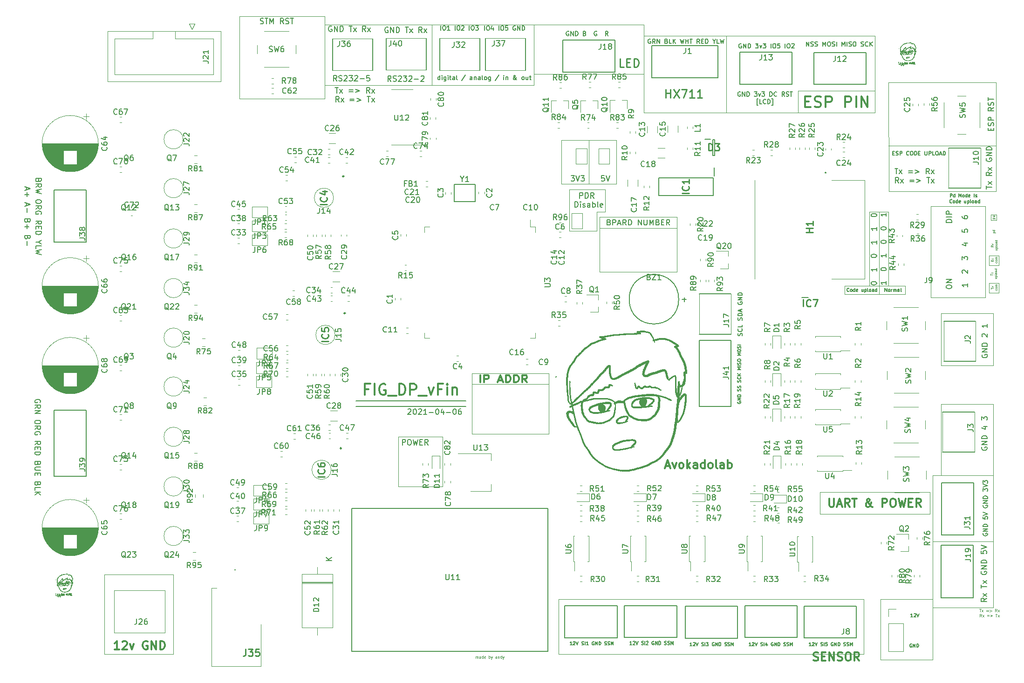
<source format=gbr>
%TF.GenerationSoftware,KiCad,Pcbnew,(5.1.6)-1*%
%TF.CreationDate,2021-04-08T18:08:25+09:00*%
%TF.ProjectId,FIG_DP_vFin,4649475f-4450-45f7-9646-696e2e6b6963,rev?*%
%TF.SameCoordinates,Original*%
%TF.FileFunction,Legend,Top*%
%TF.FilePolarity,Positive*%
%FSLAX46Y46*%
G04 Gerber Fmt 4.6, Leading zero omitted, Abs format (unit mm)*
G04 Created by KiCad (PCBNEW (5.1.6)-1) date 2021-04-08 18:08:25*
%MOMM*%
%LPD*%
G01*
G04 APERTURE LIST*
%ADD10C,0.150000*%
%ADD11C,0.100000*%
%ADD12C,0.120000*%
%ADD13C,0.200000*%
%ADD14C,0.375000*%
%ADD15C,0.300000*%
%ADD16C,0.125000*%
%ADD17C,0.250000*%
%ADD18C,0.010000*%
%ADD19C,0.254000*%
G04 APERTURE END LIST*
D10*
X34793333Y-54584285D02*
X34793333Y-55060476D01*
X34507619Y-54489047D02*
X35507619Y-54822380D01*
X34507619Y-55155714D01*
X34888571Y-55489047D02*
X34888571Y-56250952D01*
X34507619Y-55870000D02*
X35269523Y-55870000D01*
X34793333Y-57441428D02*
X34793333Y-57917619D01*
X34507619Y-57346190D02*
X35507619Y-57679523D01*
X34507619Y-58012857D01*
X34888571Y-58346190D02*
X34888571Y-59108095D01*
X35031428Y-60679523D02*
X34983809Y-60822380D01*
X34936190Y-60870000D01*
X34840952Y-60917619D01*
X34698095Y-60917619D01*
X34602857Y-60870000D01*
X34555238Y-60822380D01*
X34507619Y-60727142D01*
X34507619Y-60346190D01*
X35507619Y-60346190D01*
X35507619Y-60679523D01*
X35460000Y-60774761D01*
X35412380Y-60822380D01*
X35317142Y-60870000D01*
X35221904Y-60870000D01*
X35126666Y-60822380D01*
X35079047Y-60774761D01*
X35031428Y-60679523D01*
X35031428Y-60346190D01*
X34888571Y-61346190D02*
X34888571Y-62108095D01*
X34507619Y-61727142D02*
X35269523Y-61727142D01*
X35031428Y-63679523D02*
X34983809Y-63822380D01*
X34936190Y-63870000D01*
X34840952Y-63917619D01*
X34698095Y-63917619D01*
X34602857Y-63870000D01*
X34555238Y-63822380D01*
X34507619Y-63727142D01*
X34507619Y-63346190D01*
X35507619Y-63346190D01*
X35507619Y-63679523D01*
X35460000Y-63774761D01*
X35412380Y-63822380D01*
X35317142Y-63870000D01*
X35221904Y-63870000D01*
X35126666Y-63822380D01*
X35079047Y-63774761D01*
X35031428Y-63679523D01*
X35031428Y-63346190D01*
X34888571Y-64346190D02*
X34888571Y-65108095D01*
D11*
X210090952Y-73056190D02*
X210090952Y-72827619D01*
X210490952Y-72941904D02*
X210090952Y-72941904D01*
X210490952Y-72732380D02*
X210224285Y-72522857D01*
X210224285Y-72732380D02*
X210490952Y-72522857D01*
X211171904Y-73132380D02*
X211190952Y-73170476D01*
X211190952Y-73246666D01*
X211171904Y-73284761D01*
X211152857Y-73303809D01*
X211114761Y-73322857D01*
X211000476Y-73322857D01*
X210962380Y-73303809D01*
X210943333Y-73284761D01*
X210924285Y-73246666D01*
X210924285Y-73170476D01*
X210943333Y-73132380D01*
X211190952Y-72903809D02*
X211171904Y-72941904D01*
X211152857Y-72960952D01*
X211114761Y-72980000D01*
X211000476Y-72980000D01*
X210962380Y-72960952D01*
X210943333Y-72941904D01*
X210924285Y-72903809D01*
X210924285Y-72846666D01*
X210943333Y-72808571D01*
X210962380Y-72789523D01*
X211000476Y-72770476D01*
X211114761Y-72770476D01*
X211152857Y-72789523D01*
X211171904Y-72808571D01*
X211190952Y-72846666D01*
X211190952Y-72903809D01*
X211190952Y-72599047D02*
X210924285Y-72599047D01*
X210962380Y-72599047D02*
X210943333Y-72580000D01*
X210924285Y-72541904D01*
X210924285Y-72484761D01*
X210943333Y-72446666D01*
X210981428Y-72427619D01*
X211190952Y-72427619D01*
X210981428Y-72427619D02*
X210943333Y-72408571D01*
X210924285Y-72370476D01*
X210924285Y-72313333D01*
X210943333Y-72275238D01*
X210981428Y-72256190D01*
X211190952Y-72256190D01*
D12*
X209750000Y-73750000D02*
X209750000Y-72000000D01*
X211500000Y-72000000D02*
X211500000Y-73750000D01*
X211500000Y-73750000D02*
X209750000Y-73750000D01*
X209750000Y-72000000D02*
X211500000Y-72000000D01*
X209750000Y-68750000D02*
X209750000Y-67000000D01*
X211500000Y-68750000D02*
X209750000Y-68750000D01*
X211500000Y-67000000D02*
X211500000Y-68750000D01*
X209750000Y-67000000D02*
X211500000Y-67000000D01*
X191500000Y-72500000D02*
X188000000Y-72500000D01*
X189750000Y-74000000D02*
X189750000Y-59000000D01*
X183500000Y-72500000D02*
X183500000Y-74000000D01*
X188000000Y-72500000D02*
X183500000Y-72500000D01*
X188000000Y-59000000D02*
X188000000Y-72500000D01*
X191500000Y-59000000D02*
X188000000Y-59000000D01*
X191500000Y-72500000D02*
X191500000Y-59000000D01*
X194500000Y-72500000D02*
X191500000Y-72500000D01*
X194500000Y-74000000D02*
X194500000Y-72500000D01*
X183500000Y-74000000D02*
X194500000Y-74000000D01*
D13*
X191077380Y-71654761D02*
X191077380Y-72226190D01*
X191077380Y-71940476D02*
X190077380Y-71940476D01*
X190220238Y-72035714D01*
X190315476Y-72130952D01*
X190363095Y-72226190D01*
X190077380Y-69511904D02*
X190077380Y-69416666D01*
X190125000Y-69321428D01*
X190172619Y-69273809D01*
X190267857Y-69226190D01*
X190458333Y-69178571D01*
X190696428Y-69178571D01*
X190886904Y-69226190D01*
X190982142Y-69273809D01*
X191029761Y-69321428D01*
X191077380Y-69416666D01*
X191077380Y-69511904D01*
X191029761Y-69607142D01*
X190982142Y-69654761D01*
X190886904Y-69702380D01*
X190696428Y-69750000D01*
X190458333Y-69750000D01*
X190267857Y-69702380D01*
X190172619Y-69654761D01*
X190125000Y-69607142D01*
X190077380Y-69511904D01*
X191077380Y-66702380D02*
X191077380Y-67273809D01*
X191077380Y-66988095D02*
X190077380Y-66988095D01*
X190220238Y-67083333D01*
X190315476Y-67178571D01*
X190363095Y-67273809D01*
X190077380Y-64559523D02*
X190077380Y-64464285D01*
X190125000Y-64369047D01*
X190172619Y-64321428D01*
X190267857Y-64273809D01*
X190458333Y-64226190D01*
X190696428Y-64226190D01*
X190886904Y-64273809D01*
X190982142Y-64321428D01*
X191029761Y-64369047D01*
X191077380Y-64464285D01*
X191077380Y-64559523D01*
X191029761Y-64654761D01*
X190982142Y-64702380D01*
X190886904Y-64750000D01*
X190696428Y-64797619D01*
X190458333Y-64797619D01*
X190267857Y-64750000D01*
X190172619Y-64702380D01*
X190125000Y-64654761D01*
X190077380Y-64559523D01*
X190077380Y-62083333D02*
X190077380Y-61988095D01*
X190125000Y-61892857D01*
X190172619Y-61845238D01*
X190267857Y-61797619D01*
X190458333Y-61750000D01*
X190696428Y-61750000D01*
X190886904Y-61797619D01*
X190982142Y-61845238D01*
X191029761Y-61892857D01*
X191077380Y-61988095D01*
X191077380Y-62083333D01*
X191029761Y-62178571D01*
X190982142Y-62226190D01*
X190886904Y-62273809D01*
X190696428Y-62321428D01*
X190458333Y-62321428D01*
X190267857Y-62273809D01*
X190172619Y-62226190D01*
X190125000Y-62178571D01*
X190077380Y-62083333D01*
X191077380Y-59273809D02*
X191077380Y-59845238D01*
X191077380Y-59559523D02*
X190077380Y-59559523D01*
X190220238Y-59654761D01*
X190315476Y-59750000D01*
X190363095Y-59845238D01*
D10*
X190822857Y-73531428D02*
X190822857Y-72931428D01*
X191165714Y-73531428D01*
X191165714Y-72931428D01*
X191537142Y-73531428D02*
X191480000Y-73502857D01*
X191451428Y-73474285D01*
X191422857Y-73417142D01*
X191422857Y-73245714D01*
X191451428Y-73188571D01*
X191480000Y-73160000D01*
X191537142Y-73131428D01*
X191622857Y-73131428D01*
X191680000Y-73160000D01*
X191708571Y-73188571D01*
X191737142Y-73245714D01*
X191737142Y-73417142D01*
X191708571Y-73474285D01*
X191680000Y-73502857D01*
X191622857Y-73531428D01*
X191537142Y-73531428D01*
X191994285Y-73531428D02*
X191994285Y-73131428D01*
X191994285Y-73245714D02*
X192022857Y-73188571D01*
X192051428Y-73160000D01*
X192108571Y-73131428D01*
X192165714Y-73131428D01*
X192365714Y-73531428D02*
X192365714Y-73131428D01*
X192365714Y-73188571D02*
X192394285Y-73160000D01*
X192451428Y-73131428D01*
X192537142Y-73131428D01*
X192594285Y-73160000D01*
X192622857Y-73217142D01*
X192622857Y-73531428D01*
X192622857Y-73217142D02*
X192651428Y-73160000D01*
X192708571Y-73131428D01*
X192794285Y-73131428D01*
X192851428Y-73160000D01*
X192880000Y-73217142D01*
X192880000Y-73531428D01*
X193422857Y-73531428D02*
X193422857Y-73217142D01*
X193394285Y-73160000D01*
X193337142Y-73131428D01*
X193222857Y-73131428D01*
X193165714Y-73160000D01*
X193422857Y-73502857D02*
X193365714Y-73531428D01*
X193222857Y-73531428D01*
X193165714Y-73502857D01*
X193137142Y-73445714D01*
X193137142Y-73388571D01*
X193165714Y-73331428D01*
X193222857Y-73302857D01*
X193365714Y-73302857D01*
X193422857Y-73274285D01*
X193794285Y-73531428D02*
X193737142Y-73502857D01*
X193708571Y-73445714D01*
X193708571Y-72931428D01*
X184282857Y-73464285D02*
X184254285Y-73492857D01*
X184168571Y-73521428D01*
X184111428Y-73521428D01*
X184025714Y-73492857D01*
X183968571Y-73435714D01*
X183940000Y-73378571D01*
X183911428Y-73264285D01*
X183911428Y-73178571D01*
X183940000Y-73064285D01*
X183968571Y-73007142D01*
X184025714Y-72950000D01*
X184111428Y-72921428D01*
X184168571Y-72921428D01*
X184254285Y-72950000D01*
X184282857Y-72978571D01*
X184625714Y-73521428D02*
X184568571Y-73492857D01*
X184540000Y-73464285D01*
X184511428Y-73407142D01*
X184511428Y-73235714D01*
X184540000Y-73178571D01*
X184568571Y-73150000D01*
X184625714Y-73121428D01*
X184711428Y-73121428D01*
X184768571Y-73150000D01*
X184797142Y-73178571D01*
X184825714Y-73235714D01*
X184825714Y-73407142D01*
X184797142Y-73464285D01*
X184768571Y-73492857D01*
X184711428Y-73521428D01*
X184625714Y-73521428D01*
X185340000Y-73521428D02*
X185340000Y-72921428D01*
X185340000Y-73492857D02*
X185282857Y-73521428D01*
X185168571Y-73521428D01*
X185111428Y-73492857D01*
X185082857Y-73464285D01*
X185054285Y-73407142D01*
X185054285Y-73235714D01*
X185082857Y-73178571D01*
X185111428Y-73150000D01*
X185168571Y-73121428D01*
X185282857Y-73121428D01*
X185340000Y-73150000D01*
X185854285Y-73492857D02*
X185797142Y-73521428D01*
X185682857Y-73521428D01*
X185625714Y-73492857D01*
X185597142Y-73435714D01*
X185597142Y-73207142D01*
X185625714Y-73150000D01*
X185682857Y-73121428D01*
X185797142Y-73121428D01*
X185854285Y-73150000D01*
X185882857Y-73207142D01*
X185882857Y-73264285D01*
X185597142Y-73321428D01*
X186854285Y-73121428D02*
X186854285Y-73521428D01*
X186597142Y-73121428D02*
X186597142Y-73435714D01*
X186625714Y-73492857D01*
X186682857Y-73521428D01*
X186768571Y-73521428D01*
X186825714Y-73492857D01*
X186854285Y-73464285D01*
X187140000Y-73121428D02*
X187140000Y-73721428D01*
X187140000Y-73150000D02*
X187197142Y-73121428D01*
X187311428Y-73121428D01*
X187368571Y-73150000D01*
X187397142Y-73178571D01*
X187425714Y-73235714D01*
X187425714Y-73407142D01*
X187397142Y-73464285D01*
X187368571Y-73492857D01*
X187311428Y-73521428D01*
X187197142Y-73521428D01*
X187140000Y-73492857D01*
X187768571Y-73521428D02*
X187711428Y-73492857D01*
X187682857Y-73435714D01*
X187682857Y-72921428D01*
X188082857Y-73521428D02*
X188025714Y-73492857D01*
X187997142Y-73464285D01*
X187968571Y-73407142D01*
X187968571Y-73235714D01*
X187997142Y-73178571D01*
X188025714Y-73150000D01*
X188082857Y-73121428D01*
X188168571Y-73121428D01*
X188225714Y-73150000D01*
X188254285Y-73178571D01*
X188282857Y-73235714D01*
X188282857Y-73407142D01*
X188254285Y-73464285D01*
X188225714Y-73492857D01*
X188168571Y-73521428D01*
X188082857Y-73521428D01*
X188797142Y-73521428D02*
X188797142Y-73207142D01*
X188768571Y-73150000D01*
X188711428Y-73121428D01*
X188597142Y-73121428D01*
X188540000Y-73150000D01*
X188797142Y-73492857D02*
X188740000Y-73521428D01*
X188597142Y-73521428D01*
X188540000Y-73492857D01*
X188511428Y-73435714D01*
X188511428Y-73378571D01*
X188540000Y-73321428D01*
X188597142Y-73292857D01*
X188740000Y-73292857D01*
X188797142Y-73264285D01*
X189340000Y-73521428D02*
X189340000Y-72921428D01*
X189340000Y-73492857D02*
X189282857Y-73521428D01*
X189168571Y-73521428D01*
X189111428Y-73492857D01*
X189082857Y-73464285D01*
X189054285Y-73407142D01*
X189054285Y-73235714D01*
X189082857Y-73178571D01*
X189111428Y-73150000D01*
X189168571Y-73121428D01*
X189282857Y-73121428D01*
X189340000Y-73150000D01*
D13*
X188302380Y-72063095D02*
X188302380Y-71967857D01*
X188350000Y-71872619D01*
X188397619Y-71825000D01*
X188492857Y-71777380D01*
X188683333Y-71729761D01*
X188921428Y-71729761D01*
X189111904Y-71777380D01*
X189207142Y-71825000D01*
X189254761Y-71872619D01*
X189302380Y-71967857D01*
X189302380Y-72063095D01*
X189254761Y-72158333D01*
X189207142Y-72205952D01*
X189111904Y-72253571D01*
X188921428Y-72301190D01*
X188683333Y-72301190D01*
X188492857Y-72253571D01*
X188397619Y-72205952D01*
X188350000Y-72158333D01*
X188302380Y-72063095D01*
X189302380Y-69253571D02*
X189302380Y-69825000D01*
X189302380Y-69539285D02*
X188302380Y-69539285D01*
X188445238Y-69634523D01*
X188540476Y-69729761D01*
X188588095Y-69825000D01*
X188302380Y-67110714D02*
X188302380Y-67015476D01*
X188350000Y-66920238D01*
X188397619Y-66872619D01*
X188492857Y-66825000D01*
X188683333Y-66777380D01*
X188921428Y-66777380D01*
X189111904Y-66825000D01*
X189207142Y-66872619D01*
X189254761Y-66920238D01*
X189302380Y-67015476D01*
X189302380Y-67110714D01*
X189254761Y-67205952D01*
X189207142Y-67253571D01*
X189111904Y-67301190D01*
X188921428Y-67348809D01*
X188683333Y-67348809D01*
X188492857Y-67301190D01*
X188397619Y-67253571D01*
X188350000Y-67205952D01*
X188302380Y-67110714D01*
X189302380Y-64301190D02*
X189302380Y-64872619D01*
X189302380Y-64586904D02*
X188302380Y-64586904D01*
X188445238Y-64682142D01*
X188540476Y-64777380D01*
X188588095Y-64872619D01*
X189302380Y-61825000D02*
X189302380Y-62396428D01*
X189302380Y-62110714D02*
X188302380Y-62110714D01*
X188445238Y-62205952D01*
X188540476Y-62301190D01*
X188588095Y-62396428D01*
X188302380Y-59682142D02*
X188302380Y-59586904D01*
X188350000Y-59491666D01*
X188397619Y-59444047D01*
X188492857Y-59396428D01*
X188683333Y-59348809D01*
X188921428Y-59348809D01*
X189111904Y-59396428D01*
X189207142Y-59444047D01*
X189254761Y-59491666D01*
X189302380Y-59586904D01*
X189302380Y-59682142D01*
X189254761Y-59777380D01*
X189207142Y-59825000D01*
X189111904Y-59872619D01*
X188921428Y-59920238D01*
X188683333Y-59920238D01*
X188492857Y-59872619D01*
X188397619Y-59825000D01*
X188350000Y-59777380D01*
X188302380Y-59682142D01*
D12*
X210125000Y-59550000D02*
X210125000Y-60550000D01*
X211125000Y-59550000D02*
X210125000Y-59550000D01*
X211125000Y-60550000D02*
X211125000Y-59550000D01*
X210125000Y-60550000D02*
X211125000Y-60550000D01*
D11*
X210464285Y-60291666D02*
X210864285Y-60291666D01*
X210483333Y-60291666D02*
X210464285Y-60253571D01*
X210464285Y-60177380D01*
X210483333Y-60139285D01*
X210502380Y-60120238D01*
X210540476Y-60101190D01*
X210654761Y-60101190D01*
X210692857Y-60120238D01*
X210711904Y-60139285D01*
X210730952Y-60177380D01*
X210730952Y-60253571D01*
X210711904Y-60291666D01*
X210464285Y-59758333D02*
X210730952Y-59758333D01*
X210464285Y-59929761D02*
X210673809Y-59929761D01*
X210711904Y-59910714D01*
X210730952Y-59872619D01*
X210730952Y-59815476D01*
X210711904Y-59777380D01*
X210692857Y-59758333D01*
X210494285Y-62846666D02*
X210894285Y-62846666D01*
X210513333Y-62846666D02*
X210494285Y-62808571D01*
X210494285Y-62732380D01*
X210513333Y-62694285D01*
X210532380Y-62675238D01*
X210570476Y-62656190D01*
X210684761Y-62656190D01*
X210722857Y-62675238D01*
X210741904Y-62694285D01*
X210760952Y-62732380D01*
X210760952Y-62808571D01*
X210741904Y-62846666D01*
X210760952Y-62313333D02*
X210360952Y-62313333D01*
X210741904Y-62313333D02*
X210760952Y-62351428D01*
X210760952Y-62427619D01*
X210741904Y-62465714D01*
X210722857Y-62484761D01*
X210684761Y-62503809D01*
X210570476Y-62503809D01*
X210532380Y-62484761D01*
X210513333Y-62465714D01*
X210494285Y-62427619D01*
X210494285Y-62351428D01*
X210513333Y-62313333D01*
X210510952Y-65148095D02*
X210320476Y-65281428D01*
X210510952Y-65376666D02*
X210110952Y-65376666D01*
X210110952Y-65224285D01*
X210130000Y-65186190D01*
X210149047Y-65167142D01*
X210187142Y-65148095D01*
X210244285Y-65148095D01*
X210282380Y-65167142D01*
X210301428Y-65186190D01*
X210320476Y-65224285D01*
X210320476Y-65376666D01*
X210510952Y-65014761D02*
X210244285Y-64805238D01*
X210244285Y-65014761D02*
X210510952Y-64805238D01*
X210944285Y-65852857D02*
X211210952Y-65852857D01*
X210944285Y-66024285D02*
X211153809Y-66024285D01*
X211191904Y-66005238D01*
X211210952Y-65967142D01*
X211210952Y-65910000D01*
X211191904Y-65871904D01*
X211172857Y-65852857D01*
X210944285Y-65662380D02*
X211344285Y-65662380D01*
X210963333Y-65662380D02*
X210944285Y-65624285D01*
X210944285Y-65548095D01*
X210963333Y-65510000D01*
X210982380Y-65490952D01*
X211020476Y-65471904D01*
X211134761Y-65471904D01*
X211172857Y-65490952D01*
X211191904Y-65510000D01*
X211210952Y-65548095D01*
X211210952Y-65624285D01*
X211191904Y-65662380D01*
X211210952Y-65243333D02*
X211191904Y-65281428D01*
X211153809Y-65300476D01*
X210810952Y-65300476D01*
X211210952Y-65033809D02*
X211191904Y-65071904D01*
X211172857Y-65090952D01*
X211134761Y-65110000D01*
X211020476Y-65110000D01*
X210982380Y-65090952D01*
X210963333Y-65071904D01*
X210944285Y-65033809D01*
X210944285Y-64976666D01*
X210963333Y-64938571D01*
X210982380Y-64919523D01*
X211020476Y-64900476D01*
X211134761Y-64900476D01*
X211172857Y-64919523D01*
X211191904Y-64938571D01*
X211210952Y-64976666D01*
X211210952Y-65033809D01*
X211210952Y-64557619D02*
X211001428Y-64557619D01*
X210963333Y-64576666D01*
X210944285Y-64614761D01*
X210944285Y-64690952D01*
X210963333Y-64729047D01*
X211191904Y-64557619D02*
X211210952Y-64595714D01*
X211210952Y-64690952D01*
X211191904Y-64729047D01*
X211153809Y-64748095D01*
X211115714Y-64748095D01*
X211077619Y-64729047D01*
X211058571Y-64690952D01*
X211058571Y-64595714D01*
X211039523Y-64557619D01*
X211210952Y-64195714D02*
X210810952Y-64195714D01*
X211191904Y-64195714D02*
X211210952Y-64233809D01*
X211210952Y-64310000D01*
X211191904Y-64348095D01*
X211172857Y-64367142D01*
X211134761Y-64386190D01*
X211020476Y-64386190D01*
X210982380Y-64367142D01*
X210963333Y-64348095D01*
X210944285Y-64310000D01*
X210944285Y-64233809D01*
X210963333Y-64195714D01*
X210490952Y-67818095D02*
X210300476Y-67951428D01*
X210490952Y-68046666D02*
X210090952Y-68046666D01*
X210090952Y-67894285D01*
X210110000Y-67856190D01*
X210129047Y-67837142D01*
X210167142Y-67818095D01*
X210224285Y-67818095D01*
X210262380Y-67837142D01*
X210281428Y-67856190D01*
X210300476Y-67894285D01*
X210300476Y-68046666D01*
X210490952Y-67684761D02*
X210224285Y-67475238D01*
X210224285Y-67684761D02*
X210490952Y-67475238D01*
X211171904Y-68132380D02*
X211190952Y-68170476D01*
X211190952Y-68246666D01*
X211171904Y-68284761D01*
X211152857Y-68303809D01*
X211114761Y-68322857D01*
X211000476Y-68322857D01*
X210962380Y-68303809D01*
X210943333Y-68284761D01*
X210924285Y-68246666D01*
X210924285Y-68170476D01*
X210943333Y-68132380D01*
X211190952Y-67903809D02*
X211171904Y-67941904D01*
X211152857Y-67960952D01*
X211114761Y-67980000D01*
X211000476Y-67980000D01*
X210962380Y-67960952D01*
X210943333Y-67941904D01*
X210924285Y-67903809D01*
X210924285Y-67846666D01*
X210943333Y-67808571D01*
X210962380Y-67789523D01*
X211000476Y-67770476D01*
X211114761Y-67770476D01*
X211152857Y-67789523D01*
X211171904Y-67808571D01*
X211190952Y-67846666D01*
X211190952Y-67903809D01*
X211190952Y-67599047D02*
X210924285Y-67599047D01*
X210962380Y-67599047D02*
X210943333Y-67580000D01*
X210924285Y-67541904D01*
X210924285Y-67484761D01*
X210943333Y-67446666D01*
X210981428Y-67427619D01*
X211190952Y-67427619D01*
X210981428Y-67427619D02*
X210943333Y-67408571D01*
X210924285Y-67370476D01*
X210924285Y-67313333D01*
X210943333Y-67275238D01*
X210981428Y-67256190D01*
X211190952Y-67256190D01*
X210040952Y-70546190D02*
X210040952Y-70317619D01*
X210440952Y-70431904D02*
X210040952Y-70431904D01*
X210440952Y-70222380D02*
X210174285Y-70012857D01*
X210174285Y-70222380D02*
X210440952Y-70012857D01*
X210874285Y-71012857D02*
X211140952Y-71012857D01*
X210874285Y-71184285D02*
X211083809Y-71184285D01*
X211121904Y-71165238D01*
X211140952Y-71127142D01*
X211140952Y-71070000D01*
X211121904Y-71031904D01*
X211102857Y-71012857D01*
X210874285Y-70822380D02*
X211274285Y-70822380D01*
X210893333Y-70822380D02*
X210874285Y-70784285D01*
X210874285Y-70708095D01*
X210893333Y-70670000D01*
X210912380Y-70650952D01*
X210950476Y-70631904D01*
X211064761Y-70631904D01*
X211102857Y-70650952D01*
X211121904Y-70670000D01*
X211140952Y-70708095D01*
X211140952Y-70784285D01*
X211121904Y-70822380D01*
X211140952Y-70403333D02*
X211121904Y-70441428D01*
X211083809Y-70460476D01*
X210740952Y-70460476D01*
X211140952Y-70193809D02*
X211121904Y-70231904D01*
X211102857Y-70250952D01*
X211064761Y-70270000D01*
X210950476Y-70270000D01*
X210912380Y-70250952D01*
X210893333Y-70231904D01*
X210874285Y-70193809D01*
X210874285Y-70136666D01*
X210893333Y-70098571D01*
X210912380Y-70079523D01*
X210950476Y-70060476D01*
X211064761Y-70060476D01*
X211102857Y-70079523D01*
X211121904Y-70098571D01*
X211140952Y-70136666D01*
X211140952Y-70193809D01*
X211140952Y-69717619D02*
X210931428Y-69717619D01*
X210893333Y-69736666D01*
X210874285Y-69774761D01*
X210874285Y-69850952D01*
X210893333Y-69889047D01*
X211121904Y-69717619D02*
X211140952Y-69755714D01*
X211140952Y-69850952D01*
X211121904Y-69889047D01*
X211083809Y-69908095D01*
X211045714Y-69908095D01*
X211007619Y-69889047D01*
X210988571Y-69850952D01*
X210988571Y-69755714D01*
X210969523Y-69717619D01*
X211140952Y-69355714D02*
X210740952Y-69355714D01*
X211121904Y-69355714D02*
X211140952Y-69393809D01*
X211140952Y-69470000D01*
X211121904Y-69508095D01*
X211102857Y-69527142D01*
X211064761Y-69546190D01*
X210950476Y-69546190D01*
X210912380Y-69527142D01*
X210893333Y-69508095D01*
X210874285Y-69470000D01*
X210874285Y-69393809D01*
X210893333Y-69355714D01*
D12*
X140000000Y-55000000D02*
X138500000Y-55000000D01*
X140000000Y-59000000D02*
X140000000Y-55000000D01*
X138500000Y-59000000D02*
X140000000Y-59000000D01*
X138500000Y-62500000D02*
X138500000Y-59000000D01*
X133500000Y-55000000D02*
X133500000Y-62500000D01*
X138500000Y-55000000D02*
X133500000Y-55000000D01*
X133500000Y-62500000D02*
X138500000Y-62500000D01*
D10*
X135357142Y-56547380D02*
X135357142Y-55547380D01*
X135738095Y-55547380D01*
X135833333Y-55595000D01*
X135880952Y-55642619D01*
X135928571Y-55737857D01*
X135928571Y-55880714D01*
X135880952Y-55975952D01*
X135833333Y-56023571D01*
X135738095Y-56071190D01*
X135357142Y-56071190D01*
X136357142Y-56547380D02*
X136357142Y-55547380D01*
X136595238Y-55547380D01*
X136738095Y-55595000D01*
X136833333Y-55690238D01*
X136880952Y-55785476D01*
X136928571Y-55975952D01*
X136928571Y-56118809D01*
X136880952Y-56309285D01*
X136833333Y-56404523D01*
X136738095Y-56499761D01*
X136595238Y-56547380D01*
X136357142Y-56547380D01*
X137928571Y-56547380D02*
X137595238Y-56071190D01*
X137357142Y-56547380D02*
X137357142Y-55547380D01*
X137738095Y-55547380D01*
X137833333Y-55595000D01*
X137880952Y-55642619D01*
X137928571Y-55737857D01*
X137928571Y-55880714D01*
X137880952Y-55975952D01*
X137833333Y-56023571D01*
X137738095Y-56071190D01*
X137357142Y-56071190D01*
X134500000Y-58197380D02*
X134500000Y-57197380D01*
X134738095Y-57197380D01*
X134880952Y-57245000D01*
X134976190Y-57340238D01*
X135023809Y-57435476D01*
X135071428Y-57625952D01*
X135071428Y-57768809D01*
X135023809Y-57959285D01*
X134976190Y-58054523D01*
X134880952Y-58149761D01*
X134738095Y-58197380D01*
X134500000Y-58197380D01*
X135500000Y-58197380D02*
X135500000Y-57530714D01*
X135500000Y-57197380D02*
X135452380Y-57245000D01*
X135500000Y-57292619D01*
X135547619Y-57245000D01*
X135500000Y-57197380D01*
X135500000Y-57292619D01*
X135928571Y-58149761D02*
X136023809Y-58197380D01*
X136214285Y-58197380D01*
X136309523Y-58149761D01*
X136357142Y-58054523D01*
X136357142Y-58006904D01*
X136309523Y-57911666D01*
X136214285Y-57864047D01*
X136071428Y-57864047D01*
X135976190Y-57816428D01*
X135928571Y-57721190D01*
X135928571Y-57673571D01*
X135976190Y-57578333D01*
X136071428Y-57530714D01*
X136214285Y-57530714D01*
X136309523Y-57578333D01*
X137214285Y-58197380D02*
X137214285Y-57673571D01*
X137166666Y-57578333D01*
X137071428Y-57530714D01*
X136880952Y-57530714D01*
X136785714Y-57578333D01*
X137214285Y-58149761D02*
X137119047Y-58197380D01*
X136880952Y-58197380D01*
X136785714Y-58149761D01*
X136738095Y-58054523D01*
X136738095Y-57959285D01*
X136785714Y-57864047D01*
X136880952Y-57816428D01*
X137119047Y-57816428D01*
X137214285Y-57768809D01*
X137690476Y-58197380D02*
X137690476Y-57197380D01*
X137690476Y-57578333D02*
X137785714Y-57530714D01*
X137976190Y-57530714D01*
X138071428Y-57578333D01*
X138119047Y-57625952D01*
X138166666Y-57721190D01*
X138166666Y-58006904D01*
X138119047Y-58102142D01*
X138071428Y-58149761D01*
X137976190Y-58197380D01*
X137785714Y-58197380D01*
X137690476Y-58149761D01*
X138738095Y-58197380D02*
X138642857Y-58149761D01*
X138595238Y-58054523D01*
X138595238Y-57197380D01*
X139500000Y-58149761D02*
X139404761Y-58197380D01*
X139214285Y-58197380D01*
X139119047Y-58149761D01*
X139071428Y-58054523D01*
X139071428Y-57673571D01*
X139119047Y-57578333D01*
X139214285Y-57530714D01*
X139404761Y-57530714D01*
X139500000Y-57578333D01*
X139547619Y-57673571D01*
X139547619Y-57768809D01*
X139071428Y-57864047D01*
D12*
X137000000Y-54000000D02*
X137000000Y-46000000D01*
X132000000Y-54000000D02*
X133000000Y-54000000D01*
X132000000Y-46000000D02*
X132000000Y-54000000D01*
X142000000Y-46000000D02*
X132000000Y-46000000D01*
X142000000Y-54000000D02*
X142000000Y-46000000D01*
X133000000Y-54000000D02*
X142000000Y-54000000D01*
D10*
X139809523Y-52452380D02*
X139333333Y-52452380D01*
X139285714Y-52928571D01*
X139333333Y-52880952D01*
X139428571Y-52833333D01*
X139666666Y-52833333D01*
X139761904Y-52880952D01*
X139809523Y-52928571D01*
X139857142Y-53023809D01*
X139857142Y-53261904D01*
X139809523Y-53357142D01*
X139761904Y-53404761D01*
X139666666Y-53452380D01*
X139428571Y-53452380D01*
X139333333Y-53404761D01*
X139285714Y-53357142D01*
X140142857Y-52452380D02*
X140476190Y-53452380D01*
X140809523Y-52452380D01*
X133761904Y-52452380D02*
X134380952Y-52452380D01*
X134047619Y-52833333D01*
X134190476Y-52833333D01*
X134285714Y-52880952D01*
X134333333Y-52928571D01*
X134380952Y-53023809D01*
X134380952Y-53261904D01*
X134333333Y-53357142D01*
X134285714Y-53404761D01*
X134190476Y-53452380D01*
X133904761Y-53452380D01*
X133809523Y-53404761D01*
X133761904Y-53357142D01*
X134666666Y-52452380D02*
X135000000Y-53452380D01*
X135333333Y-52452380D01*
X135571428Y-52452380D02*
X136190476Y-52452380D01*
X135857142Y-52833333D01*
X136000000Y-52833333D01*
X136095238Y-52880952D01*
X136142857Y-52928571D01*
X136190476Y-53023809D01*
X136190476Y-53261904D01*
X136142857Y-53357142D01*
X136095238Y-53404761D01*
X136000000Y-53452380D01*
X135714285Y-53452380D01*
X135619047Y-53404761D01*
X135571428Y-53357142D01*
D12*
X175000000Y-37000000D02*
X189000000Y-37000000D01*
X175000000Y-41000000D02*
X175000000Y-37000000D01*
D10*
X164533809Y-37265000D02*
X164457619Y-37226904D01*
X164343333Y-37226904D01*
X164229047Y-37265000D01*
X164152857Y-37341190D01*
X164114761Y-37417380D01*
X164076666Y-37569761D01*
X164076666Y-37684047D01*
X164114761Y-37836428D01*
X164152857Y-37912619D01*
X164229047Y-37988809D01*
X164343333Y-38026904D01*
X164419523Y-38026904D01*
X164533809Y-37988809D01*
X164571904Y-37950714D01*
X164571904Y-37684047D01*
X164419523Y-37684047D01*
X164914761Y-38026904D02*
X164914761Y-37226904D01*
X165371904Y-38026904D01*
X165371904Y-37226904D01*
X165752857Y-38026904D02*
X165752857Y-37226904D01*
X165943333Y-37226904D01*
X166057619Y-37265000D01*
X166133809Y-37341190D01*
X166171904Y-37417380D01*
X166210000Y-37569761D01*
X166210000Y-37684047D01*
X166171904Y-37836428D01*
X166133809Y-37912619D01*
X166057619Y-37988809D01*
X165943333Y-38026904D01*
X165752857Y-38026904D01*
X167086190Y-37226904D02*
X167581428Y-37226904D01*
X167314761Y-37531666D01*
X167429047Y-37531666D01*
X167505238Y-37569761D01*
X167543333Y-37607857D01*
X167581428Y-37684047D01*
X167581428Y-37874523D01*
X167543333Y-37950714D01*
X167505238Y-37988809D01*
X167429047Y-38026904D01*
X167200476Y-38026904D01*
X167124285Y-37988809D01*
X167086190Y-37950714D01*
X167848095Y-37493571D02*
X168038571Y-38026904D01*
X168229047Y-37493571D01*
X168457619Y-37226904D02*
X168952857Y-37226904D01*
X168686190Y-37531666D01*
X168800476Y-37531666D01*
X168876666Y-37569761D01*
X168914761Y-37607857D01*
X168952857Y-37684047D01*
X168952857Y-37874523D01*
X168914761Y-37950714D01*
X168876666Y-37988809D01*
X168800476Y-38026904D01*
X168571904Y-38026904D01*
X168495714Y-37988809D01*
X168457619Y-37950714D01*
X169905238Y-38026904D02*
X169905238Y-37226904D01*
X170095714Y-37226904D01*
X170210000Y-37265000D01*
X170286190Y-37341190D01*
X170324285Y-37417380D01*
X170362380Y-37569761D01*
X170362380Y-37684047D01*
X170324285Y-37836428D01*
X170286190Y-37912619D01*
X170210000Y-37988809D01*
X170095714Y-38026904D01*
X169905238Y-38026904D01*
X171162380Y-37950714D02*
X171124285Y-37988809D01*
X171010000Y-38026904D01*
X170933809Y-38026904D01*
X170819523Y-37988809D01*
X170743333Y-37912619D01*
X170705238Y-37836428D01*
X170667142Y-37684047D01*
X170667142Y-37569761D01*
X170705238Y-37417380D01*
X170743333Y-37341190D01*
X170819523Y-37265000D01*
X170933809Y-37226904D01*
X171010000Y-37226904D01*
X171124285Y-37265000D01*
X171162380Y-37303095D01*
X172571904Y-38026904D02*
X172305238Y-37645952D01*
X172114761Y-38026904D02*
X172114761Y-37226904D01*
X172419523Y-37226904D01*
X172495714Y-37265000D01*
X172533809Y-37303095D01*
X172571904Y-37379285D01*
X172571904Y-37493571D01*
X172533809Y-37569761D01*
X172495714Y-37607857D01*
X172419523Y-37645952D01*
X172114761Y-37645952D01*
X172876666Y-37988809D02*
X172990952Y-38026904D01*
X173181428Y-38026904D01*
X173257619Y-37988809D01*
X173295714Y-37950714D01*
X173333809Y-37874523D01*
X173333809Y-37798333D01*
X173295714Y-37722142D01*
X173257619Y-37684047D01*
X173181428Y-37645952D01*
X173029047Y-37607857D01*
X172952857Y-37569761D01*
X172914761Y-37531666D01*
X172876666Y-37455476D01*
X172876666Y-37379285D01*
X172914761Y-37303095D01*
X172952857Y-37265000D01*
X173029047Y-37226904D01*
X173219523Y-37226904D01*
X173333809Y-37265000D01*
X173562380Y-37226904D02*
X174019523Y-37226904D01*
X173790952Y-38026904D02*
X173790952Y-37226904D01*
X167771904Y-39643571D02*
X167581428Y-39643571D01*
X167581428Y-38500714D01*
X167771904Y-38500714D01*
X168457619Y-39376904D02*
X168076666Y-39376904D01*
X168076666Y-38576904D01*
X169181428Y-39300714D02*
X169143333Y-39338809D01*
X169029047Y-39376904D01*
X168952857Y-39376904D01*
X168838571Y-39338809D01*
X168762380Y-39262619D01*
X168724285Y-39186428D01*
X168686190Y-39034047D01*
X168686190Y-38919761D01*
X168724285Y-38767380D01*
X168762380Y-38691190D01*
X168838571Y-38615000D01*
X168952857Y-38576904D01*
X169029047Y-38576904D01*
X169143333Y-38615000D01*
X169181428Y-38653095D01*
X169524285Y-39376904D02*
X169524285Y-38576904D01*
X169714761Y-38576904D01*
X169829047Y-38615000D01*
X169905238Y-38691190D01*
X169943333Y-38767380D01*
X169981428Y-38919761D01*
X169981428Y-39034047D01*
X169943333Y-39186428D01*
X169905238Y-39262619D01*
X169829047Y-39338809D01*
X169714761Y-39376904D01*
X169524285Y-39376904D01*
X170248095Y-39643571D02*
X170438571Y-39643571D01*
X170438571Y-38500714D01*
X170248095Y-38500714D01*
D14*
X177857142Y-140607142D02*
X178071428Y-140678571D01*
X178428571Y-140678571D01*
X178571428Y-140607142D01*
X178642857Y-140535714D01*
X178714285Y-140392857D01*
X178714285Y-140250000D01*
X178642857Y-140107142D01*
X178571428Y-140035714D01*
X178428571Y-139964285D01*
X178142857Y-139892857D01*
X178000000Y-139821428D01*
X177928571Y-139750000D01*
X177857142Y-139607142D01*
X177857142Y-139464285D01*
X177928571Y-139321428D01*
X178000000Y-139250000D01*
X178142857Y-139178571D01*
X178500000Y-139178571D01*
X178714285Y-139250000D01*
X179357142Y-139892857D02*
X179857142Y-139892857D01*
X180071428Y-140678571D02*
X179357142Y-140678571D01*
X179357142Y-139178571D01*
X180071428Y-139178571D01*
X180714285Y-140678571D02*
X180714285Y-139178571D01*
X181571428Y-140678571D01*
X181571428Y-139178571D01*
X182214285Y-140607142D02*
X182428571Y-140678571D01*
X182785714Y-140678571D01*
X182928571Y-140607142D01*
X183000000Y-140535714D01*
X183071428Y-140392857D01*
X183071428Y-140250000D01*
X183000000Y-140107142D01*
X182928571Y-140035714D01*
X182785714Y-139964285D01*
X182500000Y-139892857D01*
X182357142Y-139821428D01*
X182285714Y-139750000D01*
X182214285Y-139607142D01*
X182214285Y-139464285D01*
X182285714Y-139321428D01*
X182357142Y-139250000D01*
X182500000Y-139178571D01*
X182857142Y-139178571D01*
X183071428Y-139250000D01*
X184000000Y-139178571D02*
X184285714Y-139178571D01*
X184428571Y-139250000D01*
X184571428Y-139392857D01*
X184642857Y-139678571D01*
X184642857Y-140178571D01*
X184571428Y-140464285D01*
X184428571Y-140607142D01*
X184285714Y-140678571D01*
X184000000Y-140678571D01*
X183857142Y-140607142D01*
X183714285Y-140464285D01*
X183642857Y-140178571D01*
X183642857Y-139678571D01*
X183714285Y-139392857D01*
X183857142Y-139250000D01*
X184000000Y-139178571D01*
X186142857Y-140678571D02*
X185642857Y-139964285D01*
X185285714Y-140678571D02*
X185285714Y-139178571D01*
X185857142Y-139178571D01*
X186000000Y-139250000D01*
X186071428Y-139321428D01*
X186142857Y-139464285D01*
X186142857Y-139678571D01*
X186071428Y-139821428D01*
X186000000Y-139892857D01*
X185857142Y-139964285D01*
X185285714Y-139964285D01*
D15*
X151000000Y-105250000D02*
X151714285Y-105250000D01*
X150857142Y-105678571D02*
X151357142Y-104178571D01*
X151857142Y-105678571D01*
X152214285Y-104678571D02*
X152571428Y-105678571D01*
X152928571Y-104678571D01*
X153714285Y-105678571D02*
X153571428Y-105607142D01*
X153500000Y-105535714D01*
X153428571Y-105392857D01*
X153428571Y-104964285D01*
X153500000Y-104821428D01*
X153571428Y-104750000D01*
X153714285Y-104678571D01*
X153928571Y-104678571D01*
X154071428Y-104750000D01*
X154142857Y-104821428D01*
X154214285Y-104964285D01*
X154214285Y-105392857D01*
X154142857Y-105535714D01*
X154071428Y-105607142D01*
X153928571Y-105678571D01*
X153714285Y-105678571D01*
X154857142Y-105678571D02*
X154857142Y-104178571D01*
X155000000Y-105107142D02*
X155428571Y-105678571D01*
X155428571Y-104678571D02*
X154857142Y-105250000D01*
X156714285Y-105678571D02*
X156714285Y-104892857D01*
X156642857Y-104750000D01*
X156500000Y-104678571D01*
X156214285Y-104678571D01*
X156071428Y-104750000D01*
X156714285Y-105607142D02*
X156571428Y-105678571D01*
X156214285Y-105678571D01*
X156071428Y-105607142D01*
X156000000Y-105464285D01*
X156000000Y-105321428D01*
X156071428Y-105178571D01*
X156214285Y-105107142D01*
X156571428Y-105107142D01*
X156714285Y-105035714D01*
X158071428Y-105678571D02*
X158071428Y-104178571D01*
X158071428Y-105607142D02*
X157928571Y-105678571D01*
X157642857Y-105678571D01*
X157500000Y-105607142D01*
X157428571Y-105535714D01*
X157357142Y-105392857D01*
X157357142Y-104964285D01*
X157428571Y-104821428D01*
X157500000Y-104750000D01*
X157642857Y-104678571D01*
X157928571Y-104678571D01*
X158071428Y-104750000D01*
X159000000Y-105678571D02*
X158857142Y-105607142D01*
X158785714Y-105535714D01*
X158714285Y-105392857D01*
X158714285Y-104964285D01*
X158785714Y-104821428D01*
X158857142Y-104750000D01*
X159000000Y-104678571D01*
X159214285Y-104678571D01*
X159357142Y-104750000D01*
X159428571Y-104821428D01*
X159500000Y-104964285D01*
X159500000Y-105392857D01*
X159428571Y-105535714D01*
X159357142Y-105607142D01*
X159214285Y-105678571D01*
X159000000Y-105678571D01*
X160357142Y-105678571D02*
X160214285Y-105607142D01*
X160142857Y-105464285D01*
X160142857Y-104178571D01*
X161571428Y-105678571D02*
X161571428Y-104892857D01*
X161500000Y-104750000D01*
X161357142Y-104678571D01*
X161071428Y-104678571D01*
X160928571Y-104750000D01*
X161571428Y-105607142D02*
X161428571Y-105678571D01*
X161071428Y-105678571D01*
X160928571Y-105607142D01*
X160857142Y-105464285D01*
X160857142Y-105321428D01*
X160928571Y-105178571D01*
X161071428Y-105107142D01*
X161428571Y-105107142D01*
X161571428Y-105035714D01*
X162285714Y-105678571D02*
X162285714Y-104178571D01*
X162285714Y-104750000D02*
X162428571Y-104678571D01*
X162714285Y-104678571D01*
X162857142Y-104750000D01*
X162928571Y-104821428D01*
X163000000Y-104964285D01*
X163000000Y-105392857D01*
X162928571Y-105535714D01*
X162857142Y-105607142D01*
X162714285Y-105678571D01*
X162428571Y-105678571D01*
X162285714Y-105607142D01*
D10*
X140690476Y-60928571D02*
X140833333Y-60976190D01*
X140880952Y-61023809D01*
X140928571Y-61119047D01*
X140928571Y-61261904D01*
X140880952Y-61357142D01*
X140833333Y-61404761D01*
X140738095Y-61452380D01*
X140357142Y-61452380D01*
X140357142Y-60452380D01*
X140690476Y-60452380D01*
X140785714Y-60500000D01*
X140833333Y-60547619D01*
X140880952Y-60642857D01*
X140880952Y-60738095D01*
X140833333Y-60833333D01*
X140785714Y-60880952D01*
X140690476Y-60928571D01*
X140357142Y-60928571D01*
X141357142Y-61452380D02*
X141357142Y-60452380D01*
X141738095Y-60452380D01*
X141833333Y-60500000D01*
X141880952Y-60547619D01*
X141928571Y-60642857D01*
X141928571Y-60785714D01*
X141880952Y-60880952D01*
X141833333Y-60928571D01*
X141738095Y-60976190D01*
X141357142Y-60976190D01*
X142309523Y-61166666D02*
X142785714Y-61166666D01*
X142214285Y-61452380D02*
X142547619Y-60452380D01*
X142880952Y-61452380D01*
X143785714Y-61452380D02*
X143452380Y-60976190D01*
X143214285Y-61452380D02*
X143214285Y-60452380D01*
X143595238Y-60452380D01*
X143690476Y-60500000D01*
X143738095Y-60547619D01*
X143785714Y-60642857D01*
X143785714Y-60785714D01*
X143738095Y-60880952D01*
X143690476Y-60928571D01*
X143595238Y-60976190D01*
X143214285Y-60976190D01*
X144214285Y-61452380D02*
X144214285Y-60452380D01*
X144452380Y-60452380D01*
X144595238Y-60500000D01*
X144690476Y-60595238D01*
X144738095Y-60690476D01*
X144785714Y-60880952D01*
X144785714Y-61023809D01*
X144738095Y-61214285D01*
X144690476Y-61309523D01*
X144595238Y-61404761D01*
X144452380Y-61452380D01*
X144214285Y-61452380D01*
X145976190Y-61452380D02*
X145976190Y-60452380D01*
X146547619Y-61452380D01*
X146547619Y-60452380D01*
X147023809Y-60452380D02*
X147023809Y-61261904D01*
X147071428Y-61357142D01*
X147119047Y-61404761D01*
X147214285Y-61452380D01*
X147404761Y-61452380D01*
X147500000Y-61404761D01*
X147547619Y-61357142D01*
X147595238Y-61261904D01*
X147595238Y-60452380D01*
X148071428Y-61452380D02*
X148071428Y-60452380D01*
X148404761Y-61166666D01*
X148738095Y-60452380D01*
X148738095Y-61452380D01*
X149547619Y-60928571D02*
X149690476Y-60976190D01*
X149738095Y-61023809D01*
X149785714Y-61119047D01*
X149785714Y-61261904D01*
X149738095Y-61357142D01*
X149690476Y-61404761D01*
X149595238Y-61452380D01*
X149214285Y-61452380D01*
X149214285Y-60452380D01*
X149547619Y-60452380D01*
X149642857Y-60500000D01*
X149690476Y-60547619D01*
X149738095Y-60642857D01*
X149738095Y-60738095D01*
X149690476Y-60833333D01*
X149642857Y-60880952D01*
X149547619Y-60928571D01*
X149214285Y-60928571D01*
X150214285Y-60928571D02*
X150547619Y-60928571D01*
X150690476Y-61452380D02*
X150214285Y-61452380D01*
X150214285Y-60452380D01*
X150690476Y-60452380D01*
X151690476Y-61452380D02*
X151357142Y-60976190D01*
X151119047Y-61452380D02*
X151119047Y-60452380D01*
X151500000Y-60452380D01*
X151595238Y-60500000D01*
X151642857Y-60547619D01*
X151690476Y-60642857D01*
X151690476Y-60785714D01*
X151642857Y-60880952D01*
X151595238Y-60928571D01*
X151500000Y-60976190D01*
X151119047Y-60976190D01*
D12*
X139000000Y-62000000D02*
X153000000Y-62000000D01*
X153000000Y-60000000D02*
X139000000Y-60000000D01*
X153000000Y-70000000D02*
X153000000Y-60000000D01*
X139000000Y-70000000D02*
X153000000Y-70000000D01*
X139000000Y-60000000D02*
X139000000Y-70000000D01*
D16*
X116452380Y-140226190D02*
X116452380Y-139892857D01*
X116452380Y-139940476D02*
X116476190Y-139916666D01*
X116523809Y-139892857D01*
X116595238Y-139892857D01*
X116642857Y-139916666D01*
X116666666Y-139964285D01*
X116666666Y-140226190D01*
X116666666Y-139964285D02*
X116690476Y-139916666D01*
X116738095Y-139892857D01*
X116809523Y-139892857D01*
X116857142Y-139916666D01*
X116880952Y-139964285D01*
X116880952Y-140226190D01*
X117333333Y-140226190D02*
X117333333Y-139964285D01*
X117309523Y-139916666D01*
X117261904Y-139892857D01*
X117166666Y-139892857D01*
X117119047Y-139916666D01*
X117333333Y-140202380D02*
X117285714Y-140226190D01*
X117166666Y-140226190D01*
X117119047Y-140202380D01*
X117095238Y-140154761D01*
X117095238Y-140107142D01*
X117119047Y-140059523D01*
X117166666Y-140035714D01*
X117285714Y-140035714D01*
X117333333Y-140011904D01*
X117785714Y-140226190D02*
X117785714Y-139726190D01*
X117785714Y-140202380D02*
X117738095Y-140226190D01*
X117642857Y-140226190D01*
X117595238Y-140202380D01*
X117571428Y-140178571D01*
X117547619Y-140130952D01*
X117547619Y-139988095D01*
X117571428Y-139940476D01*
X117595238Y-139916666D01*
X117642857Y-139892857D01*
X117738095Y-139892857D01*
X117785714Y-139916666D01*
X118214285Y-140202380D02*
X118166666Y-140226190D01*
X118071428Y-140226190D01*
X118023809Y-140202380D01*
X118000000Y-140154761D01*
X118000000Y-139964285D01*
X118023809Y-139916666D01*
X118071428Y-139892857D01*
X118166666Y-139892857D01*
X118214285Y-139916666D01*
X118238095Y-139964285D01*
X118238095Y-140011904D01*
X118000000Y-140059523D01*
X118833333Y-140226190D02*
X118833333Y-139726190D01*
X118833333Y-139916666D02*
X118880952Y-139892857D01*
X118976190Y-139892857D01*
X119023809Y-139916666D01*
X119047619Y-139940476D01*
X119071428Y-139988095D01*
X119071428Y-140130952D01*
X119047619Y-140178571D01*
X119023809Y-140202380D01*
X118976190Y-140226190D01*
X118880952Y-140226190D01*
X118833333Y-140202380D01*
X119238095Y-139892857D02*
X119357142Y-140226190D01*
X119476190Y-139892857D02*
X119357142Y-140226190D01*
X119309523Y-140345238D01*
X119285714Y-140369047D01*
X119238095Y-140392857D01*
X120261904Y-140226190D02*
X120261904Y-139964285D01*
X120238095Y-139916666D01*
X120190476Y-139892857D01*
X120095238Y-139892857D01*
X120047619Y-139916666D01*
X120261904Y-140202380D02*
X120214285Y-140226190D01*
X120095238Y-140226190D01*
X120047619Y-140202380D01*
X120023809Y-140154761D01*
X120023809Y-140107142D01*
X120047619Y-140059523D01*
X120095238Y-140035714D01*
X120214285Y-140035714D01*
X120261904Y-140011904D01*
X120500000Y-139892857D02*
X120500000Y-140226190D01*
X120500000Y-139940476D02*
X120523809Y-139916666D01*
X120571428Y-139892857D01*
X120642857Y-139892857D01*
X120690476Y-139916666D01*
X120714285Y-139964285D01*
X120714285Y-140226190D01*
X121166666Y-140226190D02*
X121166666Y-139726190D01*
X121166666Y-140202380D02*
X121119047Y-140226190D01*
X121023809Y-140226190D01*
X120976190Y-140202380D01*
X120952380Y-140178571D01*
X120928571Y-140130952D01*
X120928571Y-139988095D01*
X120952380Y-139940476D01*
X120976190Y-139916666D01*
X121023809Y-139892857D01*
X121119047Y-139892857D01*
X121166666Y-139916666D01*
X121357142Y-139892857D02*
X121476190Y-140226190D01*
X121595238Y-139892857D02*
X121476190Y-140226190D01*
X121428571Y-140345238D01*
X121404761Y-140369047D01*
X121357142Y-140392857D01*
D12*
X179000000Y-110000000D02*
X179000000Y-114000000D01*
X199000000Y-110000000D02*
X179000000Y-110000000D01*
X199000000Y-114000000D02*
X199000000Y-110000000D01*
X179000000Y-114000000D02*
X199000000Y-114000000D01*
D14*
X180714285Y-111178571D02*
X180714285Y-112392857D01*
X180785714Y-112535714D01*
X180857142Y-112607142D01*
X181000000Y-112678571D01*
X181285714Y-112678571D01*
X181428571Y-112607142D01*
X181500000Y-112535714D01*
X181571428Y-112392857D01*
X181571428Y-111178571D01*
X182214285Y-112250000D02*
X182928571Y-112250000D01*
X182071428Y-112678571D02*
X182571428Y-111178571D01*
X183071428Y-112678571D01*
X184428571Y-112678571D02*
X183928571Y-111964285D01*
X183571428Y-112678571D02*
X183571428Y-111178571D01*
X184142857Y-111178571D01*
X184285714Y-111250000D01*
X184357142Y-111321428D01*
X184428571Y-111464285D01*
X184428571Y-111678571D01*
X184357142Y-111821428D01*
X184285714Y-111892857D01*
X184142857Y-111964285D01*
X183571428Y-111964285D01*
X184857142Y-111178571D02*
X185714285Y-111178571D01*
X185285714Y-112678571D02*
X185285714Y-111178571D01*
X188571428Y-112678571D02*
X188500000Y-112678571D01*
X188357142Y-112607142D01*
X188142857Y-112392857D01*
X187785714Y-111964285D01*
X187642857Y-111750000D01*
X187571428Y-111535714D01*
X187571428Y-111392857D01*
X187642857Y-111250000D01*
X187785714Y-111178571D01*
X187857142Y-111178571D01*
X188000000Y-111250000D01*
X188071428Y-111392857D01*
X188071428Y-111464285D01*
X188000000Y-111607142D01*
X187928571Y-111678571D01*
X187500000Y-111964285D01*
X187428571Y-112035714D01*
X187357142Y-112178571D01*
X187357142Y-112392857D01*
X187428571Y-112535714D01*
X187500000Y-112607142D01*
X187642857Y-112678571D01*
X187857142Y-112678571D01*
X188000000Y-112607142D01*
X188071428Y-112535714D01*
X188285714Y-112250000D01*
X188357142Y-112035714D01*
X188357142Y-111892857D01*
X190357142Y-112678571D02*
X190357142Y-111178571D01*
X190928571Y-111178571D01*
X191071428Y-111250000D01*
X191142857Y-111321428D01*
X191214285Y-111464285D01*
X191214285Y-111678571D01*
X191142857Y-111821428D01*
X191071428Y-111892857D01*
X190928571Y-111964285D01*
X190357142Y-111964285D01*
X192142857Y-111178571D02*
X192428571Y-111178571D01*
X192571428Y-111250000D01*
X192714285Y-111392857D01*
X192785714Y-111678571D01*
X192785714Y-112178571D01*
X192714285Y-112464285D01*
X192571428Y-112607142D01*
X192428571Y-112678571D01*
X192142857Y-112678571D01*
X192000000Y-112607142D01*
X191857142Y-112464285D01*
X191785714Y-112178571D01*
X191785714Y-111678571D01*
X191857142Y-111392857D01*
X192000000Y-111250000D01*
X192142857Y-111178571D01*
X193285714Y-111178571D02*
X193642857Y-112678571D01*
X193928571Y-111607142D01*
X194214285Y-112678571D01*
X194571428Y-111178571D01*
X195142857Y-111892857D02*
X195642857Y-111892857D01*
X195857142Y-112678571D02*
X195142857Y-112678571D01*
X195142857Y-111178571D01*
X195857142Y-111178571D01*
X197357142Y-112678571D02*
X196857142Y-111964285D01*
X196500000Y-112678571D02*
X196500000Y-111178571D01*
X197071428Y-111178571D01*
X197214285Y-111250000D01*
X197285714Y-111321428D01*
X197357142Y-111464285D01*
X197357142Y-111678571D01*
X197285714Y-111821428D01*
X197214285Y-111892857D01*
X197071428Y-111964285D01*
X196500000Y-111964285D01*
D17*
X143375714Y-32678571D02*
X142661428Y-32678571D01*
X142661428Y-31178571D01*
X143875714Y-31892857D02*
X144375714Y-31892857D01*
X144590000Y-32678571D02*
X143875714Y-32678571D01*
X143875714Y-31178571D01*
X144590000Y-31178571D01*
X145232857Y-32678571D02*
X145232857Y-31178571D01*
X145590000Y-31178571D01*
X145804285Y-31250000D01*
X145947142Y-31392857D01*
X146018571Y-31535714D01*
X146090000Y-31821428D01*
X146090000Y-32035714D01*
X146018571Y-32321428D01*
X145947142Y-32464285D01*
X145804285Y-32607142D01*
X145590000Y-32678571D01*
X145232857Y-32678571D01*
D10*
X133361904Y-26250000D02*
X133285714Y-26211904D01*
X133171428Y-26211904D01*
X133057142Y-26250000D01*
X132980952Y-26326190D01*
X132942857Y-26402380D01*
X132904761Y-26554761D01*
X132904761Y-26669047D01*
X132942857Y-26821428D01*
X132980952Y-26897619D01*
X133057142Y-26973809D01*
X133171428Y-27011904D01*
X133247619Y-27011904D01*
X133361904Y-26973809D01*
X133400000Y-26935714D01*
X133400000Y-26669047D01*
X133247619Y-26669047D01*
X133742857Y-27011904D02*
X133742857Y-26211904D01*
X134200000Y-27011904D01*
X134200000Y-26211904D01*
X134580952Y-27011904D02*
X134580952Y-26211904D01*
X134771428Y-26211904D01*
X134885714Y-26250000D01*
X134961904Y-26326190D01*
X135000000Y-26402380D01*
X135038095Y-26554761D01*
X135038095Y-26669047D01*
X135000000Y-26821428D01*
X134961904Y-26897619D01*
X134885714Y-26973809D01*
X134771428Y-27011904D01*
X134580952Y-27011904D01*
X136257142Y-26592857D02*
X136371428Y-26630952D01*
X136409523Y-26669047D01*
X136447619Y-26745238D01*
X136447619Y-26859523D01*
X136409523Y-26935714D01*
X136371428Y-26973809D01*
X136295238Y-27011904D01*
X135990476Y-27011904D01*
X135990476Y-26211904D01*
X136257142Y-26211904D01*
X136333333Y-26250000D01*
X136371428Y-26288095D01*
X136409523Y-26364285D01*
X136409523Y-26440476D01*
X136371428Y-26516666D01*
X136333333Y-26554761D01*
X136257142Y-26592857D01*
X135990476Y-26592857D01*
X138428571Y-26250000D02*
X138352380Y-26211904D01*
X138238095Y-26211904D01*
X138123809Y-26250000D01*
X138047619Y-26326190D01*
X138009523Y-26402380D01*
X137971428Y-26554761D01*
X137971428Y-26669047D01*
X138009523Y-26821428D01*
X138047619Y-26897619D01*
X138123809Y-26973809D01*
X138238095Y-27011904D01*
X138314285Y-27011904D01*
X138428571Y-26973809D01*
X138466666Y-26935714D01*
X138466666Y-26669047D01*
X138314285Y-26669047D01*
X140485714Y-27011904D02*
X140219047Y-26630952D01*
X140028571Y-27011904D02*
X140028571Y-26211904D01*
X140333333Y-26211904D01*
X140409523Y-26250000D01*
X140447619Y-26288095D01*
X140485714Y-26364285D01*
X140485714Y-26478571D01*
X140447619Y-26554761D01*
X140409523Y-26592857D01*
X140333333Y-26630952D01*
X140028571Y-26630952D01*
D16*
X208011904Y-131288690D02*
X208297619Y-131288690D01*
X208154761Y-131788690D02*
X208154761Y-131288690D01*
X208416666Y-131788690D02*
X208678571Y-131455357D01*
X208416666Y-131455357D02*
X208678571Y-131788690D01*
X209250000Y-131526785D02*
X209630952Y-131526785D01*
X209630952Y-131669642D02*
X209250000Y-131669642D01*
X209869047Y-131455357D02*
X210250000Y-131598214D01*
X209869047Y-131741071D01*
X211154761Y-131788690D02*
X210988095Y-131550595D01*
X210869047Y-131788690D02*
X210869047Y-131288690D01*
X211059523Y-131288690D01*
X211107142Y-131312500D01*
X211130952Y-131336309D01*
X211154761Y-131383928D01*
X211154761Y-131455357D01*
X211130952Y-131502976D01*
X211107142Y-131526785D01*
X211059523Y-131550595D01*
X210869047Y-131550595D01*
X211321428Y-131788690D02*
X211583333Y-131455357D01*
X211321428Y-131455357D02*
X211583333Y-131788690D01*
X208369047Y-132663690D02*
X208202380Y-132425595D01*
X208083333Y-132663690D02*
X208083333Y-132163690D01*
X208273809Y-132163690D01*
X208321428Y-132187500D01*
X208345238Y-132211309D01*
X208369047Y-132258928D01*
X208369047Y-132330357D01*
X208345238Y-132377976D01*
X208321428Y-132401785D01*
X208273809Y-132425595D01*
X208083333Y-132425595D01*
X208535714Y-132663690D02*
X208797619Y-132330357D01*
X208535714Y-132330357D02*
X208797619Y-132663690D01*
X209369047Y-132401785D02*
X209750000Y-132401785D01*
X209750000Y-132544642D02*
X209369047Y-132544642D01*
X209988095Y-132330357D02*
X210369047Y-132473214D01*
X209988095Y-132616071D01*
X210916666Y-132163690D02*
X211202380Y-132163690D01*
X211059523Y-132663690D02*
X211059523Y-132163690D01*
X211321428Y-132663690D02*
X211583333Y-132330357D01*
X211321428Y-132330357D02*
X211583333Y-132663690D01*
D10*
X90913809Y-36417380D02*
X91485238Y-36417380D01*
X91199523Y-37417380D02*
X91199523Y-36417380D01*
X91723333Y-37417380D02*
X92247142Y-36750714D01*
X91723333Y-36750714D02*
X92247142Y-37417380D01*
X93390000Y-36893571D02*
X94151904Y-36893571D01*
X94151904Y-37179285D02*
X93390000Y-37179285D01*
X94628095Y-36750714D02*
X95390000Y-37036428D01*
X94628095Y-37322142D01*
X97199523Y-37417380D02*
X96866190Y-36941190D01*
X96628095Y-37417380D02*
X96628095Y-36417380D01*
X97009047Y-36417380D01*
X97104285Y-36465000D01*
X97151904Y-36512619D01*
X97199523Y-36607857D01*
X97199523Y-36750714D01*
X97151904Y-36845952D01*
X97104285Y-36893571D01*
X97009047Y-36941190D01*
X96628095Y-36941190D01*
X97532857Y-37417380D02*
X98056666Y-36750714D01*
X97532857Y-36750714D02*
X98056666Y-37417380D01*
X91628095Y-39067380D02*
X91294761Y-38591190D01*
X91056666Y-39067380D02*
X91056666Y-38067380D01*
X91437619Y-38067380D01*
X91532857Y-38115000D01*
X91580476Y-38162619D01*
X91628095Y-38257857D01*
X91628095Y-38400714D01*
X91580476Y-38495952D01*
X91532857Y-38543571D01*
X91437619Y-38591190D01*
X91056666Y-38591190D01*
X91961428Y-39067380D02*
X92485238Y-38400714D01*
X91961428Y-38400714D02*
X92485238Y-39067380D01*
X93628095Y-38543571D02*
X94390000Y-38543571D01*
X94390000Y-38829285D02*
X93628095Y-38829285D01*
X94866190Y-38400714D02*
X95628095Y-38686428D01*
X94866190Y-38972142D01*
X96723333Y-38067380D02*
X97294761Y-38067380D01*
X97009047Y-39067380D02*
X97009047Y-38067380D01*
X97532857Y-39067380D02*
X98056666Y-38400714D01*
X97532857Y-38400714D02*
X98056666Y-39067380D01*
X91199523Y-35242380D02*
X90866190Y-34766190D01*
X90628095Y-35242380D02*
X90628095Y-34242380D01*
X91009047Y-34242380D01*
X91104285Y-34290000D01*
X91151904Y-34337619D01*
X91199523Y-34432857D01*
X91199523Y-34575714D01*
X91151904Y-34670952D01*
X91104285Y-34718571D01*
X91009047Y-34766190D01*
X90628095Y-34766190D01*
X91580476Y-35194761D02*
X91723333Y-35242380D01*
X91961428Y-35242380D01*
X92056666Y-35194761D01*
X92104285Y-35147142D01*
X92151904Y-35051904D01*
X92151904Y-34956666D01*
X92104285Y-34861428D01*
X92056666Y-34813809D01*
X91961428Y-34766190D01*
X91770952Y-34718571D01*
X91675714Y-34670952D01*
X91628095Y-34623333D01*
X91580476Y-34528095D01*
X91580476Y-34432857D01*
X91628095Y-34337619D01*
X91675714Y-34290000D01*
X91770952Y-34242380D01*
X92009047Y-34242380D01*
X92151904Y-34290000D01*
X92532857Y-34337619D02*
X92580476Y-34290000D01*
X92675714Y-34242380D01*
X92913809Y-34242380D01*
X93009047Y-34290000D01*
X93056666Y-34337619D01*
X93104285Y-34432857D01*
X93104285Y-34528095D01*
X93056666Y-34670952D01*
X92485238Y-35242380D01*
X93104285Y-35242380D01*
X93437619Y-34242380D02*
X94056666Y-34242380D01*
X93723333Y-34623333D01*
X93866190Y-34623333D01*
X93961428Y-34670952D01*
X94009047Y-34718571D01*
X94056666Y-34813809D01*
X94056666Y-35051904D01*
X94009047Y-35147142D01*
X93961428Y-35194761D01*
X93866190Y-35242380D01*
X93580476Y-35242380D01*
X93485238Y-35194761D01*
X93437619Y-35147142D01*
X94437619Y-34337619D02*
X94485238Y-34290000D01*
X94580476Y-34242380D01*
X94818571Y-34242380D01*
X94913809Y-34290000D01*
X94961428Y-34337619D01*
X95009047Y-34432857D01*
X95009047Y-34528095D01*
X94961428Y-34670952D01*
X94390000Y-35242380D01*
X95009047Y-35242380D01*
X95437619Y-34861428D02*
X96199523Y-34861428D01*
X97151904Y-34242380D02*
X96675714Y-34242380D01*
X96628095Y-34718571D01*
X96675714Y-34670952D01*
X96770952Y-34623333D01*
X97009047Y-34623333D01*
X97104285Y-34670952D01*
X97151904Y-34718571D01*
X97199523Y-34813809D01*
X97199523Y-35051904D01*
X97151904Y-35147142D01*
X97104285Y-35194761D01*
X97009047Y-35242380D01*
X96770952Y-35242380D01*
X96675714Y-35194761D01*
X96628095Y-35147142D01*
X101069523Y-35302380D02*
X100736190Y-34826190D01*
X100498095Y-35302380D02*
X100498095Y-34302380D01*
X100879047Y-34302380D01*
X100974285Y-34350000D01*
X101021904Y-34397619D01*
X101069523Y-34492857D01*
X101069523Y-34635714D01*
X101021904Y-34730952D01*
X100974285Y-34778571D01*
X100879047Y-34826190D01*
X100498095Y-34826190D01*
X101450476Y-35254761D02*
X101593333Y-35302380D01*
X101831428Y-35302380D01*
X101926666Y-35254761D01*
X101974285Y-35207142D01*
X102021904Y-35111904D01*
X102021904Y-35016666D01*
X101974285Y-34921428D01*
X101926666Y-34873809D01*
X101831428Y-34826190D01*
X101640952Y-34778571D01*
X101545714Y-34730952D01*
X101498095Y-34683333D01*
X101450476Y-34588095D01*
X101450476Y-34492857D01*
X101498095Y-34397619D01*
X101545714Y-34350000D01*
X101640952Y-34302380D01*
X101879047Y-34302380D01*
X102021904Y-34350000D01*
X102402857Y-34397619D02*
X102450476Y-34350000D01*
X102545714Y-34302380D01*
X102783809Y-34302380D01*
X102879047Y-34350000D01*
X102926666Y-34397619D01*
X102974285Y-34492857D01*
X102974285Y-34588095D01*
X102926666Y-34730952D01*
X102355238Y-35302380D01*
X102974285Y-35302380D01*
X103307619Y-34302380D02*
X103926666Y-34302380D01*
X103593333Y-34683333D01*
X103736190Y-34683333D01*
X103831428Y-34730952D01*
X103879047Y-34778571D01*
X103926666Y-34873809D01*
X103926666Y-35111904D01*
X103879047Y-35207142D01*
X103831428Y-35254761D01*
X103736190Y-35302380D01*
X103450476Y-35302380D01*
X103355238Y-35254761D01*
X103307619Y-35207142D01*
X104307619Y-34397619D02*
X104355238Y-34350000D01*
X104450476Y-34302380D01*
X104688571Y-34302380D01*
X104783809Y-34350000D01*
X104831428Y-34397619D01*
X104879047Y-34492857D01*
X104879047Y-34588095D01*
X104831428Y-34730952D01*
X104260000Y-35302380D01*
X104879047Y-35302380D01*
X105307619Y-34921428D02*
X106069523Y-34921428D01*
X106498095Y-34397619D02*
X106545714Y-34350000D01*
X106640952Y-34302380D01*
X106879047Y-34302380D01*
X106974285Y-34350000D01*
X107021904Y-34397619D01*
X107069523Y-34492857D01*
X107069523Y-34588095D01*
X107021904Y-34730952D01*
X106450476Y-35302380D01*
X107069523Y-35302380D01*
X109942857Y-35011904D02*
X109942857Y-34211904D01*
X109942857Y-34973809D02*
X109866666Y-35011904D01*
X109714285Y-35011904D01*
X109638095Y-34973809D01*
X109600000Y-34935714D01*
X109561904Y-34859523D01*
X109561904Y-34630952D01*
X109600000Y-34554761D01*
X109638095Y-34516666D01*
X109714285Y-34478571D01*
X109866666Y-34478571D01*
X109942857Y-34516666D01*
X110323809Y-35011904D02*
X110323809Y-34478571D01*
X110323809Y-34211904D02*
X110285714Y-34250000D01*
X110323809Y-34288095D01*
X110361904Y-34250000D01*
X110323809Y-34211904D01*
X110323809Y-34288095D01*
X111047619Y-34478571D02*
X111047619Y-35126190D01*
X111009523Y-35202380D01*
X110971428Y-35240476D01*
X110895238Y-35278571D01*
X110780952Y-35278571D01*
X110704761Y-35240476D01*
X111047619Y-34973809D02*
X110971428Y-35011904D01*
X110819047Y-35011904D01*
X110742857Y-34973809D01*
X110704761Y-34935714D01*
X110666666Y-34859523D01*
X110666666Y-34630952D01*
X110704761Y-34554761D01*
X110742857Y-34516666D01*
X110819047Y-34478571D01*
X110971428Y-34478571D01*
X111047619Y-34516666D01*
X111428571Y-35011904D02*
X111428571Y-34478571D01*
X111428571Y-34211904D02*
X111390476Y-34250000D01*
X111428571Y-34288095D01*
X111466666Y-34250000D01*
X111428571Y-34211904D01*
X111428571Y-34288095D01*
X111695238Y-34478571D02*
X112000000Y-34478571D01*
X111809523Y-34211904D02*
X111809523Y-34897619D01*
X111847619Y-34973809D01*
X111923809Y-35011904D01*
X112000000Y-35011904D01*
X112609523Y-35011904D02*
X112609523Y-34592857D01*
X112571428Y-34516666D01*
X112495238Y-34478571D01*
X112342857Y-34478571D01*
X112266666Y-34516666D01*
X112609523Y-34973809D02*
X112533333Y-35011904D01*
X112342857Y-35011904D01*
X112266666Y-34973809D01*
X112228571Y-34897619D01*
X112228571Y-34821428D01*
X112266666Y-34745238D01*
X112342857Y-34707142D01*
X112533333Y-34707142D01*
X112609523Y-34669047D01*
X113104761Y-35011904D02*
X113028571Y-34973809D01*
X112990476Y-34897619D01*
X112990476Y-34211904D01*
X114590476Y-34173809D02*
X113904761Y-35202380D01*
X115809523Y-35011904D02*
X115809523Y-34592857D01*
X115771428Y-34516666D01*
X115695238Y-34478571D01*
X115542857Y-34478571D01*
X115466666Y-34516666D01*
X115809523Y-34973809D02*
X115733333Y-35011904D01*
X115542857Y-35011904D01*
X115466666Y-34973809D01*
X115428571Y-34897619D01*
X115428571Y-34821428D01*
X115466666Y-34745238D01*
X115542857Y-34707142D01*
X115733333Y-34707142D01*
X115809523Y-34669047D01*
X116190476Y-34478571D02*
X116190476Y-35011904D01*
X116190476Y-34554761D02*
X116228571Y-34516666D01*
X116304761Y-34478571D01*
X116419047Y-34478571D01*
X116495238Y-34516666D01*
X116533333Y-34592857D01*
X116533333Y-35011904D01*
X117257142Y-35011904D02*
X117257142Y-34592857D01*
X117219047Y-34516666D01*
X117142857Y-34478571D01*
X116990476Y-34478571D01*
X116914285Y-34516666D01*
X117257142Y-34973809D02*
X117180952Y-35011904D01*
X116990476Y-35011904D01*
X116914285Y-34973809D01*
X116876190Y-34897619D01*
X116876190Y-34821428D01*
X116914285Y-34745238D01*
X116990476Y-34707142D01*
X117180952Y-34707142D01*
X117257142Y-34669047D01*
X117752380Y-35011904D02*
X117676190Y-34973809D01*
X117638095Y-34897619D01*
X117638095Y-34211904D01*
X118171428Y-35011904D02*
X118095238Y-34973809D01*
X118057142Y-34935714D01*
X118019047Y-34859523D01*
X118019047Y-34630952D01*
X118057142Y-34554761D01*
X118095238Y-34516666D01*
X118171428Y-34478571D01*
X118285714Y-34478571D01*
X118361904Y-34516666D01*
X118400000Y-34554761D01*
X118438095Y-34630952D01*
X118438095Y-34859523D01*
X118400000Y-34935714D01*
X118361904Y-34973809D01*
X118285714Y-35011904D01*
X118171428Y-35011904D01*
X119123809Y-34478571D02*
X119123809Y-35126190D01*
X119085714Y-35202380D01*
X119047619Y-35240476D01*
X118971428Y-35278571D01*
X118857142Y-35278571D01*
X118780952Y-35240476D01*
X119123809Y-34973809D02*
X119047619Y-35011904D01*
X118895238Y-35011904D01*
X118819047Y-34973809D01*
X118780952Y-34935714D01*
X118742857Y-34859523D01*
X118742857Y-34630952D01*
X118780952Y-34554761D01*
X118819047Y-34516666D01*
X118895238Y-34478571D01*
X119047619Y-34478571D01*
X119123809Y-34516666D01*
X120685714Y-34173809D02*
X120000000Y-35202380D01*
X121561904Y-35011904D02*
X121561904Y-34478571D01*
X121561904Y-34211904D02*
X121523809Y-34250000D01*
X121561904Y-34288095D01*
X121600000Y-34250000D01*
X121561904Y-34211904D01*
X121561904Y-34288095D01*
X121942857Y-34478571D02*
X121942857Y-35011904D01*
X121942857Y-34554761D02*
X121980952Y-34516666D01*
X122057142Y-34478571D01*
X122171428Y-34478571D01*
X122247619Y-34516666D01*
X122285714Y-34592857D01*
X122285714Y-35011904D01*
X123923809Y-35011904D02*
X123885714Y-35011904D01*
X123809523Y-34973809D01*
X123695238Y-34859523D01*
X123504761Y-34630952D01*
X123428571Y-34516666D01*
X123390476Y-34402380D01*
X123390476Y-34326190D01*
X123428571Y-34250000D01*
X123504761Y-34211904D01*
X123542857Y-34211904D01*
X123619047Y-34250000D01*
X123657142Y-34326190D01*
X123657142Y-34364285D01*
X123619047Y-34440476D01*
X123580952Y-34478571D01*
X123352380Y-34630952D01*
X123314285Y-34669047D01*
X123276190Y-34745238D01*
X123276190Y-34859523D01*
X123314285Y-34935714D01*
X123352380Y-34973809D01*
X123428571Y-35011904D01*
X123542857Y-35011904D01*
X123619047Y-34973809D01*
X123657142Y-34935714D01*
X123771428Y-34783333D01*
X123809523Y-34669047D01*
X123809523Y-34592857D01*
X124990476Y-35011904D02*
X124914285Y-34973809D01*
X124876190Y-34935714D01*
X124838095Y-34859523D01*
X124838095Y-34630952D01*
X124876190Y-34554761D01*
X124914285Y-34516666D01*
X124990476Y-34478571D01*
X125104761Y-34478571D01*
X125180952Y-34516666D01*
X125219047Y-34554761D01*
X125257142Y-34630952D01*
X125257142Y-34859523D01*
X125219047Y-34935714D01*
X125180952Y-34973809D01*
X125104761Y-35011904D01*
X124990476Y-35011904D01*
X125942857Y-34478571D02*
X125942857Y-35011904D01*
X125600000Y-34478571D02*
X125600000Y-34897619D01*
X125638095Y-34973809D01*
X125714285Y-35011904D01*
X125828571Y-35011904D01*
X125904761Y-34973809D01*
X125942857Y-34935714D01*
X126209523Y-34478571D02*
X126514285Y-34478571D01*
X126323809Y-34211904D02*
X126323809Y-34897619D01*
X126361904Y-34973809D01*
X126438095Y-35011904D01*
X126514285Y-35011904D01*
X164050000Y-93548571D02*
X164021428Y-93605714D01*
X164021428Y-93691428D01*
X164050000Y-93777142D01*
X164107142Y-93834285D01*
X164164285Y-93862857D01*
X164278571Y-93891428D01*
X164364285Y-93891428D01*
X164478571Y-93862857D01*
X164535714Y-93834285D01*
X164592857Y-93777142D01*
X164621428Y-93691428D01*
X164621428Y-93634285D01*
X164592857Y-93548571D01*
X164564285Y-93520000D01*
X164364285Y-93520000D01*
X164364285Y-93634285D01*
X164621428Y-93262857D02*
X164021428Y-93262857D01*
X164621428Y-92920000D01*
X164021428Y-92920000D01*
X164621428Y-92634285D02*
X164021428Y-92634285D01*
X164021428Y-92491428D01*
X164050000Y-92405714D01*
X164107142Y-92348571D01*
X164164285Y-92320000D01*
X164278571Y-92291428D01*
X164364285Y-92291428D01*
X164478571Y-92320000D01*
X164535714Y-92348571D01*
X164592857Y-92405714D01*
X164621428Y-92491428D01*
X164621428Y-92634285D01*
X164592857Y-91605714D02*
X164621428Y-91520000D01*
X164621428Y-91377142D01*
X164592857Y-91320000D01*
X164564285Y-91291428D01*
X164507142Y-91262857D01*
X164450000Y-91262857D01*
X164392857Y-91291428D01*
X164364285Y-91320000D01*
X164335714Y-91377142D01*
X164307142Y-91491428D01*
X164278571Y-91548571D01*
X164250000Y-91577142D01*
X164192857Y-91605714D01*
X164135714Y-91605714D01*
X164078571Y-91577142D01*
X164050000Y-91548571D01*
X164021428Y-91491428D01*
X164021428Y-91348571D01*
X164050000Y-91262857D01*
X164592857Y-91034285D02*
X164621428Y-90948571D01*
X164621428Y-90805714D01*
X164592857Y-90748571D01*
X164564285Y-90720000D01*
X164507142Y-90691428D01*
X164450000Y-90691428D01*
X164392857Y-90720000D01*
X164364285Y-90748571D01*
X164335714Y-90805714D01*
X164307142Y-90920000D01*
X164278571Y-90977142D01*
X164250000Y-91005714D01*
X164192857Y-91034285D01*
X164135714Y-91034285D01*
X164078571Y-91005714D01*
X164050000Y-90977142D01*
X164021428Y-90920000D01*
X164021428Y-90777142D01*
X164050000Y-90691428D01*
X164592857Y-90005714D02*
X164621428Y-89920000D01*
X164621428Y-89777142D01*
X164592857Y-89720000D01*
X164564285Y-89691428D01*
X164507142Y-89662857D01*
X164450000Y-89662857D01*
X164392857Y-89691428D01*
X164364285Y-89720000D01*
X164335714Y-89777142D01*
X164307142Y-89891428D01*
X164278571Y-89948571D01*
X164250000Y-89977142D01*
X164192857Y-90005714D01*
X164135714Y-90005714D01*
X164078571Y-89977142D01*
X164050000Y-89948571D01*
X164021428Y-89891428D01*
X164021428Y-89748571D01*
X164050000Y-89662857D01*
X164564285Y-89062857D02*
X164592857Y-89091428D01*
X164621428Y-89177142D01*
X164621428Y-89234285D01*
X164592857Y-89320000D01*
X164535714Y-89377142D01*
X164478571Y-89405714D01*
X164364285Y-89434285D01*
X164278571Y-89434285D01*
X164164285Y-89405714D01*
X164107142Y-89377142D01*
X164050000Y-89320000D01*
X164021428Y-89234285D01*
X164021428Y-89177142D01*
X164050000Y-89091428D01*
X164078571Y-89062857D01*
X164621428Y-88805714D02*
X164021428Y-88805714D01*
X164621428Y-88462857D02*
X164278571Y-88720000D01*
X164021428Y-88462857D02*
X164364285Y-88805714D01*
X164621428Y-87748571D02*
X164021428Y-87748571D01*
X164450000Y-87548571D01*
X164021428Y-87348571D01*
X164621428Y-87348571D01*
X164621428Y-87062857D02*
X164021428Y-87062857D01*
X164592857Y-86805714D02*
X164621428Y-86720000D01*
X164621428Y-86577142D01*
X164592857Y-86520000D01*
X164564285Y-86491428D01*
X164507142Y-86462857D01*
X164450000Y-86462857D01*
X164392857Y-86491428D01*
X164364285Y-86520000D01*
X164335714Y-86577142D01*
X164307142Y-86691428D01*
X164278571Y-86748571D01*
X164250000Y-86777142D01*
X164192857Y-86805714D01*
X164135714Y-86805714D01*
X164078571Y-86777142D01*
X164050000Y-86748571D01*
X164021428Y-86691428D01*
X164021428Y-86548571D01*
X164050000Y-86462857D01*
X164021428Y-86091428D02*
X164021428Y-85977142D01*
X164050000Y-85920000D01*
X164107142Y-85862857D01*
X164221428Y-85834285D01*
X164421428Y-85834285D01*
X164535714Y-85862857D01*
X164592857Y-85920000D01*
X164621428Y-85977142D01*
X164621428Y-86091428D01*
X164592857Y-86148571D01*
X164535714Y-86205714D01*
X164421428Y-86234285D01*
X164221428Y-86234285D01*
X164107142Y-86205714D01*
X164050000Y-86148571D01*
X164021428Y-86091428D01*
X164621428Y-85120000D02*
X164021428Y-85120000D01*
X164450000Y-84920000D01*
X164021428Y-84720000D01*
X164621428Y-84720000D01*
X164021428Y-84320000D02*
X164021428Y-84205714D01*
X164050000Y-84148571D01*
X164107142Y-84091428D01*
X164221428Y-84062857D01*
X164421428Y-84062857D01*
X164535714Y-84091428D01*
X164592857Y-84148571D01*
X164621428Y-84205714D01*
X164621428Y-84320000D01*
X164592857Y-84377142D01*
X164535714Y-84434285D01*
X164421428Y-84462857D01*
X164221428Y-84462857D01*
X164107142Y-84434285D01*
X164050000Y-84377142D01*
X164021428Y-84320000D01*
X164592857Y-83834285D02*
X164621428Y-83748571D01*
X164621428Y-83605714D01*
X164592857Y-83548571D01*
X164564285Y-83520000D01*
X164507142Y-83491428D01*
X164450000Y-83491428D01*
X164392857Y-83520000D01*
X164364285Y-83548571D01*
X164335714Y-83605714D01*
X164307142Y-83720000D01*
X164278571Y-83777142D01*
X164250000Y-83805714D01*
X164192857Y-83834285D01*
X164135714Y-83834285D01*
X164078571Y-83805714D01*
X164050000Y-83777142D01*
X164021428Y-83720000D01*
X164021428Y-83577142D01*
X164050000Y-83491428D01*
X164621428Y-83234285D02*
X164021428Y-83234285D01*
X164843809Y-81579761D02*
X164881904Y-81465476D01*
X164881904Y-81275000D01*
X164843809Y-81198809D01*
X164805714Y-81160714D01*
X164729523Y-81122619D01*
X164653333Y-81122619D01*
X164577142Y-81160714D01*
X164539047Y-81198809D01*
X164500952Y-81275000D01*
X164462857Y-81427380D01*
X164424761Y-81503571D01*
X164386666Y-81541666D01*
X164310476Y-81579761D01*
X164234285Y-81579761D01*
X164158095Y-81541666D01*
X164120000Y-81503571D01*
X164081904Y-81427380D01*
X164081904Y-81236904D01*
X164120000Y-81122619D01*
X164805714Y-80322619D02*
X164843809Y-80360714D01*
X164881904Y-80475000D01*
X164881904Y-80551190D01*
X164843809Y-80665476D01*
X164767619Y-80741666D01*
X164691428Y-80779761D01*
X164539047Y-80817857D01*
X164424761Y-80817857D01*
X164272380Y-80779761D01*
X164196190Y-80741666D01*
X164120000Y-80665476D01*
X164081904Y-80551190D01*
X164081904Y-80475000D01*
X164120000Y-80360714D01*
X164158095Y-80322619D01*
X164881904Y-79598809D02*
X164881904Y-79979761D01*
X164081904Y-79979761D01*
X164843809Y-78760714D02*
X164881904Y-78646428D01*
X164881904Y-78455952D01*
X164843809Y-78379761D01*
X164805714Y-78341666D01*
X164729523Y-78303571D01*
X164653333Y-78303571D01*
X164577142Y-78341666D01*
X164539047Y-78379761D01*
X164500952Y-78455952D01*
X164462857Y-78608333D01*
X164424761Y-78684523D01*
X164386666Y-78722619D01*
X164310476Y-78760714D01*
X164234285Y-78760714D01*
X164158095Y-78722619D01*
X164120000Y-78684523D01*
X164081904Y-78608333D01*
X164081904Y-78417857D01*
X164120000Y-78303571D01*
X164881904Y-77960714D02*
X164081904Y-77960714D01*
X164081904Y-77770238D01*
X164120000Y-77655952D01*
X164196190Y-77579761D01*
X164272380Y-77541666D01*
X164424761Y-77503571D01*
X164539047Y-77503571D01*
X164691428Y-77541666D01*
X164767619Y-77579761D01*
X164843809Y-77655952D01*
X164881904Y-77770238D01*
X164881904Y-77960714D01*
X164653333Y-77198809D02*
X164653333Y-76817857D01*
X164881904Y-77275000D02*
X164081904Y-77008333D01*
X164881904Y-76741666D01*
X164120000Y-75446428D02*
X164081904Y-75522619D01*
X164081904Y-75636904D01*
X164120000Y-75751190D01*
X164196190Y-75827380D01*
X164272380Y-75865476D01*
X164424761Y-75903571D01*
X164539047Y-75903571D01*
X164691428Y-75865476D01*
X164767619Y-75827380D01*
X164843809Y-75751190D01*
X164881904Y-75636904D01*
X164881904Y-75560714D01*
X164843809Y-75446428D01*
X164805714Y-75408333D01*
X164539047Y-75408333D01*
X164539047Y-75560714D01*
X164881904Y-75065476D02*
X164081904Y-75065476D01*
X164881904Y-74608333D01*
X164081904Y-74608333D01*
X164881904Y-74227380D02*
X164081904Y-74227380D01*
X164081904Y-74036904D01*
X164120000Y-73922619D01*
X164196190Y-73846428D01*
X164272380Y-73808333D01*
X164424761Y-73770238D01*
X164539047Y-73770238D01*
X164691428Y-73808333D01*
X164767619Y-73846428D01*
X164843809Y-73922619D01*
X164881904Y-74036904D01*
X164881904Y-74227380D01*
D12*
X210500000Y-87000000D02*
X210500000Y-77500000D01*
X210000000Y-87000000D02*
X210500000Y-87000000D01*
X201000000Y-87000000D02*
X210000000Y-87000000D01*
X201000000Y-86500000D02*
X201000000Y-87000000D01*
X201000000Y-77500000D02*
X201000000Y-86500000D01*
D10*
X202687142Y-56346428D02*
X202687142Y-55746428D01*
X202915714Y-55746428D01*
X202972857Y-55775000D01*
X203001428Y-55803571D01*
X203030000Y-55860714D01*
X203030000Y-55946428D01*
X203001428Y-56003571D01*
X202972857Y-56032142D01*
X202915714Y-56060714D01*
X202687142Y-56060714D01*
X203544285Y-56346428D02*
X203544285Y-55746428D01*
X203544285Y-56317857D02*
X203487142Y-56346428D01*
X203372857Y-56346428D01*
X203315714Y-56317857D01*
X203287142Y-56289285D01*
X203258571Y-56232142D01*
X203258571Y-56060714D01*
X203287142Y-56003571D01*
X203315714Y-55975000D01*
X203372857Y-55946428D01*
X203487142Y-55946428D01*
X203544285Y-55975000D01*
X204287142Y-56346428D02*
X204287142Y-55746428D01*
X204487142Y-56175000D01*
X204687142Y-55746428D01*
X204687142Y-56346428D01*
X205058571Y-56346428D02*
X205001428Y-56317857D01*
X204972857Y-56289285D01*
X204944285Y-56232142D01*
X204944285Y-56060714D01*
X204972857Y-56003571D01*
X205001428Y-55975000D01*
X205058571Y-55946428D01*
X205144285Y-55946428D01*
X205201428Y-55975000D01*
X205230000Y-56003571D01*
X205258571Y-56060714D01*
X205258571Y-56232142D01*
X205230000Y-56289285D01*
X205201428Y-56317857D01*
X205144285Y-56346428D01*
X205058571Y-56346428D01*
X205772857Y-56346428D02*
X205772857Y-55746428D01*
X205772857Y-56317857D02*
X205715714Y-56346428D01*
X205601428Y-56346428D01*
X205544285Y-56317857D01*
X205515714Y-56289285D01*
X205487142Y-56232142D01*
X205487142Y-56060714D01*
X205515714Y-56003571D01*
X205544285Y-55975000D01*
X205601428Y-55946428D01*
X205715714Y-55946428D01*
X205772857Y-55975000D01*
X206287142Y-56317857D02*
X206230000Y-56346428D01*
X206115714Y-56346428D01*
X206058571Y-56317857D01*
X206030000Y-56260714D01*
X206030000Y-56032142D01*
X206058571Y-55975000D01*
X206115714Y-55946428D01*
X206230000Y-55946428D01*
X206287142Y-55975000D01*
X206315714Y-56032142D01*
X206315714Y-56089285D01*
X206030000Y-56146428D01*
X207030000Y-56346428D02*
X207030000Y-55946428D01*
X207030000Y-55746428D02*
X207001428Y-55775000D01*
X207030000Y-55803571D01*
X207058571Y-55775000D01*
X207030000Y-55746428D01*
X207030000Y-55803571D01*
X207287142Y-56317857D02*
X207344285Y-56346428D01*
X207458571Y-56346428D01*
X207515714Y-56317857D01*
X207544285Y-56260714D01*
X207544285Y-56232142D01*
X207515714Y-56175000D01*
X207458571Y-56146428D01*
X207372857Y-56146428D01*
X207315714Y-56117857D01*
X207287142Y-56060714D01*
X207287142Y-56032142D01*
X207315714Y-55975000D01*
X207372857Y-55946428D01*
X207458571Y-55946428D01*
X207515714Y-55975000D01*
X202972857Y-57339285D02*
X202944285Y-57367857D01*
X202858571Y-57396428D01*
X202801428Y-57396428D01*
X202715714Y-57367857D01*
X202658571Y-57310714D01*
X202630000Y-57253571D01*
X202601428Y-57139285D01*
X202601428Y-57053571D01*
X202630000Y-56939285D01*
X202658571Y-56882142D01*
X202715714Y-56825000D01*
X202801428Y-56796428D01*
X202858571Y-56796428D01*
X202944285Y-56825000D01*
X202972857Y-56853571D01*
X203315714Y-57396428D02*
X203258571Y-57367857D01*
X203230000Y-57339285D01*
X203201428Y-57282142D01*
X203201428Y-57110714D01*
X203230000Y-57053571D01*
X203258571Y-57025000D01*
X203315714Y-56996428D01*
X203401428Y-56996428D01*
X203458571Y-57025000D01*
X203487142Y-57053571D01*
X203515714Y-57110714D01*
X203515714Y-57282142D01*
X203487142Y-57339285D01*
X203458571Y-57367857D01*
X203401428Y-57396428D01*
X203315714Y-57396428D01*
X204030000Y-57396428D02*
X204030000Y-56796428D01*
X204030000Y-57367857D02*
X203972857Y-57396428D01*
X203858571Y-57396428D01*
X203801428Y-57367857D01*
X203772857Y-57339285D01*
X203744285Y-57282142D01*
X203744285Y-57110714D01*
X203772857Y-57053571D01*
X203801428Y-57025000D01*
X203858571Y-56996428D01*
X203972857Y-56996428D01*
X204030000Y-57025000D01*
X204544285Y-57367857D02*
X204487142Y-57396428D01*
X204372857Y-57396428D01*
X204315714Y-57367857D01*
X204287142Y-57310714D01*
X204287142Y-57082142D01*
X204315714Y-57025000D01*
X204372857Y-56996428D01*
X204487142Y-56996428D01*
X204544285Y-57025000D01*
X204572857Y-57082142D01*
X204572857Y-57139285D01*
X204287142Y-57196428D01*
X205544285Y-56996428D02*
X205544285Y-57396428D01*
X205287142Y-56996428D02*
X205287142Y-57310714D01*
X205315714Y-57367857D01*
X205372857Y-57396428D01*
X205458571Y-57396428D01*
X205515714Y-57367857D01*
X205544285Y-57339285D01*
X205830000Y-56996428D02*
X205830000Y-57596428D01*
X205830000Y-57025000D02*
X205887142Y-56996428D01*
X206001428Y-56996428D01*
X206058571Y-57025000D01*
X206087142Y-57053571D01*
X206115714Y-57110714D01*
X206115714Y-57282142D01*
X206087142Y-57339285D01*
X206058571Y-57367857D01*
X206001428Y-57396428D01*
X205887142Y-57396428D01*
X205830000Y-57367857D01*
X206458571Y-57396428D02*
X206401428Y-57367857D01*
X206372857Y-57310714D01*
X206372857Y-56796428D01*
X206772857Y-57396428D02*
X206715714Y-57367857D01*
X206687142Y-57339285D01*
X206658571Y-57282142D01*
X206658571Y-57110714D01*
X206687142Y-57053571D01*
X206715714Y-57025000D01*
X206772857Y-56996428D01*
X206858571Y-56996428D01*
X206915714Y-57025000D01*
X206944285Y-57053571D01*
X206972857Y-57110714D01*
X206972857Y-57282142D01*
X206944285Y-57339285D01*
X206915714Y-57367857D01*
X206858571Y-57396428D01*
X206772857Y-57396428D01*
X207487142Y-57396428D02*
X207487142Y-57082142D01*
X207458571Y-57025000D01*
X207401428Y-56996428D01*
X207287142Y-56996428D01*
X207230000Y-57025000D01*
X207487142Y-57367857D02*
X207430000Y-57396428D01*
X207287142Y-57396428D01*
X207230000Y-57367857D01*
X207201428Y-57310714D01*
X207201428Y-57253571D01*
X207230000Y-57196428D01*
X207287142Y-57167857D01*
X207430000Y-57167857D01*
X207487142Y-57139285D01*
X208030000Y-57396428D02*
X208030000Y-56796428D01*
X208030000Y-57367857D02*
X207972857Y-57396428D01*
X207858571Y-57396428D01*
X207801428Y-57367857D01*
X207772857Y-57339285D01*
X207744285Y-57282142D01*
X207744285Y-57110714D01*
X207772857Y-57053571D01*
X207801428Y-57025000D01*
X207858571Y-56996428D01*
X207972857Y-56996428D01*
X208030000Y-57025000D01*
X195692857Y-137625000D02*
X195635714Y-137596428D01*
X195550000Y-137596428D01*
X195464285Y-137625000D01*
X195407142Y-137682142D01*
X195378571Y-137739285D01*
X195350000Y-137853571D01*
X195350000Y-137939285D01*
X195378571Y-138053571D01*
X195407142Y-138110714D01*
X195464285Y-138167857D01*
X195550000Y-138196428D01*
X195607142Y-138196428D01*
X195692857Y-138167857D01*
X195721428Y-138139285D01*
X195721428Y-137939285D01*
X195607142Y-137939285D01*
X195978571Y-138196428D02*
X195978571Y-137596428D01*
X196321428Y-138196428D01*
X196321428Y-137596428D01*
X196607142Y-138196428D02*
X196607142Y-137596428D01*
X196750000Y-137596428D01*
X196835714Y-137625000D01*
X196892857Y-137682142D01*
X196921428Y-137739285D01*
X196950000Y-137853571D01*
X196950000Y-137939285D01*
X196921428Y-138053571D01*
X196892857Y-138110714D01*
X196835714Y-138167857D01*
X196750000Y-138196428D01*
X196607142Y-138196428D01*
X195878571Y-132671428D02*
X195535714Y-132671428D01*
X195707142Y-132671428D02*
X195707142Y-132071428D01*
X195650000Y-132157142D01*
X195592857Y-132214285D01*
X195535714Y-132242857D01*
X196107142Y-132128571D02*
X196135714Y-132100000D01*
X196192857Y-132071428D01*
X196335714Y-132071428D01*
X196392857Y-132100000D01*
X196421428Y-132128571D01*
X196450000Y-132185714D01*
X196450000Y-132242857D01*
X196421428Y-132328571D01*
X196078571Y-132671428D01*
X196450000Y-132671428D01*
X196621428Y-132071428D02*
X196821428Y-132671428D01*
X197021428Y-132071428D01*
D12*
X211000000Y-47000000D02*
X191500000Y-47000000D01*
X191510000Y-55290000D02*
X191500000Y-35500000D01*
X211000000Y-35500000D02*
X191500000Y-35500000D01*
X211020000Y-55300000D02*
X211000000Y-35500000D01*
X191510000Y-55290000D02*
X211010000Y-55290000D01*
X210500000Y-77500000D02*
X201000000Y-77500000D01*
X201000000Y-94000000D02*
X201000000Y-107000000D01*
X210500000Y-94000000D02*
X201000000Y-94000000D01*
X210500000Y-107000000D02*
X210500000Y-94000000D01*
X210500000Y-119000000D02*
X199500000Y-119000000D01*
X199500000Y-107000000D02*
X199500000Y-129500000D01*
X210500000Y-107000000D02*
X199500000Y-107000000D01*
X210500000Y-131000000D02*
X210500000Y-107000000D01*
X199500000Y-131000000D02*
X210500000Y-131000000D01*
X199500000Y-129500000D02*
X190000000Y-129500000D01*
X199500000Y-140500000D02*
X199500000Y-129500000D01*
X190000000Y-140500000D02*
X199500000Y-140500000D01*
X190000000Y-129500000D02*
X190000000Y-140500000D01*
X131500000Y-129500000D02*
X131500000Y-139500000D01*
X187000000Y-129500000D02*
X131500000Y-129500000D01*
X187000000Y-139500000D02*
X187000000Y-129500000D01*
X131500000Y-139500000D02*
X187000000Y-139500000D01*
X49000000Y-125000000D02*
X49000000Y-125500000D01*
X61500000Y-125000000D02*
X49000000Y-125000000D01*
X61500000Y-139500000D02*
X61500000Y-125000000D01*
X61000000Y-139500000D02*
X61500000Y-139500000D01*
X60500000Y-139500000D02*
X61000000Y-139500000D01*
X49000000Y-139500000D02*
X60500000Y-139500000D01*
X49000000Y-125500000D02*
X49000000Y-139500000D01*
X89000000Y-23500000D02*
X89000000Y-25000000D01*
X73500000Y-23500000D02*
X89000000Y-23500000D01*
X73500000Y-38500000D02*
X73500000Y-23500000D01*
X89000000Y-38500000D02*
X73500000Y-38500000D01*
X89000000Y-36000000D02*
X89000000Y-38500000D01*
X108500000Y-36000000D02*
X108500000Y-25000000D01*
X127000000Y-36000000D02*
X127000000Y-34000000D01*
X89000000Y-36000000D02*
X127000000Y-36000000D01*
X89000000Y-25000000D02*
X89000000Y-36000000D01*
X127000000Y-25000000D02*
X89000000Y-25000000D01*
X127000000Y-34000000D02*
X147000000Y-34000000D01*
X127000000Y-25000000D02*
X127000000Y-34000000D01*
X147000000Y-25000000D02*
X127000000Y-25000000D01*
X147000000Y-27000000D02*
X147000000Y-25000000D01*
X147000000Y-41000000D02*
X162000000Y-41000000D01*
X147000000Y-27000000D02*
X147000000Y-41000000D01*
X162000000Y-27000000D02*
X147000000Y-27000000D01*
D10*
X209232380Y-54880952D02*
X209232380Y-54309523D01*
X210232380Y-54595238D02*
X209232380Y-54595238D01*
X210232380Y-54071428D02*
X209565714Y-53547619D01*
X209565714Y-54071428D02*
X210232380Y-53547619D01*
X210232380Y-51833333D02*
X209756190Y-52166666D01*
X210232380Y-52404761D02*
X209232380Y-52404761D01*
X209232380Y-52023809D01*
X209280000Y-51928571D01*
X209327619Y-51880952D01*
X209422857Y-51833333D01*
X209565714Y-51833333D01*
X209660952Y-51880952D01*
X209708571Y-51928571D01*
X209756190Y-52023809D01*
X209756190Y-52404761D01*
X210232380Y-51500000D02*
X209565714Y-50976190D01*
X209565714Y-51500000D02*
X210232380Y-50976190D01*
X209280000Y-49309523D02*
X209232380Y-49404761D01*
X209232380Y-49547619D01*
X209280000Y-49690476D01*
X209375238Y-49785714D01*
X209470476Y-49833333D01*
X209660952Y-49880952D01*
X209803809Y-49880952D01*
X209994285Y-49833333D01*
X210089523Y-49785714D01*
X210184761Y-49690476D01*
X210232380Y-49547619D01*
X210232380Y-49452380D01*
X210184761Y-49309523D01*
X210137142Y-49261904D01*
X209803809Y-49261904D01*
X209803809Y-49452380D01*
X210232380Y-48833333D02*
X209232380Y-48833333D01*
X210232380Y-48261904D01*
X209232380Y-48261904D01*
X210232380Y-47785714D02*
X209232380Y-47785714D01*
X209232380Y-47547619D01*
X209280000Y-47404761D01*
X209375238Y-47309523D01*
X209470476Y-47261904D01*
X209660952Y-47214285D01*
X209803809Y-47214285D01*
X209994285Y-47261904D01*
X210089523Y-47309523D01*
X210184761Y-47404761D01*
X210232380Y-47547619D01*
X210232380Y-47785714D01*
X118076190Y-26011904D02*
X118076190Y-25211904D01*
X118609523Y-25211904D02*
X118761904Y-25211904D01*
X118838095Y-25250000D01*
X118914285Y-25326190D01*
X118952380Y-25478571D01*
X118952380Y-25745238D01*
X118914285Y-25897619D01*
X118838095Y-25973809D01*
X118761904Y-26011904D01*
X118609523Y-26011904D01*
X118533333Y-25973809D01*
X118457142Y-25897619D01*
X118419047Y-25745238D01*
X118419047Y-25478571D01*
X118457142Y-25326190D01*
X118533333Y-25250000D01*
X118609523Y-25211904D01*
X119638095Y-25478571D02*
X119638095Y-26011904D01*
X119447619Y-25173809D02*
X119257142Y-25745238D01*
X119752380Y-25745238D01*
X120666666Y-26011904D02*
X120666666Y-25211904D01*
X121200000Y-25211904D02*
X121352380Y-25211904D01*
X121428571Y-25250000D01*
X121504761Y-25326190D01*
X121542857Y-25478571D01*
X121542857Y-25745238D01*
X121504761Y-25897619D01*
X121428571Y-25973809D01*
X121352380Y-26011904D01*
X121200000Y-26011904D01*
X121123809Y-25973809D01*
X121047619Y-25897619D01*
X121009523Y-25745238D01*
X121009523Y-25478571D01*
X121047619Y-25326190D01*
X121123809Y-25250000D01*
X121200000Y-25211904D01*
X122266666Y-25211904D02*
X121885714Y-25211904D01*
X121847619Y-25592857D01*
X121885714Y-25554761D01*
X121961904Y-25516666D01*
X122152380Y-25516666D01*
X122228571Y-25554761D01*
X122266666Y-25592857D01*
X122304761Y-25669047D01*
X122304761Y-25859523D01*
X122266666Y-25935714D01*
X122228571Y-25973809D01*
X122152380Y-26011904D01*
X121961904Y-26011904D01*
X121885714Y-25973809D01*
X121847619Y-25935714D01*
X123676190Y-25250000D02*
X123600000Y-25211904D01*
X123485714Y-25211904D01*
X123371428Y-25250000D01*
X123295238Y-25326190D01*
X123257142Y-25402380D01*
X123219047Y-25554761D01*
X123219047Y-25669047D01*
X123257142Y-25821428D01*
X123295238Y-25897619D01*
X123371428Y-25973809D01*
X123485714Y-26011904D01*
X123561904Y-26011904D01*
X123676190Y-25973809D01*
X123714285Y-25935714D01*
X123714285Y-25669047D01*
X123561904Y-25669047D01*
X124057142Y-26011904D02*
X124057142Y-25211904D01*
X124514285Y-26011904D01*
X124514285Y-25211904D01*
X124895238Y-26011904D02*
X124895238Y-25211904D01*
X125085714Y-25211904D01*
X125200000Y-25250000D01*
X125276190Y-25326190D01*
X125314285Y-25402380D01*
X125352380Y-25554761D01*
X125352380Y-25669047D01*
X125314285Y-25821428D01*
X125276190Y-25897619D01*
X125200000Y-25973809D01*
X125085714Y-26011904D01*
X124895238Y-26011904D01*
X77293809Y-24794761D02*
X77436666Y-24842380D01*
X77674761Y-24842380D01*
X77770000Y-24794761D01*
X77817619Y-24747142D01*
X77865238Y-24651904D01*
X77865238Y-24556666D01*
X77817619Y-24461428D01*
X77770000Y-24413809D01*
X77674761Y-24366190D01*
X77484285Y-24318571D01*
X77389047Y-24270952D01*
X77341428Y-24223333D01*
X77293809Y-24128095D01*
X77293809Y-24032857D01*
X77341428Y-23937619D01*
X77389047Y-23890000D01*
X77484285Y-23842380D01*
X77722380Y-23842380D01*
X77865238Y-23890000D01*
X78150952Y-23842380D02*
X78722380Y-23842380D01*
X78436666Y-24842380D02*
X78436666Y-23842380D01*
X79055714Y-24842380D02*
X79055714Y-23842380D01*
X79389047Y-24556666D01*
X79722380Y-23842380D01*
X79722380Y-24842380D01*
X81531904Y-24842380D02*
X81198571Y-24366190D01*
X80960476Y-24842380D02*
X80960476Y-23842380D01*
X81341428Y-23842380D01*
X81436666Y-23890000D01*
X81484285Y-23937619D01*
X81531904Y-24032857D01*
X81531904Y-24175714D01*
X81484285Y-24270952D01*
X81436666Y-24318571D01*
X81341428Y-24366190D01*
X80960476Y-24366190D01*
X81912857Y-24794761D02*
X82055714Y-24842380D01*
X82293809Y-24842380D01*
X82389047Y-24794761D01*
X82436666Y-24747142D01*
X82484285Y-24651904D01*
X82484285Y-24556666D01*
X82436666Y-24461428D01*
X82389047Y-24413809D01*
X82293809Y-24366190D01*
X82103333Y-24318571D01*
X82008095Y-24270952D01*
X81960476Y-24223333D01*
X81912857Y-24128095D01*
X81912857Y-24032857D01*
X81960476Y-23937619D01*
X82008095Y-23890000D01*
X82103333Y-23842380D01*
X82341428Y-23842380D01*
X82484285Y-23890000D01*
X82770000Y-23842380D02*
X83341428Y-23842380D01*
X83055714Y-24842380D02*
X83055714Y-23842380D01*
X208700000Y-117496428D02*
X208661904Y-117572619D01*
X208661904Y-117686904D01*
X208700000Y-117801190D01*
X208776190Y-117877380D01*
X208852380Y-117915476D01*
X209004761Y-117953571D01*
X209119047Y-117953571D01*
X209271428Y-117915476D01*
X209347619Y-117877380D01*
X209423809Y-117801190D01*
X209461904Y-117686904D01*
X209461904Y-117610714D01*
X209423809Y-117496428D01*
X209385714Y-117458333D01*
X209119047Y-117458333D01*
X209119047Y-117610714D01*
X209461904Y-117115476D02*
X208661904Y-117115476D01*
X209461904Y-116658333D01*
X208661904Y-116658333D01*
X209461904Y-116277380D02*
X208661904Y-116277380D01*
X208661904Y-116086904D01*
X208700000Y-115972619D01*
X208776190Y-115896428D01*
X208852380Y-115858333D01*
X209004761Y-115820238D01*
X209119047Y-115820238D01*
X209271428Y-115858333D01*
X209347619Y-115896428D01*
X209423809Y-115972619D01*
X209461904Y-116086904D01*
X209461904Y-116277380D01*
X208661904Y-114486904D02*
X208661904Y-114867857D01*
X209042857Y-114905952D01*
X209004761Y-114867857D01*
X208966666Y-114791666D01*
X208966666Y-114601190D01*
X209004761Y-114525000D01*
X209042857Y-114486904D01*
X209119047Y-114448809D01*
X209309523Y-114448809D01*
X209385714Y-114486904D01*
X209423809Y-114525000D01*
X209461904Y-114601190D01*
X209461904Y-114791666D01*
X209423809Y-114867857D01*
X209385714Y-114905952D01*
X208661904Y-114220238D02*
X209461904Y-113953571D01*
X208661904Y-113686904D01*
X208700000Y-112391666D02*
X208661904Y-112467857D01*
X208661904Y-112582142D01*
X208700000Y-112696428D01*
X208776190Y-112772619D01*
X208852380Y-112810714D01*
X209004761Y-112848809D01*
X209119047Y-112848809D01*
X209271428Y-112810714D01*
X209347619Y-112772619D01*
X209423809Y-112696428D01*
X209461904Y-112582142D01*
X209461904Y-112505952D01*
X209423809Y-112391666D01*
X209385714Y-112353571D01*
X209119047Y-112353571D01*
X209119047Y-112505952D01*
X209461904Y-112010714D02*
X208661904Y-112010714D01*
X209461904Y-111553571D01*
X208661904Y-111553571D01*
X209461904Y-111172619D02*
X208661904Y-111172619D01*
X208661904Y-110982142D01*
X208700000Y-110867857D01*
X208776190Y-110791666D01*
X208852380Y-110753571D01*
X209004761Y-110715476D01*
X209119047Y-110715476D01*
X209271428Y-110753571D01*
X209347619Y-110791666D01*
X209423809Y-110867857D01*
X209461904Y-110982142D01*
X209461904Y-111172619D01*
X208661904Y-109839285D02*
X208661904Y-109344047D01*
X208966666Y-109610714D01*
X208966666Y-109496428D01*
X209004761Y-109420238D01*
X209042857Y-109382142D01*
X209119047Y-109344047D01*
X209309523Y-109344047D01*
X209385714Y-109382142D01*
X209423809Y-109420238D01*
X209461904Y-109496428D01*
X209461904Y-109725000D01*
X209423809Y-109801190D01*
X209385714Y-109839285D01*
X208661904Y-109115476D02*
X209461904Y-108848809D01*
X208661904Y-108582142D01*
X208661904Y-108391666D02*
X208661904Y-107896428D01*
X208966666Y-108163095D01*
X208966666Y-108048809D01*
X209004761Y-107972619D01*
X209042857Y-107934523D01*
X209119047Y-107896428D01*
X209309523Y-107896428D01*
X209385714Y-107934523D01*
X209423809Y-107972619D01*
X209461904Y-108048809D01*
X209461904Y-108277380D01*
X209423809Y-108353571D01*
X209385714Y-108391666D01*
X104142857Y-94967619D02*
X104190476Y-94920000D01*
X104285714Y-94872380D01*
X104523809Y-94872380D01*
X104619047Y-94920000D01*
X104666666Y-94967619D01*
X104714285Y-95062857D01*
X104714285Y-95158095D01*
X104666666Y-95300952D01*
X104095238Y-95872380D01*
X104714285Y-95872380D01*
X105333333Y-94872380D02*
X105428571Y-94872380D01*
X105523809Y-94920000D01*
X105571428Y-94967619D01*
X105619047Y-95062857D01*
X105666666Y-95253333D01*
X105666666Y-95491428D01*
X105619047Y-95681904D01*
X105571428Y-95777142D01*
X105523809Y-95824761D01*
X105428571Y-95872380D01*
X105333333Y-95872380D01*
X105238095Y-95824761D01*
X105190476Y-95777142D01*
X105142857Y-95681904D01*
X105095238Y-95491428D01*
X105095238Y-95253333D01*
X105142857Y-95062857D01*
X105190476Y-94967619D01*
X105238095Y-94920000D01*
X105333333Y-94872380D01*
X106047619Y-94967619D02*
X106095238Y-94920000D01*
X106190476Y-94872380D01*
X106428571Y-94872380D01*
X106523809Y-94920000D01*
X106571428Y-94967619D01*
X106619047Y-95062857D01*
X106619047Y-95158095D01*
X106571428Y-95300952D01*
X106000000Y-95872380D01*
X106619047Y-95872380D01*
X107571428Y-95872380D02*
X107000000Y-95872380D01*
X107285714Y-95872380D02*
X107285714Y-94872380D01*
X107190476Y-95015238D01*
X107095238Y-95110476D01*
X107000000Y-95158095D01*
X108000000Y-95491428D02*
X108761904Y-95491428D01*
X109428571Y-94872380D02*
X109523809Y-94872380D01*
X109619047Y-94920000D01*
X109666666Y-94967619D01*
X109714285Y-95062857D01*
X109761904Y-95253333D01*
X109761904Y-95491428D01*
X109714285Y-95681904D01*
X109666666Y-95777142D01*
X109619047Y-95824761D01*
X109523809Y-95872380D01*
X109428571Y-95872380D01*
X109333333Y-95824761D01*
X109285714Y-95777142D01*
X109238095Y-95681904D01*
X109190476Y-95491428D01*
X109190476Y-95253333D01*
X109238095Y-95062857D01*
X109285714Y-94967619D01*
X109333333Y-94920000D01*
X109428571Y-94872380D01*
X110619047Y-95205714D02*
X110619047Y-95872380D01*
X110380952Y-94824761D02*
X110142857Y-95539047D01*
X110761904Y-95539047D01*
X111142857Y-95491428D02*
X111904761Y-95491428D01*
X112571428Y-94872380D02*
X112666666Y-94872380D01*
X112761904Y-94920000D01*
X112809523Y-94967619D01*
X112857142Y-95062857D01*
X112904761Y-95253333D01*
X112904761Y-95491428D01*
X112857142Y-95681904D01*
X112809523Y-95777142D01*
X112761904Y-95824761D01*
X112666666Y-95872380D01*
X112571428Y-95872380D01*
X112476190Y-95824761D01*
X112428571Y-95777142D01*
X112380952Y-95681904D01*
X112333333Y-95491428D01*
X112333333Y-95253333D01*
X112380952Y-95062857D01*
X112428571Y-94967619D01*
X112476190Y-94920000D01*
X112571428Y-94872380D01*
X113761904Y-94872380D02*
X113571428Y-94872380D01*
X113476190Y-94920000D01*
X113428571Y-94967619D01*
X113333333Y-95110476D01*
X113285714Y-95300952D01*
X113285714Y-95681904D01*
X113333333Y-95777142D01*
X113380952Y-95824761D01*
X113476190Y-95872380D01*
X113666666Y-95872380D01*
X113761904Y-95824761D01*
X113809523Y-95777142D01*
X113857142Y-95681904D01*
X113857142Y-95443809D01*
X113809523Y-95348571D01*
X113761904Y-95300952D01*
X113666666Y-95253333D01*
X113476190Y-95253333D01*
X113380952Y-95300952D01*
X113333333Y-95348571D01*
X113285714Y-95443809D01*
D13*
X94710000Y-94420000D02*
X114710000Y-94420000D01*
X94710000Y-93420000D02*
X114710000Y-93420000D01*
D15*
X96995714Y-91277142D02*
X96329047Y-91277142D01*
X96329047Y-92324761D02*
X96329047Y-90324761D01*
X97281428Y-90324761D01*
X98043333Y-92324761D02*
X98043333Y-90324761D01*
X100043333Y-90420000D02*
X99852857Y-90324761D01*
X99567142Y-90324761D01*
X99281428Y-90420000D01*
X99090952Y-90610476D01*
X98995714Y-90800952D01*
X98900476Y-91181904D01*
X98900476Y-91467619D01*
X98995714Y-91848571D01*
X99090952Y-92039047D01*
X99281428Y-92229523D01*
X99567142Y-92324761D01*
X99757619Y-92324761D01*
X100043333Y-92229523D01*
X100138571Y-92134285D01*
X100138571Y-91467619D01*
X99757619Y-91467619D01*
X100519523Y-92515238D02*
X102043333Y-92515238D01*
X102519523Y-92324761D02*
X102519523Y-90324761D01*
X102995714Y-90324761D01*
X103281428Y-90420000D01*
X103471904Y-90610476D01*
X103567142Y-90800952D01*
X103662380Y-91181904D01*
X103662380Y-91467619D01*
X103567142Y-91848571D01*
X103471904Y-92039047D01*
X103281428Y-92229523D01*
X102995714Y-92324761D01*
X102519523Y-92324761D01*
X104519523Y-92324761D02*
X104519523Y-90324761D01*
X105281428Y-90324761D01*
X105471904Y-90420000D01*
X105567142Y-90515238D01*
X105662380Y-90705714D01*
X105662380Y-90991428D01*
X105567142Y-91181904D01*
X105471904Y-91277142D01*
X105281428Y-91372380D01*
X104519523Y-91372380D01*
X106043333Y-92515238D02*
X107567142Y-92515238D01*
X107852857Y-90991428D02*
X108329047Y-92324761D01*
X108805238Y-90991428D01*
X110233809Y-91277142D02*
X109567142Y-91277142D01*
X109567142Y-92324761D02*
X109567142Y-90324761D01*
X110519523Y-90324761D01*
X111281428Y-92324761D02*
X111281428Y-90991428D01*
X111281428Y-90324761D02*
X111186190Y-90420000D01*
X111281428Y-90515238D01*
X111376666Y-90420000D01*
X111281428Y-90324761D01*
X111281428Y-90515238D01*
X112233809Y-90991428D02*
X112233809Y-92324761D01*
X112233809Y-91181904D02*
X112329047Y-91086666D01*
X112519523Y-90991428D01*
X112805238Y-90991428D01*
X112995714Y-91086666D01*
X113090952Y-91277142D01*
X113090952Y-92324761D01*
D12*
X189000000Y-27000000D02*
X162000000Y-27000000D01*
X189000000Y-41000000D02*
X189000000Y-27000000D01*
X162000000Y-41000000D02*
X189000000Y-41000000D01*
X162000000Y-27000000D02*
X162000000Y-41000000D01*
D15*
X176343333Y-38977142D02*
X177010000Y-38977142D01*
X177295714Y-40024761D02*
X176343333Y-40024761D01*
X176343333Y-38024761D01*
X177295714Y-38024761D01*
X178057619Y-39929523D02*
X178343333Y-40024761D01*
X178819523Y-40024761D01*
X179010000Y-39929523D01*
X179105238Y-39834285D01*
X179200476Y-39643809D01*
X179200476Y-39453333D01*
X179105238Y-39262857D01*
X179010000Y-39167619D01*
X178819523Y-39072380D01*
X178438571Y-38977142D01*
X178248095Y-38881904D01*
X178152857Y-38786666D01*
X178057619Y-38596190D01*
X178057619Y-38405714D01*
X178152857Y-38215238D01*
X178248095Y-38120000D01*
X178438571Y-38024761D01*
X178914761Y-38024761D01*
X179200476Y-38120000D01*
X180057619Y-40024761D02*
X180057619Y-38024761D01*
X180819523Y-38024761D01*
X181010000Y-38120000D01*
X181105238Y-38215238D01*
X181200476Y-38405714D01*
X181200476Y-38691428D01*
X181105238Y-38881904D01*
X181010000Y-38977142D01*
X180819523Y-39072380D01*
X180057619Y-39072380D01*
X183581428Y-40024761D02*
X183581428Y-38024761D01*
X184343333Y-38024761D01*
X184533809Y-38120000D01*
X184629047Y-38215238D01*
X184724285Y-38405714D01*
X184724285Y-38691428D01*
X184629047Y-38881904D01*
X184533809Y-38977142D01*
X184343333Y-39072380D01*
X183581428Y-39072380D01*
X185581428Y-40024761D02*
X185581428Y-38024761D01*
X186533809Y-40024761D02*
X186533809Y-38024761D01*
X187676666Y-40024761D01*
X187676666Y-38024761D01*
D17*
X150984285Y-38268571D02*
X150984285Y-36768571D01*
X150984285Y-37482857D02*
X151841428Y-37482857D01*
X151841428Y-38268571D02*
X151841428Y-36768571D01*
X152412857Y-36768571D02*
X153412857Y-38268571D01*
X153412857Y-36768571D02*
X152412857Y-38268571D01*
X153841428Y-36768571D02*
X154841428Y-36768571D01*
X154198571Y-38268571D01*
X156198571Y-38268571D02*
X155341428Y-38268571D01*
X155770000Y-38268571D02*
X155770000Y-36768571D01*
X155627142Y-36982857D01*
X155484285Y-37125714D01*
X155341428Y-37197142D01*
X157627142Y-38268571D02*
X156770000Y-38268571D01*
X157198571Y-38268571D02*
X157198571Y-36768571D01*
X157055714Y-36982857D01*
X156912857Y-37125714D01*
X156770000Y-37197142D01*
D12*
X115730000Y-90410000D02*
X129730000Y-90410000D01*
X129730000Y-88410000D02*
X115730000Y-88410000D01*
X129730000Y-99410000D02*
X129730000Y-88410000D01*
X115730000Y-99410000D02*
X129730000Y-99410000D01*
X115730000Y-88410000D02*
X115730000Y-99410000D01*
D15*
X117285714Y-90038095D02*
X117285714Y-88738095D01*
X118000000Y-90038095D02*
X118000000Y-88738095D01*
X118571428Y-88738095D01*
X118714285Y-88800000D01*
X118785714Y-88861904D01*
X118857142Y-88985714D01*
X118857142Y-89171428D01*
X118785714Y-89295238D01*
X118714285Y-89357142D01*
X118571428Y-89419047D01*
X118000000Y-89419047D01*
X120571428Y-89666666D02*
X121285714Y-89666666D01*
X120428571Y-90038095D02*
X120928571Y-88738095D01*
X121428571Y-90038095D01*
X121928571Y-90038095D02*
X121928571Y-88738095D01*
X122285714Y-88738095D01*
X122500000Y-88800000D01*
X122642857Y-88923809D01*
X122714285Y-89047619D01*
X122785714Y-89295238D01*
X122785714Y-89480952D01*
X122714285Y-89728571D01*
X122642857Y-89852380D01*
X122500000Y-89976190D01*
X122285714Y-90038095D01*
X121928571Y-90038095D01*
X123428571Y-90038095D02*
X123428571Y-88738095D01*
X123785714Y-88738095D01*
X124000000Y-88800000D01*
X124142857Y-88923809D01*
X124214285Y-89047619D01*
X124285714Y-89295238D01*
X124285714Y-89480952D01*
X124214285Y-89728571D01*
X124142857Y-89852380D01*
X124000000Y-89976190D01*
X123785714Y-90038095D01*
X123428571Y-90038095D01*
X125785714Y-90038095D02*
X125285714Y-89419047D01*
X124928571Y-90038095D02*
X124928571Y-88738095D01*
X125500000Y-88738095D01*
X125642857Y-88800000D01*
X125714285Y-88861904D01*
X125785714Y-88985714D01*
X125785714Y-89171428D01*
X125714285Y-89295238D01*
X125642857Y-89357142D01*
X125500000Y-89419047D01*
X124928571Y-89419047D01*
D12*
X110422000Y-99976000D02*
X102422000Y-99976000D01*
X110422000Y-108976000D02*
X110422000Y-99976000D01*
X102422000Y-108976000D02*
X110422000Y-108976000D01*
X102422000Y-99976000D02*
X102422000Y-108976000D01*
D10*
X103112476Y-101428380D02*
X103112476Y-100428380D01*
X103493428Y-100428380D01*
X103588666Y-100476000D01*
X103636285Y-100523619D01*
X103683904Y-100618857D01*
X103683904Y-100761714D01*
X103636285Y-100856952D01*
X103588666Y-100904571D01*
X103493428Y-100952190D01*
X103112476Y-100952190D01*
X104302952Y-100428380D02*
X104493428Y-100428380D01*
X104588666Y-100476000D01*
X104683904Y-100571238D01*
X104731523Y-100761714D01*
X104731523Y-101095047D01*
X104683904Y-101285523D01*
X104588666Y-101380761D01*
X104493428Y-101428380D01*
X104302952Y-101428380D01*
X104207714Y-101380761D01*
X104112476Y-101285523D01*
X104064857Y-101095047D01*
X104064857Y-100761714D01*
X104112476Y-100571238D01*
X104207714Y-100476000D01*
X104302952Y-100428380D01*
X105064857Y-100428380D02*
X105302952Y-101428380D01*
X105493428Y-100714095D01*
X105683904Y-101428380D01*
X105922000Y-100428380D01*
X106302952Y-100904571D02*
X106636285Y-100904571D01*
X106779142Y-101428380D02*
X106302952Y-101428380D01*
X106302952Y-100428380D01*
X106779142Y-100428380D01*
X107779142Y-101428380D02*
X107445809Y-100952190D01*
X107207714Y-101428380D02*
X107207714Y-100428380D01*
X107588666Y-100428380D01*
X107683904Y-100476000D01*
X107731523Y-100523619D01*
X107779142Y-100618857D01*
X107779142Y-100761714D01*
X107731523Y-100856952D01*
X107683904Y-100904571D01*
X107588666Y-100952190D01*
X107207714Y-100952190D01*
X133940000Y-137823428D02*
X133597142Y-137823428D01*
X133768571Y-137823428D02*
X133768571Y-137223428D01*
X133711428Y-137309142D01*
X133654285Y-137366285D01*
X133597142Y-137394857D01*
X134168571Y-137280571D02*
X134197142Y-137252000D01*
X134254285Y-137223428D01*
X134397142Y-137223428D01*
X134454285Y-137252000D01*
X134482857Y-137280571D01*
X134511428Y-137337714D01*
X134511428Y-137394857D01*
X134482857Y-137480571D01*
X134140000Y-137823428D01*
X134511428Y-137823428D01*
X134682857Y-137223428D02*
X134882857Y-137823428D01*
X135082857Y-137223428D01*
X135711428Y-137794857D02*
X135797142Y-137823428D01*
X135940000Y-137823428D01*
X135997142Y-137794857D01*
X136025714Y-137766285D01*
X136054285Y-137709142D01*
X136054285Y-137652000D01*
X136025714Y-137594857D01*
X135997142Y-137566285D01*
X135940000Y-137537714D01*
X135825714Y-137509142D01*
X135768571Y-137480571D01*
X135740000Y-137452000D01*
X135711428Y-137394857D01*
X135711428Y-137337714D01*
X135740000Y-137280571D01*
X135768571Y-137252000D01*
X135825714Y-137223428D01*
X135968571Y-137223428D01*
X136054285Y-137252000D01*
X136311428Y-137823428D02*
X136311428Y-137223428D01*
X136911428Y-137823428D02*
X136568571Y-137823428D01*
X136740000Y-137823428D02*
X136740000Y-137223428D01*
X136682857Y-137309142D01*
X136625714Y-137366285D01*
X136568571Y-137394857D01*
X137940000Y-137252000D02*
X137882857Y-137223428D01*
X137797142Y-137223428D01*
X137711428Y-137252000D01*
X137654285Y-137309142D01*
X137625714Y-137366285D01*
X137597142Y-137480571D01*
X137597142Y-137566285D01*
X137625714Y-137680571D01*
X137654285Y-137737714D01*
X137711428Y-137794857D01*
X137797142Y-137823428D01*
X137854285Y-137823428D01*
X137940000Y-137794857D01*
X137968571Y-137766285D01*
X137968571Y-137566285D01*
X137854285Y-137566285D01*
X138225714Y-137823428D02*
X138225714Y-137223428D01*
X138568571Y-137823428D01*
X138568571Y-137223428D01*
X138854285Y-137823428D02*
X138854285Y-137223428D01*
X138997142Y-137223428D01*
X139082857Y-137252000D01*
X139140000Y-137309142D01*
X139168571Y-137366285D01*
X139197142Y-137480571D01*
X139197142Y-137566285D01*
X139168571Y-137680571D01*
X139140000Y-137737714D01*
X139082857Y-137794857D01*
X138997142Y-137823428D01*
X138854285Y-137823428D01*
X139882857Y-137794857D02*
X139968571Y-137823428D01*
X140111428Y-137823428D01*
X140168571Y-137794857D01*
X140197142Y-137766285D01*
X140225714Y-137709142D01*
X140225714Y-137652000D01*
X140197142Y-137594857D01*
X140168571Y-137566285D01*
X140111428Y-137537714D01*
X139997142Y-137509142D01*
X139940000Y-137480571D01*
X139911428Y-137452000D01*
X139882857Y-137394857D01*
X139882857Y-137337714D01*
X139911428Y-137280571D01*
X139940000Y-137252000D01*
X139997142Y-137223428D01*
X140140000Y-137223428D01*
X140225714Y-137252000D01*
X140454285Y-137794857D02*
X140540000Y-137823428D01*
X140682857Y-137823428D01*
X140740000Y-137794857D01*
X140768571Y-137766285D01*
X140797142Y-137709142D01*
X140797142Y-137652000D01*
X140768571Y-137594857D01*
X140740000Y-137566285D01*
X140682857Y-137537714D01*
X140568571Y-137509142D01*
X140511428Y-137480571D01*
X140482857Y-137452000D01*
X140454285Y-137394857D01*
X140454285Y-137337714D01*
X140482857Y-137280571D01*
X140511428Y-137252000D01*
X140568571Y-137223428D01*
X140711428Y-137223428D01*
X140797142Y-137252000D01*
X141054285Y-137823428D02*
X141054285Y-137223428D01*
X141254285Y-137652000D01*
X141454285Y-137223428D01*
X141454285Y-137823428D01*
X144830000Y-137743428D02*
X144487142Y-137743428D01*
X144658571Y-137743428D02*
X144658571Y-137143428D01*
X144601428Y-137229142D01*
X144544285Y-137286285D01*
X144487142Y-137314857D01*
X145058571Y-137200571D02*
X145087142Y-137172000D01*
X145144285Y-137143428D01*
X145287142Y-137143428D01*
X145344285Y-137172000D01*
X145372857Y-137200571D01*
X145401428Y-137257714D01*
X145401428Y-137314857D01*
X145372857Y-137400571D01*
X145030000Y-137743428D01*
X145401428Y-137743428D01*
X145572857Y-137143428D02*
X145772857Y-137743428D01*
X145972857Y-137143428D01*
X146601428Y-137714857D02*
X146687142Y-137743428D01*
X146830000Y-137743428D01*
X146887142Y-137714857D01*
X146915714Y-137686285D01*
X146944285Y-137629142D01*
X146944285Y-137572000D01*
X146915714Y-137514857D01*
X146887142Y-137486285D01*
X146830000Y-137457714D01*
X146715714Y-137429142D01*
X146658571Y-137400571D01*
X146630000Y-137372000D01*
X146601428Y-137314857D01*
X146601428Y-137257714D01*
X146630000Y-137200571D01*
X146658571Y-137172000D01*
X146715714Y-137143428D01*
X146858571Y-137143428D01*
X146944285Y-137172000D01*
X147201428Y-137743428D02*
X147201428Y-137143428D01*
X147458571Y-137200571D02*
X147487142Y-137172000D01*
X147544285Y-137143428D01*
X147687142Y-137143428D01*
X147744285Y-137172000D01*
X147772857Y-137200571D01*
X147801428Y-137257714D01*
X147801428Y-137314857D01*
X147772857Y-137400571D01*
X147430000Y-137743428D01*
X147801428Y-137743428D01*
X148830000Y-137172000D02*
X148772857Y-137143428D01*
X148687142Y-137143428D01*
X148601428Y-137172000D01*
X148544285Y-137229142D01*
X148515714Y-137286285D01*
X148487142Y-137400571D01*
X148487142Y-137486285D01*
X148515714Y-137600571D01*
X148544285Y-137657714D01*
X148601428Y-137714857D01*
X148687142Y-137743428D01*
X148744285Y-137743428D01*
X148830000Y-137714857D01*
X148858571Y-137686285D01*
X148858571Y-137486285D01*
X148744285Y-137486285D01*
X149115714Y-137743428D02*
X149115714Y-137143428D01*
X149458571Y-137743428D01*
X149458571Y-137143428D01*
X149744285Y-137743428D02*
X149744285Y-137143428D01*
X149887142Y-137143428D01*
X149972857Y-137172000D01*
X150030000Y-137229142D01*
X150058571Y-137286285D01*
X150087142Y-137400571D01*
X150087142Y-137486285D01*
X150058571Y-137600571D01*
X150030000Y-137657714D01*
X149972857Y-137714857D01*
X149887142Y-137743428D01*
X149744285Y-137743428D01*
X150772857Y-137714857D02*
X150858571Y-137743428D01*
X151001428Y-137743428D01*
X151058571Y-137714857D01*
X151087142Y-137686285D01*
X151115714Y-137629142D01*
X151115714Y-137572000D01*
X151087142Y-137514857D01*
X151058571Y-137486285D01*
X151001428Y-137457714D01*
X150887142Y-137429142D01*
X150830000Y-137400571D01*
X150801428Y-137372000D01*
X150772857Y-137314857D01*
X150772857Y-137257714D01*
X150801428Y-137200571D01*
X150830000Y-137172000D01*
X150887142Y-137143428D01*
X151030000Y-137143428D01*
X151115714Y-137172000D01*
X151344285Y-137714857D02*
X151430000Y-137743428D01*
X151572857Y-137743428D01*
X151630000Y-137714857D01*
X151658571Y-137686285D01*
X151687142Y-137629142D01*
X151687142Y-137572000D01*
X151658571Y-137514857D01*
X151630000Y-137486285D01*
X151572857Y-137457714D01*
X151458571Y-137429142D01*
X151401428Y-137400571D01*
X151372857Y-137372000D01*
X151344285Y-137314857D01*
X151344285Y-137257714D01*
X151372857Y-137200571D01*
X151401428Y-137172000D01*
X151458571Y-137143428D01*
X151601428Y-137143428D01*
X151687142Y-137172000D01*
X151944285Y-137743428D02*
X151944285Y-137143428D01*
X152144285Y-137572000D01*
X152344285Y-137143428D01*
X152344285Y-137743428D01*
X155760000Y-137943428D02*
X155417142Y-137943428D01*
X155588571Y-137943428D02*
X155588571Y-137343428D01*
X155531428Y-137429142D01*
X155474285Y-137486285D01*
X155417142Y-137514857D01*
X155988571Y-137400571D02*
X156017142Y-137372000D01*
X156074285Y-137343428D01*
X156217142Y-137343428D01*
X156274285Y-137372000D01*
X156302857Y-137400571D01*
X156331428Y-137457714D01*
X156331428Y-137514857D01*
X156302857Y-137600571D01*
X155960000Y-137943428D01*
X156331428Y-137943428D01*
X156502857Y-137343428D02*
X156702857Y-137943428D01*
X156902857Y-137343428D01*
X157531428Y-137914857D02*
X157617142Y-137943428D01*
X157760000Y-137943428D01*
X157817142Y-137914857D01*
X157845714Y-137886285D01*
X157874285Y-137829142D01*
X157874285Y-137772000D01*
X157845714Y-137714857D01*
X157817142Y-137686285D01*
X157760000Y-137657714D01*
X157645714Y-137629142D01*
X157588571Y-137600571D01*
X157560000Y-137572000D01*
X157531428Y-137514857D01*
X157531428Y-137457714D01*
X157560000Y-137400571D01*
X157588571Y-137372000D01*
X157645714Y-137343428D01*
X157788571Y-137343428D01*
X157874285Y-137372000D01*
X158131428Y-137943428D02*
X158131428Y-137343428D01*
X158360000Y-137343428D02*
X158731428Y-137343428D01*
X158531428Y-137572000D01*
X158617142Y-137572000D01*
X158674285Y-137600571D01*
X158702857Y-137629142D01*
X158731428Y-137686285D01*
X158731428Y-137829142D01*
X158702857Y-137886285D01*
X158674285Y-137914857D01*
X158617142Y-137943428D01*
X158445714Y-137943428D01*
X158388571Y-137914857D01*
X158360000Y-137886285D01*
X159760000Y-137372000D02*
X159702857Y-137343428D01*
X159617142Y-137343428D01*
X159531428Y-137372000D01*
X159474285Y-137429142D01*
X159445714Y-137486285D01*
X159417142Y-137600571D01*
X159417142Y-137686285D01*
X159445714Y-137800571D01*
X159474285Y-137857714D01*
X159531428Y-137914857D01*
X159617142Y-137943428D01*
X159674285Y-137943428D01*
X159760000Y-137914857D01*
X159788571Y-137886285D01*
X159788571Y-137686285D01*
X159674285Y-137686285D01*
X160045714Y-137943428D02*
X160045714Y-137343428D01*
X160388571Y-137943428D01*
X160388571Y-137343428D01*
X160674285Y-137943428D02*
X160674285Y-137343428D01*
X160817142Y-137343428D01*
X160902857Y-137372000D01*
X160960000Y-137429142D01*
X160988571Y-137486285D01*
X161017142Y-137600571D01*
X161017142Y-137686285D01*
X160988571Y-137800571D01*
X160960000Y-137857714D01*
X160902857Y-137914857D01*
X160817142Y-137943428D01*
X160674285Y-137943428D01*
X161702857Y-137914857D02*
X161788571Y-137943428D01*
X161931428Y-137943428D01*
X161988571Y-137914857D01*
X162017142Y-137886285D01*
X162045714Y-137829142D01*
X162045714Y-137772000D01*
X162017142Y-137714857D01*
X161988571Y-137686285D01*
X161931428Y-137657714D01*
X161817142Y-137629142D01*
X161760000Y-137600571D01*
X161731428Y-137572000D01*
X161702857Y-137514857D01*
X161702857Y-137457714D01*
X161731428Y-137400571D01*
X161760000Y-137372000D01*
X161817142Y-137343428D01*
X161960000Y-137343428D01*
X162045714Y-137372000D01*
X162274285Y-137914857D02*
X162360000Y-137943428D01*
X162502857Y-137943428D01*
X162560000Y-137914857D01*
X162588571Y-137886285D01*
X162617142Y-137829142D01*
X162617142Y-137772000D01*
X162588571Y-137714857D01*
X162560000Y-137686285D01*
X162502857Y-137657714D01*
X162388571Y-137629142D01*
X162331428Y-137600571D01*
X162302857Y-137572000D01*
X162274285Y-137514857D01*
X162274285Y-137457714D01*
X162302857Y-137400571D01*
X162331428Y-137372000D01*
X162388571Y-137343428D01*
X162531428Y-137343428D01*
X162617142Y-137372000D01*
X162874285Y-137943428D02*
X162874285Y-137343428D01*
X163074285Y-137772000D01*
X163274285Y-137343428D01*
X163274285Y-137943428D01*
X166490000Y-137963428D02*
X166147142Y-137963428D01*
X166318571Y-137963428D02*
X166318571Y-137363428D01*
X166261428Y-137449142D01*
X166204285Y-137506285D01*
X166147142Y-137534857D01*
X166718571Y-137420571D02*
X166747142Y-137392000D01*
X166804285Y-137363428D01*
X166947142Y-137363428D01*
X167004285Y-137392000D01*
X167032857Y-137420571D01*
X167061428Y-137477714D01*
X167061428Y-137534857D01*
X167032857Y-137620571D01*
X166690000Y-137963428D01*
X167061428Y-137963428D01*
X167232857Y-137363428D02*
X167432857Y-137963428D01*
X167632857Y-137363428D01*
X168261428Y-137934857D02*
X168347142Y-137963428D01*
X168490000Y-137963428D01*
X168547142Y-137934857D01*
X168575714Y-137906285D01*
X168604285Y-137849142D01*
X168604285Y-137792000D01*
X168575714Y-137734857D01*
X168547142Y-137706285D01*
X168490000Y-137677714D01*
X168375714Y-137649142D01*
X168318571Y-137620571D01*
X168290000Y-137592000D01*
X168261428Y-137534857D01*
X168261428Y-137477714D01*
X168290000Y-137420571D01*
X168318571Y-137392000D01*
X168375714Y-137363428D01*
X168518571Y-137363428D01*
X168604285Y-137392000D01*
X168861428Y-137963428D02*
X168861428Y-137363428D01*
X169404285Y-137563428D02*
X169404285Y-137963428D01*
X169261428Y-137334857D02*
X169118571Y-137763428D01*
X169490000Y-137763428D01*
X170490000Y-137392000D02*
X170432857Y-137363428D01*
X170347142Y-137363428D01*
X170261428Y-137392000D01*
X170204285Y-137449142D01*
X170175714Y-137506285D01*
X170147142Y-137620571D01*
X170147142Y-137706285D01*
X170175714Y-137820571D01*
X170204285Y-137877714D01*
X170261428Y-137934857D01*
X170347142Y-137963428D01*
X170404285Y-137963428D01*
X170490000Y-137934857D01*
X170518571Y-137906285D01*
X170518571Y-137706285D01*
X170404285Y-137706285D01*
X170775714Y-137963428D02*
X170775714Y-137363428D01*
X171118571Y-137963428D01*
X171118571Y-137363428D01*
X171404285Y-137963428D02*
X171404285Y-137363428D01*
X171547142Y-137363428D01*
X171632857Y-137392000D01*
X171690000Y-137449142D01*
X171718571Y-137506285D01*
X171747142Y-137620571D01*
X171747142Y-137706285D01*
X171718571Y-137820571D01*
X171690000Y-137877714D01*
X171632857Y-137934857D01*
X171547142Y-137963428D01*
X171404285Y-137963428D01*
X172432857Y-137934857D02*
X172518571Y-137963428D01*
X172661428Y-137963428D01*
X172718571Y-137934857D01*
X172747142Y-137906285D01*
X172775714Y-137849142D01*
X172775714Y-137792000D01*
X172747142Y-137734857D01*
X172718571Y-137706285D01*
X172661428Y-137677714D01*
X172547142Y-137649142D01*
X172490000Y-137620571D01*
X172461428Y-137592000D01*
X172432857Y-137534857D01*
X172432857Y-137477714D01*
X172461428Y-137420571D01*
X172490000Y-137392000D01*
X172547142Y-137363428D01*
X172690000Y-137363428D01*
X172775714Y-137392000D01*
X173004285Y-137934857D02*
X173090000Y-137963428D01*
X173232857Y-137963428D01*
X173290000Y-137934857D01*
X173318571Y-137906285D01*
X173347142Y-137849142D01*
X173347142Y-137792000D01*
X173318571Y-137734857D01*
X173290000Y-137706285D01*
X173232857Y-137677714D01*
X173118571Y-137649142D01*
X173061428Y-137620571D01*
X173032857Y-137592000D01*
X173004285Y-137534857D01*
X173004285Y-137477714D01*
X173032857Y-137420571D01*
X173061428Y-137392000D01*
X173118571Y-137363428D01*
X173261428Y-137363428D01*
X173347142Y-137392000D01*
X173604285Y-137963428D02*
X173604285Y-137363428D01*
X173804285Y-137792000D01*
X174004285Y-137363428D01*
X174004285Y-137963428D01*
X177390000Y-137951428D02*
X177047142Y-137951428D01*
X177218571Y-137951428D02*
X177218571Y-137351428D01*
X177161428Y-137437142D01*
X177104285Y-137494285D01*
X177047142Y-137522857D01*
X177618571Y-137408571D02*
X177647142Y-137380000D01*
X177704285Y-137351428D01*
X177847142Y-137351428D01*
X177904285Y-137380000D01*
X177932857Y-137408571D01*
X177961428Y-137465714D01*
X177961428Y-137522857D01*
X177932857Y-137608571D01*
X177590000Y-137951428D01*
X177961428Y-137951428D01*
X178132857Y-137351428D02*
X178332857Y-137951428D01*
X178532857Y-137351428D01*
X179161428Y-137922857D02*
X179247142Y-137951428D01*
X179390000Y-137951428D01*
X179447142Y-137922857D01*
X179475714Y-137894285D01*
X179504285Y-137837142D01*
X179504285Y-137780000D01*
X179475714Y-137722857D01*
X179447142Y-137694285D01*
X179390000Y-137665714D01*
X179275714Y-137637142D01*
X179218571Y-137608571D01*
X179190000Y-137580000D01*
X179161428Y-137522857D01*
X179161428Y-137465714D01*
X179190000Y-137408571D01*
X179218571Y-137380000D01*
X179275714Y-137351428D01*
X179418571Y-137351428D01*
X179504285Y-137380000D01*
X179761428Y-137951428D02*
X179761428Y-137351428D01*
X180332857Y-137351428D02*
X180047142Y-137351428D01*
X180018571Y-137637142D01*
X180047142Y-137608571D01*
X180104285Y-137580000D01*
X180247142Y-137580000D01*
X180304285Y-137608571D01*
X180332857Y-137637142D01*
X180361428Y-137694285D01*
X180361428Y-137837142D01*
X180332857Y-137894285D01*
X180304285Y-137922857D01*
X180247142Y-137951428D01*
X180104285Y-137951428D01*
X180047142Y-137922857D01*
X180018571Y-137894285D01*
X181390000Y-137380000D02*
X181332857Y-137351428D01*
X181247142Y-137351428D01*
X181161428Y-137380000D01*
X181104285Y-137437142D01*
X181075714Y-137494285D01*
X181047142Y-137608571D01*
X181047142Y-137694285D01*
X181075714Y-137808571D01*
X181104285Y-137865714D01*
X181161428Y-137922857D01*
X181247142Y-137951428D01*
X181304285Y-137951428D01*
X181390000Y-137922857D01*
X181418571Y-137894285D01*
X181418571Y-137694285D01*
X181304285Y-137694285D01*
X181675714Y-137951428D02*
X181675714Y-137351428D01*
X182018571Y-137951428D01*
X182018571Y-137351428D01*
X182304285Y-137951428D02*
X182304285Y-137351428D01*
X182447142Y-137351428D01*
X182532857Y-137380000D01*
X182590000Y-137437142D01*
X182618571Y-137494285D01*
X182647142Y-137608571D01*
X182647142Y-137694285D01*
X182618571Y-137808571D01*
X182590000Y-137865714D01*
X182532857Y-137922857D01*
X182447142Y-137951428D01*
X182304285Y-137951428D01*
X183332857Y-137922857D02*
X183418571Y-137951428D01*
X183561428Y-137951428D01*
X183618571Y-137922857D01*
X183647142Y-137894285D01*
X183675714Y-137837142D01*
X183675714Y-137780000D01*
X183647142Y-137722857D01*
X183618571Y-137694285D01*
X183561428Y-137665714D01*
X183447142Y-137637142D01*
X183390000Y-137608571D01*
X183361428Y-137580000D01*
X183332857Y-137522857D01*
X183332857Y-137465714D01*
X183361428Y-137408571D01*
X183390000Y-137380000D01*
X183447142Y-137351428D01*
X183590000Y-137351428D01*
X183675714Y-137380000D01*
X183904285Y-137922857D02*
X183990000Y-137951428D01*
X184132857Y-137951428D01*
X184190000Y-137922857D01*
X184218571Y-137894285D01*
X184247142Y-137837142D01*
X184247142Y-137780000D01*
X184218571Y-137722857D01*
X184190000Y-137694285D01*
X184132857Y-137665714D01*
X184018571Y-137637142D01*
X183961428Y-137608571D01*
X183932857Y-137580000D01*
X183904285Y-137522857D01*
X183904285Y-137465714D01*
X183932857Y-137408571D01*
X183961428Y-137380000D01*
X184018571Y-137351428D01*
X184161428Y-137351428D01*
X184247142Y-137380000D01*
X184504285Y-137951428D02*
X184504285Y-137351428D01*
X184704285Y-137780000D01*
X184904285Y-137351428D01*
X184904285Y-137951428D01*
X110109523Y-25981904D02*
X110109523Y-25181904D01*
X110642857Y-25181904D02*
X110795238Y-25181904D01*
X110871428Y-25220000D01*
X110947619Y-25296190D01*
X110985714Y-25448571D01*
X110985714Y-25715238D01*
X110947619Y-25867619D01*
X110871428Y-25943809D01*
X110795238Y-25981904D01*
X110642857Y-25981904D01*
X110566666Y-25943809D01*
X110490476Y-25867619D01*
X110452380Y-25715238D01*
X110452380Y-25448571D01*
X110490476Y-25296190D01*
X110566666Y-25220000D01*
X110642857Y-25181904D01*
X111747619Y-25981904D02*
X111290476Y-25981904D01*
X111519047Y-25981904D02*
X111519047Y-25181904D01*
X111442857Y-25296190D01*
X111366666Y-25372380D01*
X111290476Y-25410476D01*
X112700000Y-25981904D02*
X112700000Y-25181904D01*
X113233333Y-25181904D02*
X113385714Y-25181904D01*
X113461904Y-25220000D01*
X113538095Y-25296190D01*
X113576190Y-25448571D01*
X113576190Y-25715238D01*
X113538095Y-25867619D01*
X113461904Y-25943809D01*
X113385714Y-25981904D01*
X113233333Y-25981904D01*
X113157142Y-25943809D01*
X113080952Y-25867619D01*
X113042857Y-25715238D01*
X113042857Y-25448571D01*
X113080952Y-25296190D01*
X113157142Y-25220000D01*
X113233333Y-25181904D01*
X113880952Y-25258095D02*
X113919047Y-25220000D01*
X113995238Y-25181904D01*
X114185714Y-25181904D01*
X114261904Y-25220000D01*
X114300000Y-25258095D01*
X114338095Y-25334285D01*
X114338095Y-25410476D01*
X114300000Y-25524761D01*
X113842857Y-25981904D01*
X114338095Y-25981904D01*
X115290476Y-25981904D02*
X115290476Y-25181904D01*
X115823809Y-25181904D02*
X115976190Y-25181904D01*
X116052380Y-25220000D01*
X116128571Y-25296190D01*
X116166666Y-25448571D01*
X116166666Y-25715238D01*
X116128571Y-25867619D01*
X116052380Y-25943809D01*
X115976190Y-25981904D01*
X115823809Y-25981904D01*
X115747619Y-25943809D01*
X115671428Y-25867619D01*
X115633333Y-25715238D01*
X115633333Y-25448571D01*
X115671428Y-25296190D01*
X115747619Y-25220000D01*
X115823809Y-25181904D01*
X116433333Y-25181904D02*
X116928571Y-25181904D01*
X116661904Y-25486666D01*
X116776190Y-25486666D01*
X116852380Y-25524761D01*
X116890476Y-25562857D01*
X116928571Y-25639047D01*
X116928571Y-25829523D01*
X116890476Y-25905714D01*
X116852380Y-25943809D01*
X116776190Y-25981904D01*
X116547619Y-25981904D01*
X116471428Y-25943809D01*
X116433333Y-25905714D01*
X209302380Y-129302380D02*
X208826190Y-129635714D01*
X209302380Y-129873809D02*
X208302380Y-129873809D01*
X208302380Y-129492857D01*
X208350000Y-129397619D01*
X208397619Y-129350000D01*
X208492857Y-129302380D01*
X208635714Y-129302380D01*
X208730952Y-129350000D01*
X208778571Y-129397619D01*
X208826190Y-129492857D01*
X208826190Y-129873809D01*
X209302380Y-128969047D02*
X208635714Y-128445238D01*
X208635714Y-128969047D02*
X209302380Y-128445238D01*
X208302380Y-127445238D02*
X208302380Y-126873809D01*
X209302380Y-127159523D02*
X208302380Y-127159523D01*
X209302380Y-126635714D02*
X208635714Y-126111904D01*
X208635714Y-126635714D02*
X209302380Y-126111904D01*
X208350000Y-124445238D02*
X208302380Y-124540476D01*
X208302380Y-124683333D01*
X208350000Y-124826190D01*
X208445238Y-124921428D01*
X208540476Y-124969047D01*
X208730952Y-125016666D01*
X208873809Y-125016666D01*
X209064285Y-124969047D01*
X209159523Y-124921428D01*
X209254761Y-124826190D01*
X209302380Y-124683333D01*
X209302380Y-124588095D01*
X209254761Y-124445238D01*
X209207142Y-124397619D01*
X208873809Y-124397619D01*
X208873809Y-124588095D01*
X209302380Y-123969047D02*
X208302380Y-123969047D01*
X209302380Y-123397619D01*
X208302380Y-123397619D01*
X209302380Y-122921428D02*
X208302380Y-122921428D01*
X208302380Y-122683333D01*
X208350000Y-122540476D01*
X208445238Y-122445238D01*
X208540476Y-122397619D01*
X208730952Y-122350000D01*
X208873809Y-122350000D01*
X209064285Y-122397619D01*
X209159523Y-122445238D01*
X209254761Y-122540476D01*
X209302380Y-122683333D01*
X209302380Y-122921428D01*
X208302380Y-120683333D02*
X208302380Y-121159523D01*
X208778571Y-121207142D01*
X208730952Y-121159523D01*
X208683333Y-121064285D01*
X208683333Y-120826190D01*
X208730952Y-120730952D01*
X208778571Y-120683333D01*
X208873809Y-120635714D01*
X209111904Y-120635714D01*
X209207142Y-120683333D01*
X209254761Y-120730952D01*
X209302380Y-120826190D01*
X209302380Y-121064285D01*
X209254761Y-121159523D01*
X209207142Y-121207142D01*
X208302380Y-120350000D02*
X209302380Y-120016666D01*
X208302380Y-119683333D01*
X208450000Y-101826190D02*
X208402380Y-101921428D01*
X208402380Y-102064285D01*
X208450000Y-102207142D01*
X208545238Y-102302380D01*
X208640476Y-102350000D01*
X208830952Y-102397619D01*
X208973809Y-102397619D01*
X209164285Y-102350000D01*
X209259523Y-102302380D01*
X209354761Y-102207142D01*
X209402380Y-102064285D01*
X209402380Y-101969047D01*
X209354761Y-101826190D01*
X209307142Y-101778571D01*
X208973809Y-101778571D01*
X208973809Y-101969047D01*
X209402380Y-101350000D02*
X208402380Y-101350000D01*
X209402380Y-100778571D01*
X208402380Y-100778571D01*
X209402380Y-100302380D02*
X208402380Y-100302380D01*
X208402380Y-100064285D01*
X208450000Y-99921428D01*
X208545238Y-99826190D01*
X208640476Y-99778571D01*
X208830952Y-99730952D01*
X208973809Y-99730952D01*
X209164285Y-99778571D01*
X209259523Y-99826190D01*
X209354761Y-99921428D01*
X209402380Y-100064285D01*
X209402380Y-100302380D01*
X208735714Y-98111904D02*
X209402380Y-98111904D01*
X208354761Y-98350000D02*
X209069047Y-98588095D01*
X209069047Y-97969047D01*
X208402380Y-96921428D02*
X208402380Y-96302380D01*
X208783333Y-96635714D01*
X208783333Y-96492857D01*
X208830952Y-96397619D01*
X208878571Y-96350000D01*
X208973809Y-96302380D01*
X209211904Y-96302380D01*
X209307142Y-96350000D01*
X209354761Y-96397619D01*
X209402380Y-96492857D01*
X209402380Y-96778571D01*
X209354761Y-96873809D01*
X209307142Y-96921428D01*
X208500000Y-85001190D02*
X208452380Y-85096428D01*
X208452380Y-85239285D01*
X208500000Y-85382142D01*
X208595238Y-85477380D01*
X208690476Y-85525000D01*
X208880952Y-85572619D01*
X209023809Y-85572619D01*
X209214285Y-85525000D01*
X209309523Y-85477380D01*
X209404761Y-85382142D01*
X209452380Y-85239285D01*
X209452380Y-85144047D01*
X209404761Y-85001190D01*
X209357142Y-84953571D01*
X209023809Y-84953571D01*
X209023809Y-85144047D01*
X209452380Y-84525000D02*
X208452380Y-84525000D01*
X209452380Y-83953571D01*
X208452380Y-83953571D01*
X209452380Y-83477380D02*
X208452380Y-83477380D01*
X208452380Y-83239285D01*
X208500000Y-83096428D01*
X208595238Y-83001190D01*
X208690476Y-82953571D01*
X208880952Y-82905952D01*
X209023809Y-82905952D01*
X209214285Y-82953571D01*
X209309523Y-83001190D01*
X209404761Y-83096428D01*
X209452380Y-83239285D01*
X209452380Y-83477380D01*
X208547619Y-81763095D02*
X208500000Y-81715476D01*
X208452380Y-81620238D01*
X208452380Y-81382142D01*
X208500000Y-81286904D01*
X208547619Y-81239285D01*
X208642857Y-81191666D01*
X208738095Y-81191666D01*
X208880952Y-81239285D01*
X209452380Y-81810714D01*
X209452380Y-81191666D01*
X209452380Y-79477380D02*
X209452380Y-80048809D01*
X209452380Y-79763095D02*
X208452380Y-79763095D01*
X208595238Y-79858333D01*
X208690476Y-79953571D01*
X208738095Y-80048809D01*
X192243333Y-48370000D02*
X192476666Y-48370000D01*
X192576666Y-48736666D02*
X192243333Y-48736666D01*
X192243333Y-48036666D01*
X192576666Y-48036666D01*
X192843333Y-48703333D02*
X192943333Y-48736666D01*
X193110000Y-48736666D01*
X193176666Y-48703333D01*
X193210000Y-48670000D01*
X193243333Y-48603333D01*
X193243333Y-48536666D01*
X193210000Y-48470000D01*
X193176666Y-48436666D01*
X193110000Y-48403333D01*
X192976666Y-48370000D01*
X192910000Y-48336666D01*
X192876666Y-48303333D01*
X192843333Y-48236666D01*
X192843333Y-48170000D01*
X192876666Y-48103333D01*
X192910000Y-48070000D01*
X192976666Y-48036666D01*
X193143333Y-48036666D01*
X193243333Y-48070000D01*
X193543333Y-48736666D02*
X193543333Y-48036666D01*
X193810000Y-48036666D01*
X193876666Y-48070000D01*
X193910000Y-48103333D01*
X193943333Y-48170000D01*
X193943333Y-48270000D01*
X193910000Y-48336666D01*
X193876666Y-48370000D01*
X193810000Y-48403333D01*
X193543333Y-48403333D01*
X195176666Y-48670000D02*
X195143333Y-48703333D01*
X195043333Y-48736666D01*
X194976666Y-48736666D01*
X194876666Y-48703333D01*
X194810000Y-48636666D01*
X194776666Y-48570000D01*
X194743333Y-48436666D01*
X194743333Y-48336666D01*
X194776666Y-48203333D01*
X194810000Y-48136666D01*
X194876666Y-48070000D01*
X194976666Y-48036666D01*
X195043333Y-48036666D01*
X195143333Y-48070000D01*
X195176666Y-48103333D01*
X195610000Y-48036666D02*
X195743333Y-48036666D01*
X195810000Y-48070000D01*
X195876666Y-48136666D01*
X195910000Y-48270000D01*
X195910000Y-48503333D01*
X195876666Y-48636666D01*
X195810000Y-48703333D01*
X195743333Y-48736666D01*
X195610000Y-48736666D01*
X195543333Y-48703333D01*
X195476666Y-48636666D01*
X195443333Y-48503333D01*
X195443333Y-48270000D01*
X195476666Y-48136666D01*
X195543333Y-48070000D01*
X195610000Y-48036666D01*
X196210000Y-48736666D02*
X196210000Y-48036666D01*
X196376666Y-48036666D01*
X196476666Y-48070000D01*
X196543333Y-48136666D01*
X196576666Y-48203333D01*
X196610000Y-48336666D01*
X196610000Y-48436666D01*
X196576666Y-48570000D01*
X196543333Y-48636666D01*
X196476666Y-48703333D01*
X196376666Y-48736666D01*
X196210000Y-48736666D01*
X196910000Y-48370000D02*
X197143333Y-48370000D01*
X197243333Y-48736666D02*
X196910000Y-48736666D01*
X196910000Y-48036666D01*
X197243333Y-48036666D01*
X198076666Y-48036666D02*
X198076666Y-48603333D01*
X198110000Y-48670000D01*
X198143333Y-48703333D01*
X198210000Y-48736666D01*
X198343333Y-48736666D01*
X198410000Y-48703333D01*
X198443333Y-48670000D01*
X198476666Y-48603333D01*
X198476666Y-48036666D01*
X198810000Y-48736666D02*
X198810000Y-48036666D01*
X199076666Y-48036666D01*
X199143333Y-48070000D01*
X199176666Y-48103333D01*
X199210000Y-48170000D01*
X199210000Y-48270000D01*
X199176666Y-48336666D01*
X199143333Y-48370000D01*
X199076666Y-48403333D01*
X198810000Y-48403333D01*
X199843333Y-48736666D02*
X199510000Y-48736666D01*
X199510000Y-48036666D01*
X200210000Y-48036666D02*
X200343333Y-48036666D01*
X200410000Y-48070000D01*
X200476666Y-48136666D01*
X200510000Y-48270000D01*
X200510000Y-48503333D01*
X200476666Y-48636666D01*
X200410000Y-48703333D01*
X200343333Y-48736666D01*
X200210000Y-48736666D01*
X200143333Y-48703333D01*
X200076666Y-48636666D01*
X200043333Y-48503333D01*
X200043333Y-48270000D01*
X200076666Y-48136666D01*
X200143333Y-48070000D01*
X200210000Y-48036666D01*
X200776666Y-48536666D02*
X201110000Y-48536666D01*
X200710000Y-48736666D02*
X200943333Y-48036666D01*
X201176666Y-48736666D01*
X201410000Y-48736666D02*
X201410000Y-48036666D01*
X201576666Y-48036666D01*
X201676666Y-48070000D01*
X201743333Y-48136666D01*
X201776666Y-48203333D01*
X201810000Y-48336666D01*
X201810000Y-48436666D01*
X201776666Y-48570000D01*
X201743333Y-48636666D01*
X201676666Y-48703333D01*
X201576666Y-48736666D01*
X201410000Y-48736666D01*
X192614761Y-51127380D02*
X193186190Y-51127380D01*
X192900476Y-52127380D02*
X192900476Y-51127380D01*
X193424285Y-52127380D02*
X193948095Y-51460714D01*
X193424285Y-51460714D02*
X193948095Y-52127380D01*
X195090952Y-51603571D02*
X195852857Y-51603571D01*
X195852857Y-51889285D02*
X195090952Y-51889285D01*
X196329047Y-51460714D02*
X197090952Y-51746428D01*
X196329047Y-52032142D01*
X198900476Y-52127380D02*
X198567142Y-51651190D01*
X198329047Y-52127380D02*
X198329047Y-51127380D01*
X198710000Y-51127380D01*
X198805238Y-51175000D01*
X198852857Y-51222619D01*
X198900476Y-51317857D01*
X198900476Y-51460714D01*
X198852857Y-51555952D01*
X198805238Y-51603571D01*
X198710000Y-51651190D01*
X198329047Y-51651190D01*
X199233809Y-52127380D02*
X199757619Y-51460714D01*
X199233809Y-51460714D02*
X199757619Y-52127380D01*
X193329047Y-53777380D02*
X192995714Y-53301190D01*
X192757619Y-53777380D02*
X192757619Y-52777380D01*
X193138571Y-52777380D01*
X193233809Y-52825000D01*
X193281428Y-52872619D01*
X193329047Y-52967857D01*
X193329047Y-53110714D01*
X193281428Y-53205952D01*
X193233809Y-53253571D01*
X193138571Y-53301190D01*
X192757619Y-53301190D01*
X193662380Y-53777380D02*
X194186190Y-53110714D01*
X193662380Y-53110714D02*
X194186190Y-53777380D01*
X195329047Y-53253571D02*
X196090952Y-53253571D01*
X196090952Y-53539285D02*
X195329047Y-53539285D01*
X196567142Y-53110714D02*
X197329047Y-53396428D01*
X196567142Y-53682142D01*
X198424285Y-52777380D02*
X198995714Y-52777380D01*
X198710000Y-53777380D02*
X198710000Y-52777380D01*
X199233809Y-53777380D02*
X199757619Y-53110714D01*
X199233809Y-53110714D02*
X199757619Y-53777380D01*
X210068571Y-44248571D02*
X210068571Y-43915238D01*
X210592380Y-43772380D02*
X210592380Y-44248571D01*
X209592380Y-44248571D01*
X209592380Y-43772380D01*
X210544761Y-43391428D02*
X210592380Y-43248571D01*
X210592380Y-43010476D01*
X210544761Y-42915238D01*
X210497142Y-42867619D01*
X210401904Y-42820000D01*
X210306666Y-42820000D01*
X210211428Y-42867619D01*
X210163809Y-42915238D01*
X210116190Y-43010476D01*
X210068571Y-43200952D01*
X210020952Y-43296190D01*
X209973333Y-43343809D01*
X209878095Y-43391428D01*
X209782857Y-43391428D01*
X209687619Y-43343809D01*
X209640000Y-43296190D01*
X209592380Y-43200952D01*
X209592380Y-42962857D01*
X209640000Y-42820000D01*
X210592380Y-42391428D02*
X209592380Y-42391428D01*
X209592380Y-42010476D01*
X209640000Y-41915238D01*
X209687619Y-41867619D01*
X209782857Y-41820000D01*
X209925714Y-41820000D01*
X210020952Y-41867619D01*
X210068571Y-41915238D01*
X210116190Y-42010476D01*
X210116190Y-42391428D01*
X210592380Y-40058095D02*
X210116190Y-40391428D01*
X210592380Y-40629523D02*
X209592380Y-40629523D01*
X209592380Y-40248571D01*
X209640000Y-40153333D01*
X209687619Y-40105714D01*
X209782857Y-40058095D01*
X209925714Y-40058095D01*
X210020952Y-40105714D01*
X210068571Y-40153333D01*
X210116190Y-40248571D01*
X210116190Y-40629523D01*
X210544761Y-39677142D02*
X210592380Y-39534285D01*
X210592380Y-39296190D01*
X210544761Y-39200952D01*
X210497142Y-39153333D01*
X210401904Y-39105714D01*
X210306666Y-39105714D01*
X210211428Y-39153333D01*
X210163809Y-39200952D01*
X210116190Y-39296190D01*
X210068571Y-39486666D01*
X210020952Y-39581904D01*
X209973333Y-39629523D01*
X209878095Y-39677142D01*
X209782857Y-39677142D01*
X209687619Y-39629523D01*
X209640000Y-39581904D01*
X209592380Y-39486666D01*
X209592380Y-39248571D01*
X209640000Y-39105714D01*
X209592380Y-38820000D02*
X209592380Y-38248571D01*
X210592380Y-38534285D02*
X209592380Y-38534285D01*
X164740571Y-28480000D02*
X164664380Y-28441904D01*
X164550095Y-28441904D01*
X164435809Y-28480000D01*
X164359619Y-28556190D01*
X164321523Y-28632380D01*
X164283428Y-28784761D01*
X164283428Y-28899047D01*
X164321523Y-29051428D01*
X164359619Y-29127619D01*
X164435809Y-29203809D01*
X164550095Y-29241904D01*
X164626285Y-29241904D01*
X164740571Y-29203809D01*
X164778666Y-29165714D01*
X164778666Y-28899047D01*
X164626285Y-28899047D01*
X165121523Y-29241904D02*
X165121523Y-28441904D01*
X165578666Y-29241904D01*
X165578666Y-28441904D01*
X165959619Y-29241904D02*
X165959619Y-28441904D01*
X166150095Y-28441904D01*
X166264380Y-28480000D01*
X166340571Y-28556190D01*
X166378666Y-28632380D01*
X166416761Y-28784761D01*
X166416761Y-28899047D01*
X166378666Y-29051428D01*
X166340571Y-29127619D01*
X166264380Y-29203809D01*
X166150095Y-29241904D01*
X165959619Y-29241904D01*
X167292952Y-28441904D02*
X167788190Y-28441904D01*
X167521523Y-28746666D01*
X167635809Y-28746666D01*
X167712000Y-28784761D01*
X167750095Y-28822857D01*
X167788190Y-28899047D01*
X167788190Y-29089523D01*
X167750095Y-29165714D01*
X167712000Y-29203809D01*
X167635809Y-29241904D01*
X167407238Y-29241904D01*
X167331047Y-29203809D01*
X167292952Y-29165714D01*
X168054857Y-28708571D02*
X168245333Y-29241904D01*
X168435809Y-28708571D01*
X168664380Y-28441904D02*
X169159619Y-28441904D01*
X168892952Y-28746666D01*
X169007238Y-28746666D01*
X169083428Y-28784761D01*
X169121523Y-28822857D01*
X169159619Y-28899047D01*
X169159619Y-29089523D01*
X169121523Y-29165714D01*
X169083428Y-29203809D01*
X169007238Y-29241904D01*
X168778666Y-29241904D01*
X168702476Y-29203809D01*
X168664380Y-29165714D01*
X170112000Y-29241904D02*
X170112000Y-28441904D01*
X170645333Y-28441904D02*
X170797714Y-28441904D01*
X170873904Y-28480000D01*
X170950095Y-28556190D01*
X170988190Y-28708571D01*
X170988190Y-28975238D01*
X170950095Y-29127619D01*
X170873904Y-29203809D01*
X170797714Y-29241904D01*
X170645333Y-29241904D01*
X170569142Y-29203809D01*
X170492952Y-29127619D01*
X170454857Y-28975238D01*
X170454857Y-28708571D01*
X170492952Y-28556190D01*
X170569142Y-28480000D01*
X170645333Y-28441904D01*
X171712000Y-28441904D02*
X171331047Y-28441904D01*
X171292952Y-28822857D01*
X171331047Y-28784761D01*
X171407238Y-28746666D01*
X171597714Y-28746666D01*
X171673904Y-28784761D01*
X171712000Y-28822857D01*
X171750095Y-28899047D01*
X171750095Y-29089523D01*
X171712000Y-29165714D01*
X171673904Y-29203809D01*
X171597714Y-29241904D01*
X171407238Y-29241904D01*
X171331047Y-29203809D01*
X171292952Y-29165714D01*
X172702476Y-29241904D02*
X172702476Y-28441904D01*
X173235809Y-28441904D02*
X173388190Y-28441904D01*
X173464380Y-28480000D01*
X173540571Y-28556190D01*
X173578666Y-28708571D01*
X173578666Y-28975238D01*
X173540571Y-29127619D01*
X173464380Y-29203809D01*
X173388190Y-29241904D01*
X173235809Y-29241904D01*
X173159619Y-29203809D01*
X173083428Y-29127619D01*
X173045333Y-28975238D01*
X173045333Y-28708571D01*
X173083428Y-28556190D01*
X173159619Y-28480000D01*
X173235809Y-28441904D01*
X173883428Y-28518095D02*
X173921523Y-28480000D01*
X173997714Y-28441904D01*
X174188190Y-28441904D01*
X174264380Y-28480000D01*
X174302476Y-28518095D01*
X174340571Y-28594285D01*
X174340571Y-28670476D01*
X174302476Y-28784761D01*
X173845333Y-29241904D01*
X174340571Y-29241904D01*
X176541047Y-28901904D02*
X176541047Y-28101904D01*
X176998190Y-28901904D01*
X176998190Y-28101904D01*
X177341047Y-28863809D02*
X177455333Y-28901904D01*
X177645809Y-28901904D01*
X177722000Y-28863809D01*
X177760095Y-28825714D01*
X177798190Y-28749523D01*
X177798190Y-28673333D01*
X177760095Y-28597142D01*
X177722000Y-28559047D01*
X177645809Y-28520952D01*
X177493428Y-28482857D01*
X177417238Y-28444761D01*
X177379142Y-28406666D01*
X177341047Y-28330476D01*
X177341047Y-28254285D01*
X177379142Y-28178095D01*
X177417238Y-28140000D01*
X177493428Y-28101904D01*
X177683904Y-28101904D01*
X177798190Y-28140000D01*
X178102952Y-28863809D02*
X178217238Y-28901904D01*
X178407714Y-28901904D01*
X178483904Y-28863809D01*
X178522000Y-28825714D01*
X178560095Y-28749523D01*
X178560095Y-28673333D01*
X178522000Y-28597142D01*
X178483904Y-28559047D01*
X178407714Y-28520952D01*
X178255333Y-28482857D01*
X178179142Y-28444761D01*
X178141047Y-28406666D01*
X178102952Y-28330476D01*
X178102952Y-28254285D01*
X178141047Y-28178095D01*
X178179142Y-28140000D01*
X178255333Y-28101904D01*
X178445809Y-28101904D01*
X178560095Y-28140000D01*
X179512476Y-28901904D02*
X179512476Y-28101904D01*
X179779142Y-28673333D01*
X180045809Y-28101904D01*
X180045809Y-28901904D01*
X180579142Y-28101904D02*
X180731523Y-28101904D01*
X180807714Y-28140000D01*
X180883904Y-28216190D01*
X180922000Y-28368571D01*
X180922000Y-28635238D01*
X180883904Y-28787619D01*
X180807714Y-28863809D01*
X180731523Y-28901904D01*
X180579142Y-28901904D01*
X180502952Y-28863809D01*
X180426761Y-28787619D01*
X180388666Y-28635238D01*
X180388666Y-28368571D01*
X180426761Y-28216190D01*
X180502952Y-28140000D01*
X180579142Y-28101904D01*
X181226761Y-28863809D02*
X181341047Y-28901904D01*
X181531523Y-28901904D01*
X181607714Y-28863809D01*
X181645809Y-28825714D01*
X181683904Y-28749523D01*
X181683904Y-28673333D01*
X181645809Y-28597142D01*
X181607714Y-28559047D01*
X181531523Y-28520952D01*
X181379142Y-28482857D01*
X181302952Y-28444761D01*
X181264857Y-28406666D01*
X181226761Y-28330476D01*
X181226761Y-28254285D01*
X181264857Y-28178095D01*
X181302952Y-28140000D01*
X181379142Y-28101904D01*
X181569619Y-28101904D01*
X181683904Y-28140000D01*
X182026761Y-28901904D02*
X182026761Y-28101904D01*
X183017238Y-28901904D02*
X183017238Y-28101904D01*
X183283904Y-28673333D01*
X183550571Y-28101904D01*
X183550571Y-28901904D01*
X183931523Y-28901904D02*
X183931523Y-28101904D01*
X184274380Y-28863809D02*
X184388666Y-28901904D01*
X184579142Y-28901904D01*
X184655333Y-28863809D01*
X184693428Y-28825714D01*
X184731523Y-28749523D01*
X184731523Y-28673333D01*
X184693428Y-28597142D01*
X184655333Y-28559047D01*
X184579142Y-28520952D01*
X184426761Y-28482857D01*
X184350571Y-28444761D01*
X184312476Y-28406666D01*
X184274380Y-28330476D01*
X184274380Y-28254285D01*
X184312476Y-28178095D01*
X184350571Y-28140000D01*
X184426761Y-28101904D01*
X184617238Y-28101904D01*
X184731523Y-28140000D01*
X185226761Y-28101904D02*
X185379142Y-28101904D01*
X185455333Y-28140000D01*
X185531523Y-28216190D01*
X185569619Y-28368571D01*
X185569619Y-28635238D01*
X185531523Y-28787619D01*
X185455333Y-28863809D01*
X185379142Y-28901904D01*
X185226761Y-28901904D01*
X185150571Y-28863809D01*
X185074380Y-28787619D01*
X185036285Y-28635238D01*
X185036285Y-28368571D01*
X185074380Y-28216190D01*
X185150571Y-28140000D01*
X185226761Y-28101904D01*
X186483904Y-28863809D02*
X186598190Y-28901904D01*
X186788666Y-28901904D01*
X186864857Y-28863809D01*
X186902952Y-28825714D01*
X186941047Y-28749523D01*
X186941047Y-28673333D01*
X186902952Y-28597142D01*
X186864857Y-28559047D01*
X186788666Y-28520952D01*
X186636285Y-28482857D01*
X186560095Y-28444761D01*
X186522000Y-28406666D01*
X186483904Y-28330476D01*
X186483904Y-28254285D01*
X186522000Y-28178095D01*
X186560095Y-28140000D01*
X186636285Y-28101904D01*
X186826761Y-28101904D01*
X186941047Y-28140000D01*
X187741047Y-28825714D02*
X187702952Y-28863809D01*
X187588666Y-28901904D01*
X187512476Y-28901904D01*
X187398190Y-28863809D01*
X187322000Y-28787619D01*
X187283904Y-28711428D01*
X187245809Y-28559047D01*
X187245809Y-28444761D01*
X187283904Y-28292380D01*
X187322000Y-28216190D01*
X187398190Y-28140000D01*
X187512476Y-28101904D01*
X187588666Y-28101904D01*
X187702952Y-28140000D01*
X187741047Y-28178095D01*
X188083904Y-28901904D02*
X188083904Y-28101904D01*
X188541047Y-28901904D02*
X188198190Y-28444761D01*
X188541047Y-28101904D02*
X188083904Y-28559047D01*
X148230952Y-27650000D02*
X148154761Y-27611904D01*
X148040476Y-27611904D01*
X147926190Y-27650000D01*
X147850000Y-27726190D01*
X147811904Y-27802380D01*
X147773809Y-27954761D01*
X147773809Y-28069047D01*
X147811904Y-28221428D01*
X147850000Y-28297619D01*
X147926190Y-28373809D01*
X148040476Y-28411904D01*
X148116666Y-28411904D01*
X148230952Y-28373809D01*
X148269047Y-28335714D01*
X148269047Y-28069047D01*
X148116666Y-28069047D01*
X149069047Y-28411904D02*
X148802380Y-28030952D01*
X148611904Y-28411904D02*
X148611904Y-27611904D01*
X148916666Y-27611904D01*
X148992857Y-27650000D01*
X149030952Y-27688095D01*
X149069047Y-27764285D01*
X149069047Y-27878571D01*
X149030952Y-27954761D01*
X148992857Y-27992857D01*
X148916666Y-28030952D01*
X148611904Y-28030952D01*
X149411904Y-28411904D02*
X149411904Y-27611904D01*
X149869047Y-28411904D01*
X149869047Y-27611904D01*
X151126190Y-27992857D02*
X151240476Y-28030952D01*
X151278571Y-28069047D01*
X151316666Y-28145238D01*
X151316666Y-28259523D01*
X151278571Y-28335714D01*
X151240476Y-28373809D01*
X151164285Y-28411904D01*
X150859523Y-28411904D01*
X150859523Y-27611904D01*
X151126190Y-27611904D01*
X151202380Y-27650000D01*
X151240476Y-27688095D01*
X151278571Y-27764285D01*
X151278571Y-27840476D01*
X151240476Y-27916666D01*
X151202380Y-27954761D01*
X151126190Y-27992857D01*
X150859523Y-27992857D01*
X152040476Y-28411904D02*
X151659523Y-28411904D01*
X151659523Y-27611904D01*
X152307142Y-28411904D02*
X152307142Y-27611904D01*
X152764285Y-28411904D02*
X152421428Y-27954761D01*
X152764285Y-27611904D02*
X152307142Y-28069047D01*
X153640476Y-27611904D02*
X153830952Y-28411904D01*
X153983333Y-27840476D01*
X154135714Y-28411904D01*
X154326190Y-27611904D01*
X154630952Y-28411904D02*
X154630952Y-27611904D01*
X154630952Y-27992857D02*
X155088095Y-27992857D01*
X155088095Y-28411904D02*
X155088095Y-27611904D01*
X155354761Y-27611904D02*
X155811904Y-27611904D01*
X155583333Y-28411904D02*
X155583333Y-27611904D01*
X157145238Y-28411904D02*
X156878571Y-28030952D01*
X156688095Y-28411904D02*
X156688095Y-27611904D01*
X156992857Y-27611904D01*
X157069047Y-27650000D01*
X157107142Y-27688095D01*
X157145238Y-27764285D01*
X157145238Y-27878571D01*
X157107142Y-27954761D01*
X157069047Y-27992857D01*
X156992857Y-28030952D01*
X156688095Y-28030952D01*
X157488095Y-27992857D02*
X157754761Y-27992857D01*
X157869047Y-28411904D02*
X157488095Y-28411904D01*
X157488095Y-27611904D01*
X157869047Y-27611904D01*
X158211904Y-28411904D02*
X158211904Y-27611904D01*
X158402380Y-27611904D01*
X158516666Y-27650000D01*
X158592857Y-27726190D01*
X158630952Y-27802380D01*
X158669047Y-27954761D01*
X158669047Y-28069047D01*
X158630952Y-28221428D01*
X158592857Y-28297619D01*
X158516666Y-28373809D01*
X158402380Y-28411904D01*
X158211904Y-28411904D01*
X159773809Y-28030952D02*
X159773809Y-28411904D01*
X159507142Y-27611904D02*
X159773809Y-28030952D01*
X160040476Y-27611904D01*
X160688095Y-28411904D02*
X160307142Y-28411904D01*
X160307142Y-27611904D01*
X160878571Y-27611904D02*
X161069047Y-28411904D01*
X161221428Y-27840476D01*
X161373809Y-28411904D01*
X161564285Y-27611904D01*
X100504761Y-25500000D02*
X100409523Y-25452380D01*
X100266666Y-25452380D01*
X100123809Y-25500000D01*
X100028571Y-25595238D01*
X99980952Y-25690476D01*
X99933333Y-25880952D01*
X99933333Y-26023809D01*
X99980952Y-26214285D01*
X100028571Y-26309523D01*
X100123809Y-26404761D01*
X100266666Y-26452380D01*
X100361904Y-26452380D01*
X100504761Y-26404761D01*
X100552380Y-26357142D01*
X100552380Y-26023809D01*
X100361904Y-26023809D01*
X100980952Y-26452380D02*
X100980952Y-25452380D01*
X101552380Y-26452380D01*
X101552380Y-25452380D01*
X102028571Y-26452380D02*
X102028571Y-25452380D01*
X102266666Y-25452380D01*
X102409523Y-25500000D01*
X102504761Y-25595238D01*
X102552380Y-25690476D01*
X102600000Y-25880952D01*
X102600000Y-26023809D01*
X102552380Y-26214285D01*
X102504761Y-26309523D01*
X102409523Y-26404761D01*
X102266666Y-26452380D01*
X102028571Y-26452380D01*
X103647619Y-25452380D02*
X104219047Y-25452380D01*
X103933333Y-26452380D02*
X103933333Y-25452380D01*
X104457142Y-26452380D02*
X104980952Y-25785714D01*
X104457142Y-25785714D02*
X104980952Y-26452380D01*
X106695238Y-26452380D02*
X106361904Y-25976190D01*
X106123809Y-26452380D02*
X106123809Y-25452380D01*
X106504761Y-25452380D01*
X106600000Y-25500000D01*
X106647619Y-25547619D01*
X106695238Y-25642857D01*
X106695238Y-25785714D01*
X106647619Y-25880952D01*
X106600000Y-25928571D01*
X106504761Y-25976190D01*
X106123809Y-25976190D01*
X107028571Y-26452380D02*
X107552380Y-25785714D01*
X107028571Y-25785714D02*
X107552380Y-26452380D01*
X90294761Y-25290000D02*
X90199523Y-25242380D01*
X90056666Y-25242380D01*
X89913809Y-25290000D01*
X89818571Y-25385238D01*
X89770952Y-25480476D01*
X89723333Y-25670952D01*
X89723333Y-25813809D01*
X89770952Y-26004285D01*
X89818571Y-26099523D01*
X89913809Y-26194761D01*
X90056666Y-26242380D01*
X90151904Y-26242380D01*
X90294761Y-26194761D01*
X90342380Y-26147142D01*
X90342380Y-25813809D01*
X90151904Y-25813809D01*
X90770952Y-26242380D02*
X90770952Y-25242380D01*
X91342380Y-26242380D01*
X91342380Y-25242380D01*
X91818571Y-26242380D02*
X91818571Y-25242380D01*
X92056666Y-25242380D01*
X92199523Y-25290000D01*
X92294761Y-25385238D01*
X92342380Y-25480476D01*
X92390000Y-25670952D01*
X92390000Y-25813809D01*
X92342380Y-26004285D01*
X92294761Y-26099523D01*
X92199523Y-26194761D01*
X92056666Y-26242380D01*
X91818571Y-26242380D01*
X93437619Y-25242380D02*
X94009047Y-25242380D01*
X93723333Y-26242380D02*
X93723333Y-25242380D01*
X94247142Y-26242380D02*
X94770952Y-25575714D01*
X94247142Y-25575714D02*
X94770952Y-26242380D01*
X96485238Y-26242380D02*
X96151904Y-25766190D01*
X95913809Y-26242380D02*
X95913809Y-25242380D01*
X96294761Y-25242380D01*
X96390000Y-25290000D01*
X96437619Y-25337619D01*
X96485238Y-25432857D01*
X96485238Y-25575714D01*
X96437619Y-25670952D01*
X96390000Y-25718571D01*
X96294761Y-25766190D01*
X95913809Y-25766190D01*
X96818571Y-26242380D02*
X97342380Y-25575714D01*
X96818571Y-25575714D02*
X97342380Y-26242380D01*
D15*
X51657714Y-138600571D02*
X50800571Y-138600571D01*
X51229142Y-138600571D02*
X51229142Y-137100571D01*
X51086285Y-137314857D01*
X50943428Y-137457714D01*
X50800571Y-137529142D01*
X52229142Y-137243428D02*
X52300571Y-137172000D01*
X52443428Y-137100571D01*
X52800571Y-137100571D01*
X52943428Y-137172000D01*
X53014857Y-137243428D01*
X53086285Y-137386285D01*
X53086285Y-137529142D01*
X53014857Y-137743428D01*
X52157714Y-138600571D01*
X53086285Y-138600571D01*
X53586285Y-137600571D02*
X53943428Y-138600571D01*
X54300571Y-137600571D01*
X56800571Y-137172000D02*
X56657714Y-137100571D01*
X56443428Y-137100571D01*
X56229142Y-137172000D01*
X56086285Y-137314857D01*
X56014857Y-137457714D01*
X55943428Y-137743428D01*
X55943428Y-137957714D01*
X56014857Y-138243428D01*
X56086285Y-138386285D01*
X56229142Y-138529142D01*
X56443428Y-138600571D01*
X56586285Y-138600571D01*
X56800571Y-138529142D01*
X56872000Y-138457714D01*
X56872000Y-137957714D01*
X56586285Y-137957714D01*
X57514857Y-138600571D02*
X57514857Y-137100571D01*
X58372000Y-138600571D01*
X58372000Y-137100571D01*
X59086285Y-138600571D02*
X59086285Y-137100571D01*
X59443428Y-137100571D01*
X59657714Y-137172000D01*
X59800571Y-137314857D01*
X59872000Y-137457714D01*
X59943428Y-137743428D01*
X59943428Y-137957714D01*
X59872000Y-138243428D01*
X59800571Y-138386285D01*
X59657714Y-138529142D01*
X59443428Y-138600571D01*
X59086285Y-138600571D01*
D10*
X37021428Y-53316190D02*
X36973809Y-53459047D01*
X36926190Y-53506666D01*
X36830952Y-53554285D01*
X36688095Y-53554285D01*
X36592857Y-53506666D01*
X36545238Y-53459047D01*
X36497619Y-53363809D01*
X36497619Y-52982857D01*
X37497619Y-52982857D01*
X37497619Y-53316190D01*
X37450000Y-53411428D01*
X37402380Y-53459047D01*
X37307142Y-53506666D01*
X37211904Y-53506666D01*
X37116666Y-53459047D01*
X37069047Y-53411428D01*
X37021428Y-53316190D01*
X37021428Y-52982857D01*
X36497619Y-54554285D02*
X36973809Y-54220952D01*
X36497619Y-53982857D02*
X37497619Y-53982857D01*
X37497619Y-54363809D01*
X37450000Y-54459047D01*
X37402380Y-54506666D01*
X37307142Y-54554285D01*
X37164285Y-54554285D01*
X37069047Y-54506666D01*
X37021428Y-54459047D01*
X36973809Y-54363809D01*
X36973809Y-53982857D01*
X37497619Y-54887619D02*
X36497619Y-55125714D01*
X37211904Y-55316190D01*
X36497619Y-55506666D01*
X37497619Y-55744761D01*
X37497619Y-57078095D02*
X37497619Y-57268571D01*
X37450000Y-57363809D01*
X37354761Y-57459047D01*
X37164285Y-57506666D01*
X36830952Y-57506666D01*
X36640476Y-57459047D01*
X36545238Y-57363809D01*
X36497619Y-57268571D01*
X36497619Y-57078095D01*
X36545238Y-56982857D01*
X36640476Y-56887619D01*
X36830952Y-56840000D01*
X37164285Y-56840000D01*
X37354761Y-56887619D01*
X37450000Y-56982857D01*
X37497619Y-57078095D01*
X36497619Y-58506666D02*
X36973809Y-58173333D01*
X36497619Y-57935238D02*
X37497619Y-57935238D01*
X37497619Y-58316190D01*
X37450000Y-58411428D01*
X37402380Y-58459047D01*
X37307142Y-58506666D01*
X37164285Y-58506666D01*
X37069047Y-58459047D01*
X37021428Y-58411428D01*
X36973809Y-58316190D01*
X36973809Y-57935238D01*
X37450000Y-59459047D02*
X37497619Y-59363809D01*
X37497619Y-59220952D01*
X37450000Y-59078095D01*
X37354761Y-58982857D01*
X37259523Y-58935238D01*
X37069047Y-58887619D01*
X36926190Y-58887619D01*
X36735714Y-58935238D01*
X36640476Y-58982857D01*
X36545238Y-59078095D01*
X36497619Y-59220952D01*
X36497619Y-59316190D01*
X36545238Y-59459047D01*
X36592857Y-59506666D01*
X36926190Y-59506666D01*
X36926190Y-59316190D01*
X36497619Y-61268571D02*
X36973809Y-60935238D01*
X36497619Y-60697142D02*
X37497619Y-60697142D01*
X37497619Y-61078095D01*
X37450000Y-61173333D01*
X37402380Y-61220952D01*
X37307142Y-61268571D01*
X37164285Y-61268571D01*
X37069047Y-61220952D01*
X37021428Y-61173333D01*
X36973809Y-61078095D01*
X36973809Y-60697142D01*
X37021428Y-61697142D02*
X37021428Y-62030476D01*
X36497619Y-62173333D02*
X36497619Y-61697142D01*
X37497619Y-61697142D01*
X37497619Y-62173333D01*
X36497619Y-62601904D02*
X37497619Y-62601904D01*
X37497619Y-62840000D01*
X37450000Y-62982857D01*
X37354761Y-63078095D01*
X37259523Y-63125714D01*
X37069047Y-63173333D01*
X36926190Y-63173333D01*
X36735714Y-63125714D01*
X36640476Y-63078095D01*
X36545238Y-62982857D01*
X36497619Y-62840000D01*
X36497619Y-62601904D01*
X36973809Y-64554285D02*
X36497619Y-64554285D01*
X37497619Y-64220952D02*
X36973809Y-64554285D01*
X37497619Y-64887619D01*
X36497619Y-65697142D02*
X36497619Y-65220952D01*
X37497619Y-65220952D01*
X37497619Y-65935238D02*
X36497619Y-66173333D01*
X37211904Y-66363809D01*
X36497619Y-66554285D01*
X37497619Y-66792380D01*
X37290000Y-93697142D02*
X37337619Y-93601904D01*
X37337619Y-93459047D01*
X37290000Y-93316190D01*
X37194761Y-93220952D01*
X37099523Y-93173333D01*
X36909047Y-93125714D01*
X36766190Y-93125714D01*
X36575714Y-93173333D01*
X36480476Y-93220952D01*
X36385238Y-93316190D01*
X36337619Y-93459047D01*
X36337619Y-93554285D01*
X36385238Y-93697142D01*
X36432857Y-93744761D01*
X36766190Y-93744761D01*
X36766190Y-93554285D01*
X36337619Y-94744761D02*
X36813809Y-94411428D01*
X36337619Y-94173333D02*
X37337619Y-94173333D01*
X37337619Y-94554285D01*
X37290000Y-94649523D01*
X37242380Y-94697142D01*
X37147142Y-94744761D01*
X37004285Y-94744761D01*
X36909047Y-94697142D01*
X36861428Y-94649523D01*
X36813809Y-94554285D01*
X36813809Y-94173333D01*
X36337619Y-95173333D02*
X37337619Y-95173333D01*
X36337619Y-95744761D01*
X37337619Y-95744761D01*
X37337619Y-97173333D02*
X37337619Y-97363809D01*
X37290000Y-97459047D01*
X37194761Y-97554285D01*
X37004285Y-97601904D01*
X36670952Y-97601904D01*
X36480476Y-97554285D01*
X36385238Y-97459047D01*
X36337619Y-97363809D01*
X36337619Y-97173333D01*
X36385238Y-97078095D01*
X36480476Y-96982857D01*
X36670952Y-96935238D01*
X37004285Y-96935238D01*
X37194761Y-96982857D01*
X37290000Y-97078095D01*
X37337619Y-97173333D01*
X36337619Y-98601904D02*
X36813809Y-98268571D01*
X36337619Y-98030476D02*
X37337619Y-98030476D01*
X37337619Y-98411428D01*
X37290000Y-98506666D01*
X37242380Y-98554285D01*
X37147142Y-98601904D01*
X37004285Y-98601904D01*
X36909047Y-98554285D01*
X36861428Y-98506666D01*
X36813809Y-98411428D01*
X36813809Y-98030476D01*
X37290000Y-99554285D02*
X37337619Y-99459047D01*
X37337619Y-99316190D01*
X37290000Y-99173333D01*
X37194761Y-99078095D01*
X37099523Y-99030476D01*
X36909047Y-98982857D01*
X36766190Y-98982857D01*
X36575714Y-99030476D01*
X36480476Y-99078095D01*
X36385238Y-99173333D01*
X36337619Y-99316190D01*
X36337619Y-99411428D01*
X36385238Y-99554285D01*
X36432857Y-99601904D01*
X36766190Y-99601904D01*
X36766190Y-99411428D01*
X36337619Y-101363809D02*
X36813809Y-101030476D01*
X36337619Y-100792380D02*
X37337619Y-100792380D01*
X37337619Y-101173333D01*
X37290000Y-101268571D01*
X37242380Y-101316190D01*
X37147142Y-101363809D01*
X37004285Y-101363809D01*
X36909047Y-101316190D01*
X36861428Y-101268571D01*
X36813809Y-101173333D01*
X36813809Y-100792380D01*
X36861428Y-101792380D02*
X36861428Y-102125714D01*
X36337619Y-102268571D02*
X36337619Y-101792380D01*
X37337619Y-101792380D01*
X37337619Y-102268571D01*
X36337619Y-102697142D02*
X37337619Y-102697142D01*
X37337619Y-102935238D01*
X37290000Y-103078095D01*
X37194761Y-103173333D01*
X37099523Y-103220952D01*
X36909047Y-103268571D01*
X36766190Y-103268571D01*
X36575714Y-103220952D01*
X36480476Y-103173333D01*
X36385238Y-103078095D01*
X36337619Y-102935238D01*
X36337619Y-102697142D01*
X36861428Y-104792380D02*
X36813809Y-104935238D01*
X36766190Y-104982857D01*
X36670952Y-105030476D01*
X36528095Y-105030476D01*
X36432857Y-104982857D01*
X36385238Y-104935238D01*
X36337619Y-104840000D01*
X36337619Y-104459047D01*
X37337619Y-104459047D01*
X37337619Y-104792380D01*
X37290000Y-104887619D01*
X37242380Y-104935238D01*
X37147142Y-104982857D01*
X37051904Y-104982857D01*
X36956666Y-104935238D01*
X36909047Y-104887619D01*
X36861428Y-104792380D01*
X36861428Y-104459047D01*
X37337619Y-105459047D02*
X36528095Y-105459047D01*
X36432857Y-105506666D01*
X36385238Y-105554285D01*
X36337619Y-105649523D01*
X36337619Y-105840000D01*
X36385238Y-105935238D01*
X36432857Y-105982857D01*
X36528095Y-106030476D01*
X37337619Y-106030476D01*
X36861428Y-106506666D02*
X36861428Y-106840000D01*
X36337619Y-106982857D02*
X36337619Y-106506666D01*
X37337619Y-106506666D01*
X37337619Y-106982857D01*
X36861428Y-108506666D02*
X36813809Y-108649523D01*
X36766190Y-108697142D01*
X36670952Y-108744761D01*
X36528095Y-108744761D01*
X36432857Y-108697142D01*
X36385238Y-108649523D01*
X36337619Y-108554285D01*
X36337619Y-108173333D01*
X37337619Y-108173333D01*
X37337619Y-108506666D01*
X37290000Y-108601904D01*
X37242380Y-108649523D01*
X37147142Y-108697142D01*
X37051904Y-108697142D01*
X36956666Y-108649523D01*
X36909047Y-108601904D01*
X36861428Y-108506666D01*
X36861428Y-108173333D01*
X36337619Y-109649523D02*
X36337619Y-109173333D01*
X37337619Y-109173333D01*
X36337619Y-109982857D02*
X37337619Y-109982857D01*
X36337619Y-110554285D02*
X36909047Y-110125714D01*
X37337619Y-110554285D02*
X36766190Y-109982857D01*
D12*
%TO.C,J9*%
X199185000Y-58050000D02*
X209085000Y-58050000D01*
X199185000Y-58050000D02*
X199185000Y-74650000D01*
X199185000Y-74650000D02*
X209085000Y-74650000D01*
X209085000Y-58050000D02*
X209085000Y-74650000D01*
D18*
%TO.C,G\u002A\u002A\u002A*%
G36*
X146809068Y-80649926D02*
G01*
X146907670Y-80652372D01*
X146988348Y-80656330D01*
X147043082Y-80661753D01*
X147060692Y-80665930D01*
X147134654Y-80688669D01*
X147216065Y-80699932D01*
X147231654Y-80700248D01*
X147260632Y-80709623D01*
X147265846Y-80720382D01*
X147280227Y-80732095D01*
X147296741Y-80728941D01*
X147335504Y-80730080D01*
X147367369Y-80744915D01*
X147408406Y-80762532D01*
X147434894Y-80762080D01*
X147468893Y-80765935D01*
X147501035Y-80786120D01*
X147530135Y-80805584D01*
X147539385Y-80797106D01*
X147551100Y-80782726D01*
X147559245Y-80785661D01*
X147592315Y-80797818D01*
X147632515Y-80806610D01*
X147685003Y-80816421D01*
X147752593Y-80830623D01*
X147776369Y-80835948D01*
X147836043Y-80849363D01*
X147881946Y-80859301D01*
X147893600Y-80861651D01*
X147933841Y-80874950D01*
X147987986Y-80899292D01*
X148041753Y-80927454D01*
X148080858Y-80952211D01*
X148090633Y-80961308D01*
X148117119Y-80979976D01*
X148123240Y-80980846D01*
X148148778Y-80995364D01*
X148183916Y-81030352D01*
X148217831Y-81072968D01*
X148239703Y-81110365D01*
X148242745Y-81122691D01*
X148256389Y-81152998D01*
X148281846Y-81180764D01*
X148311216Y-81211751D01*
X148320923Y-81231288D01*
X148331421Y-81256945D01*
X148357408Y-81298917D01*
X148364885Y-81309579D01*
X148407485Y-81371276D01*
X148443299Y-81430149D01*
X148481841Y-81502288D01*
X148499767Y-81537692D01*
X148535459Y-81606481D01*
X148572185Y-81673788D01*
X148583278Y-81693197D01*
X148609841Y-81744097D01*
X148625754Y-81784593D01*
X148627043Y-81790534D01*
X148642582Y-81821160D01*
X148652013Y-81827158D01*
X148671875Y-81846006D01*
X148672615Y-81850664D01*
X148679478Y-81879191D01*
X148695309Y-81922305D01*
X148710306Y-81966698D01*
X148714032Y-81994407D01*
X148722582Y-82020805D01*
X148740227Y-82044839D01*
X148759819Y-82074519D01*
X148760109Y-82088455D01*
X148764265Y-82107219D01*
X148779605Y-82123454D01*
X148804895Y-82160829D01*
X148809385Y-82182764D01*
X148824918Y-82218541D01*
X148862891Y-82232569D01*
X148906916Y-82221625D01*
X148940092Y-82213110D01*
X148952804Y-82226579D01*
X148961609Y-82240667D01*
X148964150Y-82226423D01*
X148981676Y-82205729D01*
X149000160Y-82202000D01*
X149036817Y-82195526D01*
X149094994Y-82178837D01*
X149141538Y-82162923D01*
X149212543Y-82140935D01*
X149279138Y-82126760D01*
X149310596Y-82123846D01*
X149355845Y-82117408D01*
X149380039Y-82101827D01*
X149380373Y-82100957D01*
X149403673Y-82086661D01*
X149454023Y-82081021D01*
X149469925Y-82081278D01*
X149520192Y-82079600D01*
X149549102Y-82071571D01*
X149551846Y-82067265D01*
X149560194Y-82056345D01*
X149589182Y-82044961D01*
X149644729Y-82031380D01*
X149732751Y-82013874D01*
X149737462Y-82012987D01*
X149773944Y-82008809D01*
X149838081Y-82003915D01*
X149918483Y-81999128D01*
X149954293Y-81997349D01*
X150034786Y-81993237D01*
X150100524Y-81989210D01*
X150141663Y-81985901D01*
X150149678Y-81984780D01*
X150178891Y-81985688D01*
X150228710Y-81993365D01*
X150240791Y-81995772D01*
X150295227Y-82001462D01*
X150334321Y-81995618D01*
X150338483Y-81993240D01*
X150376073Y-81982279D01*
X150443521Y-81978486D01*
X150532284Y-81981776D01*
X150633823Y-81992063D01*
X150665538Y-81996506D01*
X150737926Y-82006454D01*
X150803738Y-82014077D01*
X150830646Y-82016449D01*
X150874148Y-82026031D01*
X150895774Y-82042784D01*
X150918557Y-82059018D01*
X150959090Y-82065231D01*
X151002635Y-82070086D01*
X151024475Y-82080684D01*
X151048521Y-82092079D01*
X151095327Y-82100132D01*
X151104883Y-82100908D01*
X151164214Y-82110732D01*
X151238473Y-82130642D01*
X151281848Y-82145380D01*
X151342527Y-82164929D01*
X151389280Y-82174266D01*
X151407747Y-82172849D01*
X151425956Y-82173642D01*
X151427538Y-82180390D01*
X151444240Y-82198782D01*
X151485049Y-82217508D01*
X151491038Y-82219412D01*
X151555754Y-82241410D01*
X151635063Y-82271784D01*
X151719064Y-82306314D01*
X151797856Y-82340778D01*
X151861536Y-82370959D01*
X151900203Y-82392635D01*
X151903714Y-82395284D01*
X151933913Y-82412569D01*
X151947369Y-82411605D01*
X151968529Y-82414821D01*
X152008917Y-82435758D01*
X152027777Y-82447898D01*
X152075670Y-82477171D01*
X152111948Y-82493708D01*
X152119195Y-82495077D01*
X152147617Y-82507211D01*
X152186917Y-82536674D01*
X152189738Y-82539200D01*
X152242157Y-82578871D01*
X152292115Y-82607166D01*
X152330257Y-82630026D01*
X152345846Y-82650966D01*
X152361999Y-82668193D01*
X152380038Y-82671545D01*
X152424156Y-82683979D01*
X152463654Y-82711985D01*
X152482482Y-82743861D01*
X152482615Y-82746346D01*
X152499318Y-82763079D01*
X152531462Y-82768616D01*
X152571151Y-82779113D01*
X152580308Y-82799076D01*
X152590438Y-82818847D01*
X152601408Y-82816497D01*
X152626737Y-82820602D01*
X152651591Y-82844978D01*
X152679231Y-82872093D01*
X152698835Y-82875276D01*
X152725508Y-82877183D01*
X152767104Y-82894598D01*
X152807977Y-82919110D01*
X152832480Y-82942306D01*
X152834308Y-82948102D01*
X152850544Y-82963585D01*
X152892723Y-82988887D01*
X152940918Y-83013290D01*
X153023159Y-83056830D01*
X153098051Y-83108237D01*
X153176172Y-83175624D01*
X153257702Y-83256357D01*
X153317662Y-83328119D01*
X153342923Y-83387995D01*
X153333536Y-83441970D01*
X153289550Y-83496032D01*
X153259947Y-83520846D01*
X153227237Y-83538123D01*
X153177109Y-83548840D01*
X153100045Y-83554784D01*
X153073654Y-83555794D01*
X153022910Y-83560685D01*
X152993538Y-83569752D01*
X152990615Y-83573879D01*
X152974732Y-83587515D01*
X152961308Y-83589231D01*
X152937872Y-83594201D01*
X152937416Y-83611701D01*
X152962071Y-83645615D01*
X153013970Y-83699827D01*
X153031409Y-83716965D01*
X153093434Y-83781897D01*
X153153572Y-83852070D01*
X153191312Y-83901846D01*
X153227116Y-83952489D01*
X153254493Y-83988693D01*
X153264154Y-83999539D01*
X153293707Y-84034011D01*
X153334479Y-84096540D01*
X153382678Y-84179616D01*
X153434509Y-84275732D01*
X153486181Y-84377380D01*
X153533898Y-84477053D01*
X153573870Y-84567241D01*
X153602301Y-84640438D01*
X153615399Y-84689136D01*
X153615846Y-84695638D01*
X153627237Y-84720003D01*
X153635385Y-84722462D01*
X153651774Y-84738652D01*
X153654923Y-84757869D01*
X153663144Y-84796545D01*
X153683808Y-84851831D01*
X153694000Y-84874156D01*
X153718016Y-84932369D01*
X153731794Y-84982242D01*
X153733077Y-84995056D01*
X153741367Y-85027310D01*
X153753310Y-85035077D01*
X153770593Y-85051220D01*
X153795569Y-85091254D01*
X153821935Y-85142581D01*
X153843391Y-85192607D01*
X153853633Y-85228736D01*
X153853505Y-85235346D01*
X153864973Y-85249515D01*
X153869846Y-85250000D01*
X153887619Y-85265626D01*
X153889385Y-85276673D01*
X153900620Y-85310469D01*
X153925482Y-85349942D01*
X153956730Y-85401742D01*
X153973519Y-85445385D01*
X153995399Y-85500603D01*
X154015574Y-85533308D01*
X154122185Y-85691966D01*
X154214651Y-85865462D01*
X154248482Y-85934983D01*
X154277638Y-85993109D01*
X154296535Y-86028738D01*
X154298190Y-86031539D01*
X154325247Y-86080254D01*
X154353462Y-86137749D01*
X154377400Y-86191993D01*
X154391623Y-86230951D01*
X154393245Y-86241944D01*
X154399061Y-86267050D01*
X154418396Y-86310537D01*
X154423177Y-86319731D01*
X154442802Y-86360660D01*
X154448902Y-86382240D01*
X154447813Y-86383231D01*
X154450335Y-86399270D01*
X154466113Y-86441002D01*
X154487679Y-86490383D01*
X154520233Y-86568983D01*
X154553961Y-86662052D01*
X154575583Y-86729729D01*
X154596293Y-86800146D01*
X154613362Y-86858086D01*
X154623121Y-86891094D01*
X154623162Y-86891231D01*
X154644055Y-86973108D01*
X154667583Y-87084496D01*
X154692221Y-87216050D01*
X154716446Y-87358424D01*
X154738734Y-87502274D01*
X154757563Y-87638255D01*
X154771408Y-87757022D01*
X154778476Y-87843847D01*
X154782091Y-87897917D01*
X154785787Y-87931317D01*
X154787390Y-87936539D01*
X154794166Y-87955370D01*
X154802324Y-88009126D01*
X154811344Y-88093703D01*
X154819685Y-88191689D01*
X154824751Y-88273010D01*
X154823794Y-88325307D01*
X154815658Y-88358327D01*
X154799189Y-88381816D01*
X154796862Y-88384193D01*
X154754493Y-88408891D01*
X154694788Y-88408363D01*
X154631810Y-88403711D01*
X154576073Y-88407808D01*
X154547873Y-88415590D01*
X154533120Y-88431102D01*
X154528448Y-88464189D01*
X154530492Y-88524692D01*
X154531287Y-88538795D01*
X154534864Y-88627436D01*
X154537415Y-88744581D01*
X154538967Y-88881990D01*
X154539543Y-89031423D01*
X154539169Y-89184638D01*
X154537870Y-89333396D01*
X154535672Y-89469455D01*
X154532599Y-89584575D01*
X154528677Y-89670515D01*
X154527793Y-89683473D01*
X154519920Y-89766137D01*
X154510104Y-89834928D01*
X154499924Y-89879852D01*
X154495044Y-89890424D01*
X154483739Y-89916520D01*
X154486437Y-89924078D01*
X154487884Y-89947109D01*
X154481352Y-89997003D01*
X154469088Y-90059049D01*
X154454458Y-90128056D01*
X154444063Y-90184265D01*
X154440390Y-90212769D01*
X154427013Y-90286790D01*
X154394522Y-90373881D01*
X154349237Y-90462260D01*
X154297476Y-90540145D01*
X154245558Y-90595753D01*
X154228569Y-90607743D01*
X154184018Y-90640097D01*
X154156408Y-90671256D01*
X154154734Y-90674851D01*
X154131413Y-90695845D01*
X154115748Y-90694807D01*
X154078921Y-90699504D01*
X154043513Y-90738893D01*
X154011858Y-90808597D01*
X153986285Y-90904242D01*
X153977409Y-90954415D01*
X153970152Y-91002358D01*
X153960172Y-91068703D01*
X153955337Y-91100954D01*
X153944721Y-91169960D01*
X153937692Y-91209374D01*
X153932472Y-91228309D01*
X153929452Y-91233654D01*
X153923705Y-91254301D01*
X153917482Y-91287385D01*
X153902695Y-91366363D01*
X153882130Y-91463078D01*
X153859046Y-91563345D01*
X153836704Y-91652982D01*
X153818993Y-91715827D01*
X153802304Y-91776432D01*
X153792649Y-91826432D01*
X153791692Y-91839095D01*
X153785495Y-91865249D01*
X153777038Y-91866826D01*
X153765444Y-91876804D01*
X153758424Y-91912766D01*
X153748167Y-91963002D01*
X153726573Y-92028631D01*
X153712866Y-92062286D01*
X153680755Y-92134653D01*
X153657552Y-92184217D01*
X153636658Y-92224043D01*
X153611472Y-92267195D01*
X153598465Y-92288731D01*
X153575617Y-92333687D01*
X153571618Y-92359184D01*
X153576329Y-92362000D01*
X153589430Y-92373898D01*
X153586442Y-92381694D01*
X153559736Y-92393080D01*
X153515028Y-92390245D01*
X153469764Y-92375414D01*
X153452960Y-92364683D01*
X153443500Y-92366789D01*
X153436912Y-92393902D01*
X153432858Y-92449859D01*
X153431003Y-92538493D01*
X153430818Y-92616656D01*
X153431869Y-92715736D01*
X153434345Y-92800373D01*
X153437910Y-92863110D01*
X153442226Y-92896492D01*
X153443635Y-92899686D01*
X153459724Y-92891081D01*
X153490400Y-92856869D01*
X153529165Y-92804343D01*
X153530971Y-92801702D01*
X153587221Y-92724759D01*
X153653572Y-92641844D01*
X153698321Y-92590244D01*
X153744242Y-92537788D01*
X153777463Y-92495928D01*
X153791087Y-92473379D01*
X153791129Y-92472951D01*
X153803799Y-92446622D01*
X153816115Y-92431935D01*
X153841261Y-92405548D01*
X153883812Y-92360260D01*
X153934604Y-92305826D01*
X153935122Y-92305269D01*
X154004902Y-92237444D01*
X154086662Y-92168148D01*
X154143093Y-92126172D01*
X154212963Y-92082124D01*
X154269221Y-92057981D01*
X154327683Y-92047936D01*
X154360244Y-92046437D01*
X154425279Y-92049032D01*
X154464370Y-92059176D01*
X154471442Y-92066402D01*
X154489549Y-92080161D01*
X154496746Y-92077661D01*
X154513521Y-92080871D01*
X154514615Y-92087309D01*
X154530262Y-92106031D01*
X154541805Y-92108000D01*
X154566592Y-92124627D01*
X154580927Y-92155544D01*
X154604267Y-92196882D01*
X154630892Y-92215159D01*
X154666917Y-92242343D01*
X154682326Y-92270192D01*
X154701047Y-92309704D01*
X154715614Y-92325919D01*
X154731612Y-92348046D01*
X154743078Y-92392882D01*
X154750133Y-92463360D01*
X154752898Y-92562410D01*
X154751493Y-92692963D01*
X154746040Y-92857952D01*
X154741663Y-92957923D01*
X154736422Y-93062791D01*
X154730838Y-93161903D01*
X154725568Y-93244262D01*
X154721273Y-93298870D01*
X154721177Y-93299846D01*
X154715392Y-93363976D01*
X154708390Y-93449150D01*
X154701642Y-93537430D01*
X154701362Y-93541272D01*
X154694733Y-93616124D01*
X154687242Y-93675968D01*
X154680299Y-93709976D01*
X154679006Y-93712882D01*
X154669587Y-93742992D01*
X154660871Y-93793677D01*
X154659675Y-93803610D01*
X154647017Y-93914888D01*
X154637435Y-93994783D01*
X154629971Y-94050784D01*
X154623670Y-94090375D01*
X154621720Y-94100923D01*
X154612431Y-94155472D01*
X154603245Y-94218090D01*
X154603237Y-94218154D01*
X154593539Y-94280788D01*
X154583017Y-94335371D01*
X154583014Y-94335385D01*
X154571520Y-94392728D01*
X154563026Y-94442846D01*
X154553366Y-94506247D01*
X154545942Y-94554556D01*
X154535596Y-94608690D01*
X154517464Y-94690902D01*
X154493806Y-94791510D01*
X154466883Y-94900829D01*
X154446576Y-94980154D01*
X154428902Y-95051333D01*
X154414299Y-95115964D01*
X154408823Y-95143817D01*
X154397892Y-95193694D01*
X154379180Y-95267242D01*
X154356245Y-95351650D01*
X154332642Y-95434106D01*
X154311925Y-95501798D01*
X154299707Y-95537000D01*
X154277785Y-95594202D01*
X154251255Y-95666209D01*
X154223402Y-95743719D01*
X154197512Y-95817430D01*
X154176869Y-95878043D01*
X154164758Y-95916256D01*
X154162923Y-95924256D01*
X154153199Y-95947561D01*
X154128392Y-95991427D01*
X154110060Y-96020965D01*
X154079225Y-96072474D01*
X154059595Y-96111572D01*
X154056042Y-96123154D01*
X154046769Y-96151118D01*
X154024756Y-96198660D01*
X154013308Y-96220846D01*
X153988187Y-96269762D01*
X153972988Y-96302619D01*
X153971007Y-96308769D01*
X153959839Y-96342953D01*
X153932292Y-96400707D01*
X153893031Y-96472672D01*
X153868738Y-96513923D01*
X153832005Y-96578074D01*
X153801372Y-96637443D01*
X153789005Y-96665346D01*
X153768931Y-96703706D01*
X153750704Y-96719077D01*
X153734696Y-96734755D01*
X153733077Y-96745992D01*
X153719301Y-96780489D01*
X153704738Y-96796427D01*
X153679938Y-96825725D01*
X153645535Y-96876775D01*
X153619122Y-96920935D01*
X153578511Y-96982992D01*
X153524388Y-97052666D01*
X153462718Y-97123778D01*
X153399461Y-97190147D01*
X153340581Y-97245592D01*
X153292041Y-97283935D01*
X153259802Y-97298994D01*
X153254958Y-97298385D01*
X153229462Y-97297909D01*
X153225077Y-97306304D01*
X153209258Y-97318985D01*
X153171154Y-97319681D01*
X153124787Y-97310845D01*
X153084186Y-97294930D01*
X153065027Y-97278311D01*
X153062950Y-97275923D01*
X153088308Y-97275923D01*
X153098077Y-97285692D01*
X153107846Y-97275923D01*
X153098077Y-97266154D01*
X153088308Y-97275923D01*
X153062950Y-97275923D01*
X153037593Y-97246782D01*
X153013217Y-97252753D01*
X152993503Y-97294677D01*
X152981422Y-97358962D01*
X152969128Y-97442457D01*
X152952008Y-97538203D01*
X152939653Y-97598308D01*
X152922837Y-97683536D01*
X152908772Y-97770793D01*
X152902392Y-97823000D01*
X152894132Y-97891338D01*
X152883890Y-97950998D01*
X152879480Y-97969539D01*
X152867816Y-98027168D01*
X152862200Y-98077000D01*
X152856052Y-98139339D01*
X152846620Y-98204000D01*
X152837829Y-98262416D01*
X152828155Y-98339052D01*
X152822583Y-98389616D01*
X152814303Y-98455436D01*
X152805154Y-98505883D01*
X152798759Y-98526336D01*
X152788158Y-98559764D01*
X152783168Y-98594721D01*
X152777281Y-98636728D01*
X152765100Y-98703812D01*
X152749026Y-98782950D01*
X152745372Y-98799923D01*
X152729268Y-98880741D01*
X152717449Y-98953122D01*
X152712053Y-99003625D01*
X152711933Y-99009962D01*
X152708188Y-99048971D01*
X152699250Y-99063692D01*
X152689510Y-99080959D01*
X152682139Y-99123700D01*
X152681116Y-99136017D01*
X152673157Y-99189829D01*
X152659985Y-99227464D01*
X152657754Y-99230622D01*
X152647610Y-99256923D01*
X152650809Y-99264450D01*
X152652360Y-99289375D01*
X152641784Y-99340900D01*
X152621399Y-99409321D01*
X152605418Y-99454462D01*
X152593265Y-99500643D01*
X152590655Y-99517617D01*
X152579546Y-99570081D01*
X152555085Y-99653887D01*
X152518824Y-99764252D01*
X152472316Y-99896393D01*
X152433652Y-100001539D01*
X152392242Y-100115907D01*
X152348261Y-100243180D01*
X152308062Y-100364722D01*
X152287104Y-100431385D01*
X152254862Y-100536576D01*
X152220469Y-100647967D01*
X152189288Y-100748221D01*
X152176245Y-100789809D01*
X152152581Y-100866811D01*
X152133141Y-100933500D01*
X152121403Y-100977856D01*
X152120134Y-100983760D01*
X152104624Y-101026643D01*
X152092303Y-101044435D01*
X152074906Y-101080048D01*
X152072308Y-101100250D01*
X152063788Y-101137213D01*
X152041937Y-101193327D01*
X152023462Y-101232462D01*
X151996353Y-101289210D01*
X151978616Y-101332575D01*
X151974615Y-101348063D01*
X151964399Y-101373655D01*
X151938010Y-101419732D01*
X151911607Y-101460633D01*
X151876387Y-101516333D01*
X151851801Y-101561825D01*
X151844602Y-101581218D01*
X151829193Y-101612612D01*
X151796562Y-101654241D01*
X151790380Y-101660867D01*
X151757264Y-101701264D01*
X151740618Y-101732991D01*
X151740154Y-101736646D01*
X151726603Y-101758558D01*
X151719462Y-101760000D01*
X151707793Y-101771970D01*
X151710846Y-101779539D01*
X151710785Y-101797607D01*
X151704826Y-101799077D01*
X151684625Y-101814109D01*
X151652908Y-101852518D01*
X151632318Y-101882116D01*
X151589625Y-101942314D01*
X151545824Y-101996673D01*
X151530756Y-102013053D01*
X151498039Y-102050596D01*
X151458278Y-102101995D01*
X151418799Y-102156942D01*
X151386930Y-102205132D01*
X151369996Y-102236256D01*
X151368923Y-102240732D01*
X151356732Y-102259637D01*
X151326028Y-102295677D01*
X151310016Y-102313021D01*
X151259557Y-102371129D01*
X151208697Y-102436488D01*
X151198643Y-102450541D01*
X151153198Y-102510258D01*
X151097211Y-102576879D01*
X151070079Y-102606848D01*
X151021480Y-102664875D01*
X150981104Y-102723690D01*
X150966267Y-102751577D01*
X150943802Y-102793695D01*
X150924657Y-102814581D01*
X150922428Y-102815077D01*
X150904920Y-102830656D01*
X150871540Y-102873070D01*
X150826832Y-102935832D01*
X150775337Y-103012457D01*
X150721600Y-103096459D01*
X150694846Y-103139966D01*
X150657949Y-103192954D01*
X150608325Y-103254752D01*
X150582500Y-103283970D01*
X150541970Y-103331122D01*
X150515362Y-103368162D01*
X150509231Y-103382353D01*
X150493395Y-103399104D01*
X150479923Y-103401231D01*
X150453970Y-103414549D01*
X150450615Y-103426040D01*
X150436993Y-103448972D01*
X150400016Y-103492108D01*
X150345519Y-103549672D01*
X150279336Y-103615887D01*
X150207301Y-103684976D01*
X150135248Y-103751163D01*
X150069013Y-103808672D01*
X150041529Y-103831077D01*
X149974859Y-103884488D01*
X149905512Y-103940875D01*
X149878708Y-103962962D01*
X149831865Y-103999357D01*
X149796601Y-104022330D01*
X149785850Y-104026462D01*
X149762990Y-104038643D01*
X149723376Y-104069581D01*
X149700275Y-104089962D01*
X149639914Y-104141654D01*
X149575711Y-104191466D01*
X149560501Y-104202308D01*
X149499500Y-104248012D01*
X149440757Y-104297168D01*
X149432589Y-104304629D01*
X149391481Y-104336599D01*
X149331552Y-104375612D01*
X149261056Y-104417215D01*
X149188243Y-104456954D01*
X149121365Y-104490375D01*
X149068672Y-104513025D01*
X149038417Y-104520449D01*
X149035088Y-104519191D01*
X149014410Y-104519424D01*
X149008591Y-104525522D01*
X148976005Y-104552072D01*
X148918410Y-104583277D01*
X148848342Y-104613991D01*
X148778339Y-104639068D01*
X148720935Y-104653361D01*
X148695078Y-104654216D01*
X148677208Y-104658507D01*
X148678911Y-104665610D01*
X148667841Y-104681621D01*
X148629255Y-104708925D01*
X148570974Y-104742131D01*
X148558756Y-104748441D01*
X148486297Y-104787269D01*
X148394474Y-104839306D01*
X148296872Y-104896747D01*
X148233000Y-104935611D01*
X148085289Y-105024577D01*
X147950590Y-105100970D01*
X147832723Y-105162887D01*
X147735503Y-105208423D01*
X147662748Y-105235675D01*
X147618275Y-105242737D01*
X147617538Y-105242635D01*
X147595340Y-105251452D01*
X147588231Y-105256500D01*
X147558166Y-105271506D01*
X147507276Y-105290047D01*
X147490538Y-105295277D01*
X147430625Y-105314370D01*
X147381046Y-105332014D01*
X147373308Y-105335128D01*
X147296134Y-105366334D01*
X147248911Y-105382389D01*
X147236538Y-105385106D01*
X147205950Y-105394094D01*
X147159363Y-105411658D01*
X147158385Y-105412058D01*
X147098040Y-105430172D01*
X147046038Y-105437616D01*
X147007004Y-105443245D01*
X146992308Y-105453464D01*
X146975625Y-105469448D01*
X146935192Y-105487397D01*
X146885435Y-105500926D01*
X146884846Y-105501035D01*
X146855502Y-105511008D01*
X146807905Y-105531091D01*
X146796923Y-105536078D01*
X146714788Y-105571401D01*
X146629164Y-105604147D01*
X146548642Y-105631512D01*
X146481811Y-105650693D01*
X146437259Y-105658888D01*
X146424947Y-105657463D01*
X146396987Y-105659416D01*
X146380431Y-105673435D01*
X146347706Y-105695204D01*
X146299256Y-105709485D01*
X146251235Y-105713507D01*
X146219798Y-105704499D01*
X146217236Y-105701426D01*
X146199794Y-105695705D01*
X146193673Y-105702757D01*
X146167304Y-105719476D01*
X146121257Y-105731927D01*
X146064868Y-105745552D01*
X146023565Y-105761981D01*
X145959231Y-105787173D01*
X145861747Y-105811321D01*
X145839538Y-105815731D01*
X145726624Y-105846756D01*
X145722308Y-105848312D01*
X145688588Y-105859045D01*
X145630954Y-105876018D01*
X145575769Y-105891662D01*
X145505284Y-105912219D01*
X145444196Y-105931601D01*
X145413658Y-105942553D01*
X145358559Y-105957341D01*
X145324106Y-105960769D01*
X145282653Y-105966607D01*
X145264794Y-105975423D01*
X145235939Y-105986772D01*
X145197403Y-105991181D01*
X145148908Y-105997202D01*
X145120866Y-106006988D01*
X145087221Y-106013186D01*
X145077538Y-106009616D01*
X145059565Y-106011855D01*
X145058000Y-106019460D01*
X145042285Y-106035779D01*
X145023808Y-106036809D01*
X144983665Y-106038933D01*
X144926680Y-106049908D01*
X144911462Y-106053873D01*
X144841815Y-106066721D01*
X144773301Y-106069914D01*
X144764923Y-106069349D01*
X144716328Y-106069786D01*
X144686975Y-106078938D01*
X144685310Y-106080859D01*
X144659730Y-106095479D01*
X144613652Y-106106173D01*
X144612590Y-106106310D01*
X144563189Y-106115421D01*
X144531468Y-106126224D01*
X144499618Y-106137411D01*
X144449751Y-106147699D01*
X144447881Y-106147984D01*
X144371948Y-106159545D01*
X144320492Y-106167840D01*
X144279322Y-106175239D01*
X144247154Y-106181529D01*
X144186496Y-106190958D01*
X144112213Y-106198715D01*
X144033884Y-106204326D01*
X143961088Y-106207316D01*
X143903403Y-106207212D01*
X143870409Y-106203539D01*
X143866154Y-106200388D01*
X143849762Y-106187119D01*
X143827077Y-106184066D01*
X143795304Y-106190585D01*
X143788000Y-106199602D01*
X143770612Y-106207191D01*
X143726453Y-106210029D01*
X143667533Y-106208175D01*
X143605861Y-106201685D01*
X143587492Y-106198637D01*
X143564753Y-106184135D01*
X143566087Y-106171195D01*
X143567362Y-106159813D01*
X143551673Y-106167789D01*
X143517443Y-106176911D01*
X143453317Y-106183370D01*
X143368381Y-106187207D01*
X143271722Y-106188464D01*
X143172426Y-106187180D01*
X143079579Y-106183396D01*
X143002269Y-106177154D01*
X142949582Y-106168493D01*
X142938987Y-106165044D01*
X142882877Y-106150603D01*
X142849640Y-106156471D01*
X142818473Y-106161348D01*
X142808892Y-106152619D01*
X142783688Y-106142389D01*
X142769300Y-106148163D01*
X142723403Y-106159674D01*
X142651395Y-106151543D01*
X142555684Y-106125347D01*
X142491671Y-106109567D01*
X142435270Y-106103424D01*
X142418915Y-106104441D01*
X142372455Y-106103087D01*
X142347038Y-106092690D01*
X142326115Y-106083076D01*
X142322615Y-106087769D01*
X142310647Y-106089685D01*
X142294192Y-106078734D01*
X142258024Y-106063592D01*
X142200890Y-106053550D01*
X142177049Y-106051918D01*
X142124290Y-106047452D01*
X142092470Y-106039842D01*
X142088242Y-106035767D01*
X142072333Y-106027407D01*
X142053962Y-106028306D01*
X142012225Y-106023790D01*
X141967009Y-106007039D01*
X141909209Y-105988080D01*
X141845576Y-105980308D01*
X141783848Y-105973729D01*
X141711077Y-105957226D01*
X141686446Y-105949596D01*
X141632315Y-105933525D01*
X141595276Y-105926826D01*
X141586739Y-105928133D01*
X141565121Y-105927145D01*
X141520417Y-105915627D01*
X141465674Y-105897927D01*
X141413941Y-105878390D01*
X141378266Y-105861363D01*
X141371683Y-105856504D01*
X141344106Y-105846631D01*
X141308244Y-105843466D01*
X141258043Y-105833232D01*
X141200425Y-105808196D01*
X141191872Y-105803218D01*
X141143183Y-105779828D01*
X141105016Y-105772166D01*
X141099064Y-105773370D01*
X141075426Y-105772085D01*
X141072154Y-105763915D01*
X141057345Y-105748463D01*
X141047731Y-105748624D01*
X141009872Y-105748686D01*
X140958042Y-105741265D01*
X140906179Y-105729420D01*
X140868221Y-105716210D01*
X140857231Y-105706817D01*
X140839479Y-105696109D01*
X140792606Y-105682620D01*
X140726184Y-105669027D01*
X140715577Y-105667220D01*
X140643691Y-105653914D01*
X140586560Y-105640841D01*
X140555577Y-105630637D01*
X140554385Y-105629897D01*
X140524978Y-105616271D01*
X140473317Y-105597809D01*
X140446923Y-105589469D01*
X140373648Y-105564014D01*
X140293237Y-105531477D01*
X140265387Y-105518941D01*
X140199056Y-105490631D01*
X140137066Y-105468637D01*
X140113964Y-105462362D01*
X140073293Y-105448302D01*
X140056156Y-105432196D01*
X140056154Y-105432051D01*
X140039593Y-105414704D01*
X140007308Y-105402177D01*
X139970747Y-105387615D01*
X139958462Y-105374013D01*
X139941833Y-105358203D01*
X139900716Y-105339265D01*
X139889385Y-105335310D01*
X139834288Y-105307457D01*
X139792733Y-105270191D01*
X139790256Y-105266647D01*
X139748508Y-105227845D01*
X139705051Y-105208668D01*
X139651083Y-105186124D01*
X139615536Y-105158585D01*
X139574027Y-105129211D01*
X139540241Y-105120438D01*
X139501126Y-105105767D01*
X139459929Y-105070167D01*
X139455740Y-105065080D01*
X139407838Y-105022483D01*
X139345775Y-104988408D01*
X139334132Y-104984144D01*
X139274130Y-104958723D01*
X139224711Y-104928521D01*
X139217324Y-104922271D01*
X139181100Y-104895240D01*
X139157264Y-104886154D01*
X139131003Y-104872580D01*
X139095860Y-104839571D01*
X139092947Y-104836247D01*
X139054958Y-104800330D01*
X139021881Y-104781699D01*
X139020615Y-104781450D01*
X138970030Y-104764456D01*
X138910835Y-104732661D01*
X138853557Y-104693433D01*
X138808719Y-104654141D01*
X138786846Y-104622154D01*
X138786154Y-104617299D01*
X138768793Y-104593200D01*
X138725307Y-104577041D01*
X138688775Y-104573539D01*
X138655045Y-104555365D01*
X138632774Y-104514923D01*
X138605494Y-104468860D01*
X138569961Y-104456308D01*
X138532351Y-104442590D01*
X138482616Y-104407011D01*
X138451735Y-104378154D01*
X138406922Y-104335107D01*
X138371550Y-104306721D01*
X138357646Y-104300000D01*
X138337786Y-104283874D01*
X138327000Y-104260923D01*
X138305577Y-104229247D01*
X138287280Y-104221846D01*
X138256572Y-104209068D01*
X138214929Y-104177421D01*
X138204997Y-104168116D01*
X138161748Y-104128070D01*
X138133113Y-104109405D01*
X138107383Y-104104625D01*
X138105827Y-104104616D01*
X138080743Y-104092500D01*
X138043497Y-104063085D01*
X138005138Y-104026768D01*
X137976715Y-103993947D01*
X137968862Y-103975721D01*
X137956820Y-103961177D01*
X137918846Y-103945986D01*
X137913891Y-103944646D01*
X137867656Y-103924856D01*
X137841129Y-103899129D01*
X137840845Y-103898428D01*
X137839435Y-103877957D01*
X137853416Y-103881782D01*
X137858441Y-103880050D01*
X137838879Y-103857830D01*
X137834471Y-103853489D01*
X137795175Y-103823466D01*
X137763572Y-103811539D01*
X137737468Y-103795239D01*
X137712769Y-103755869D01*
X137712120Y-103754327D01*
X137687233Y-103710731D01*
X137660903Y-103686556D01*
X137636163Y-103660205D01*
X137633385Y-103646075D01*
X137623548Y-103619675D01*
X137614853Y-103616154D01*
X137586110Y-103602678D01*
X137547962Y-103570874D01*
X137513759Y-103533678D01*
X137496849Y-103504028D01*
X137496615Y-103501567D01*
X137483477Y-103480515D01*
X137477449Y-103479385D01*
X137458778Y-103462841D01*
X137446384Y-103431977D01*
X137422110Y-103380840D01*
X137397166Y-103350794D01*
X137368861Y-103319172D01*
X137359846Y-103299859D01*
X137347077Y-103277220D01*
X137314490Y-103238428D01*
X137290131Y-103212983D01*
X137251880Y-103168316D01*
X137231210Y-103131268D01*
X137230164Y-103117867D01*
X137222332Y-103093419D01*
X137200221Y-103082087D01*
X137173913Y-103065844D01*
X137173418Y-103050854D01*
X137174776Y-103031839D01*
X137168707Y-103030000D01*
X137152761Y-103013126D01*
X137133912Y-102970838D01*
X137127693Y-102951846D01*
X137107431Y-102903368D01*
X137084853Y-102875969D01*
X137077845Y-102873692D01*
X137049509Y-102857598D01*
X137034031Y-102822880D01*
X137038551Y-102793775D01*
X137033838Y-102777948D01*
X137023001Y-102776000D01*
X136999690Y-102759369D01*
X136975926Y-102718299D01*
X136971737Y-102707616D01*
X136951250Y-102663167D01*
X136932007Y-102640127D01*
X136928735Y-102639231D01*
X136912264Y-102623504D01*
X136910462Y-102611551D01*
X136901137Y-102582348D01*
X136894838Y-102577359D01*
X136879375Y-102557719D01*
X136853006Y-102511910D01*
X136821073Y-102449301D01*
X136816733Y-102440294D01*
X136776634Y-102366318D01*
X136739569Y-102315915D01*
X136714842Y-102297233D01*
X136688478Y-102279740D01*
X136687620Y-102265006D01*
X136683197Y-102239789D01*
X136657130Y-102201406D01*
X136646692Y-102189846D01*
X136615943Y-102149787D01*
X136605096Y-102118647D01*
X136606634Y-102113280D01*
X136605996Y-102094183D01*
X136598003Y-102092154D01*
X136571698Y-102078072D01*
X136532836Y-102043178D01*
X136491513Y-101998499D01*
X136457828Y-101955065D01*
X136441876Y-101923903D01*
X136441632Y-101921362D01*
X136428748Y-101892817D01*
X136396972Y-101852756D01*
X136387808Y-101843209D01*
X136328255Y-101777760D01*
X136268337Y-101702314D01*
X136213869Y-101625374D01*
X136170666Y-101555449D01*
X136160996Y-101535308D01*
X136226615Y-101535308D01*
X136236385Y-101545077D01*
X136246154Y-101535308D01*
X136236385Y-101525539D01*
X136226615Y-101535308D01*
X136160996Y-101535308D01*
X136144543Y-101501042D01*
X136139511Y-101480002D01*
X136124815Y-101456606D01*
X136104831Y-101439013D01*
X136074052Y-101401760D01*
X136065189Y-101377088D01*
X136050686Y-101329340D01*
X136041344Y-101310934D01*
X135996416Y-101232540D01*
X135959262Y-101156088D01*
X135935135Y-101093086D01*
X135928916Y-101064673D01*
X135921262Y-101028729D01*
X135911829Y-101017539D01*
X135893089Y-100999549D01*
X135874615Y-100951497D01*
X135861800Y-100893657D01*
X135848253Y-100841462D01*
X135825174Y-100775669D01*
X135814856Y-100750383D01*
X135792429Y-100690861D01*
X135778966Y-100641230D01*
X135777231Y-100626303D01*
X135767877Y-100589576D01*
X135757692Y-100577923D01*
X135741279Y-100550365D01*
X135738154Y-100527924D01*
X135729749Y-100496806D01*
X135718615Y-100490000D01*
X135703800Y-100473315D01*
X135701878Y-100460692D01*
X135718615Y-100460692D01*
X135728385Y-100470462D01*
X135738154Y-100460692D01*
X135728385Y-100450923D01*
X135718615Y-100460692D01*
X135701878Y-100460692D01*
X135699077Y-100442307D01*
X135692335Y-100401262D01*
X135680739Y-100383281D01*
X135668840Y-100357222D01*
X135669789Y-100333591D01*
X135663963Y-100295250D01*
X135649921Y-100279982D01*
X135631683Y-100251930D01*
X135619139Y-100199289D01*
X135616910Y-100177096D01*
X135602808Y-100103208D01*
X135575649Y-100063011D01*
X135551711Y-100031629D01*
X135550613Y-100009281D01*
X135549535Y-99985406D01*
X135541299Y-99982000D01*
X135526059Y-99967250D01*
X135526344Y-99957577D01*
X135520991Y-99925134D01*
X135501543Y-99877689D01*
X135497893Y-99870624D01*
X135475199Y-99817469D01*
X135464701Y-99772157D01*
X135464615Y-99769200D01*
X135456259Y-99731669D01*
X135445930Y-99718758D01*
X135437527Y-99698692D01*
X135464615Y-99698692D01*
X135474385Y-99708462D01*
X135484154Y-99698692D01*
X135474385Y-99688923D01*
X135464615Y-99698692D01*
X135437527Y-99698692D01*
X135435286Y-99693341D01*
X135438251Y-99678528D01*
X135436074Y-99653872D01*
X135425538Y-99649846D01*
X135410784Y-99635761D01*
X135413746Y-99618765D01*
X135411428Y-99582624D01*
X135389605Y-99537104D01*
X135387496Y-99534069D01*
X135357582Y-99481580D01*
X135340476Y-99433265D01*
X135322067Y-99349678D01*
X135303317Y-99298523D01*
X135281594Y-99273222D01*
X135275209Y-99270095D01*
X135254912Y-99246539D01*
X135256201Y-99231222D01*
X135252596Y-99201932D01*
X135242502Y-99194386D01*
X135222616Y-99171386D01*
X135200769Y-99124237D01*
X135192586Y-99099961D01*
X135172848Y-99033748D01*
X135162305Y-98995487D01*
X135158626Y-98975791D01*
X135159296Y-98966000D01*
X135150550Y-98945379D01*
X135125941Y-98906361D01*
X135117732Y-98894599D01*
X135088428Y-98840403D01*
X135074124Y-98788344D01*
X135073846Y-98782253D01*
X135064469Y-98742353D01*
X135046091Y-98731539D01*
X135022915Y-98714619D01*
X135005665Y-98673832D01*
X135005462Y-98672923D01*
X134992025Y-98631928D01*
X134977462Y-98614320D01*
X134977141Y-98614308D01*
X134962337Y-98597289D01*
X134945997Y-98555596D01*
X134931847Y-98503278D01*
X134923611Y-98454382D01*
X134925017Y-98422955D01*
X134925913Y-98421179D01*
X134923332Y-98393707D01*
X134903597Y-98365905D01*
X134876796Y-98328031D01*
X134869346Y-98301692D01*
X134863887Y-98269431D01*
X134859577Y-98262616D01*
X134842587Y-98239365D01*
X134827198Y-98213769D01*
X134797285Y-98185206D01*
X134745741Y-98178947D01*
X134739274Y-98179336D01*
X134648444Y-98183625D01*
X134561769Y-98184057D01*
X134487596Y-98181014D01*
X134434271Y-98174880D01*
X134410138Y-98166036D01*
X134409538Y-98164223D01*
X134392661Y-98151163D01*
X134351825Y-98138736D01*
X134349628Y-98138287D01*
X134311756Y-98124687D01*
X134301281Y-98107804D01*
X134301935Y-98106537D01*
X134302303Y-98088294D01*
X134296446Y-98086769D01*
X134273333Y-98073742D01*
X134232056Y-98039924D01*
X134180769Y-97993215D01*
X134127627Y-97941513D01*
X134080782Y-97892717D01*
X134048390Y-97854725D01*
X134038308Y-97836718D01*
X134023820Y-97810822D01*
X133994346Y-97784655D01*
X133965593Y-97759662D01*
X133960154Y-97745103D01*
X133956437Y-97725828D01*
X133936706Y-97697549D01*
X133904606Y-97652836D01*
X133872148Y-97597418D01*
X133870559Y-97594339D01*
X133841557Y-97547178D01*
X133813731Y-97516200D01*
X133810557Y-97514069D01*
X133792777Y-97491011D01*
X133794819Y-97479876D01*
X133789693Y-97464149D01*
X133775692Y-97461539D01*
X133748966Y-97450901D01*
X133745231Y-97441147D01*
X133732761Y-97414773D01*
X133702018Y-97375876D01*
X133694567Y-97367878D01*
X133661467Y-97328201D01*
X133615095Y-97266054D01*
X133563152Y-97191937D01*
X133537588Y-97153808D01*
X133490679Y-97085406D01*
X133450236Y-97031411D01*
X133421750Y-96998892D01*
X133412405Y-96992616D01*
X133394024Y-96977782D01*
X133393538Y-96973473D01*
X133382491Y-96949097D01*
X133353610Y-96904064D01*
X133315547Y-96851358D01*
X133261817Y-96775238D01*
X133207577Y-96690325D01*
X133178934Y-96640923D01*
X133142675Y-96574765D01*
X133109863Y-96515411D01*
X133092623Y-96484616D01*
X133062834Y-96426106D01*
X133032284Y-96356593D01*
X133004751Y-96286122D01*
X132984012Y-96224740D01*
X132973844Y-96182492D01*
X132974467Y-96170373D01*
X132972591Y-96153517D01*
X132966983Y-96152462D01*
X132950866Y-96135360D01*
X132937024Y-96083266D01*
X132925269Y-95994993D01*
X132915412Y-95869357D01*
X132911822Y-95805723D01*
X132907897Y-95711366D01*
X132908501Y-95644981D01*
X132909083Y-95640500D01*
X133266538Y-95640500D01*
X133268698Y-95813443D01*
X133273136Y-95943692D01*
X133283415Y-96042064D01*
X133300546Y-96115458D01*
X133319439Y-96160037D01*
X133335013Y-96195540D01*
X133337436Y-96211077D01*
X133341177Y-96237317D01*
X133358312Y-96287084D01*
X133384184Y-96349248D01*
X133414137Y-96412679D01*
X133443514Y-96466245D01*
X133445576Y-96469573D01*
X133473870Y-96521422D01*
X133489884Y-96563727D01*
X133491231Y-96573303D01*
X133500606Y-96593826D01*
X133510769Y-96592077D01*
X133528709Y-96594910D01*
X133530308Y-96603014D01*
X133540940Y-96628125D01*
X133569497Y-96676660D01*
X133610972Y-96740402D01*
X133638064Y-96779807D01*
X133683664Y-96846137D01*
X133718570Y-96899324D01*
X133738159Y-96932187D01*
X133740641Y-96939158D01*
X133746930Y-96956385D01*
X133759590Y-96973557D01*
X133807251Y-97033384D01*
X133862090Y-97106710D01*
X133919301Y-97186526D01*
X133974077Y-97265824D01*
X134021611Y-97337593D01*
X134057096Y-97394825D01*
X134075725Y-97430509D01*
X134077385Y-97436971D01*
X134089089Y-97460452D01*
X134118640Y-97500826D01*
X134135206Y-97520892D01*
X134170111Y-97564463D01*
X134191137Y-97595967D01*
X134193821Y-97603003D01*
X134206108Y-97631000D01*
X134237322Y-97680692D01*
X134281361Y-97743760D01*
X134332123Y-97811891D01*
X134383507Y-97876767D01*
X134429411Y-97930073D01*
X134447954Y-97949351D01*
X134524538Y-98011486D01*
X134605369Y-98046060D01*
X134705989Y-98059527D01*
X134714024Y-98059841D01*
X134759234Y-98058265D01*
X134760220Y-98057462D01*
X134800308Y-98057462D01*
X134810077Y-98067231D01*
X134819846Y-98057462D01*
X134810077Y-98047692D01*
X134800308Y-98057462D01*
X134760220Y-98057462D01*
X134773775Y-98046426D01*
X134770241Y-98030534D01*
X134756256Y-97991936D01*
X134752525Y-97979308D01*
X134740643Y-97944798D01*
X134734676Y-97930462D01*
X134703559Y-97854304D01*
X134673112Y-97770442D01*
X134646828Y-97689656D01*
X134628201Y-97622727D01*
X134620724Y-97580438D01*
X134620708Y-97578769D01*
X134608911Y-97526353D01*
X134590386Y-97495611D01*
X134571088Y-97464832D01*
X134571699Y-97449172D01*
X134572455Y-97425142D01*
X134557556Y-97385792D01*
X134537550Y-97326678D01*
X134531469Y-97278586D01*
X134526187Y-97233879D01*
X134514558Y-97210201D01*
X134503692Y-97184367D01*
X134497806Y-97135476D01*
X134497462Y-97119616D01*
X134488451Y-97048759D01*
X134466315Y-96976248D01*
X134461833Y-96966156D01*
X134436623Y-96896724D01*
X134418507Y-96818355D01*
X134415968Y-96800079D01*
X134408812Y-96737217D01*
X134402897Y-96686277D01*
X134401376Y-96673553D01*
X134388682Y-96636332D01*
X134378856Y-96624707D01*
X134361589Y-96596129D01*
X134360637Y-96592077D01*
X134409538Y-96592077D01*
X134419308Y-96601846D01*
X134429077Y-96592077D01*
X134419308Y-96582308D01*
X134409538Y-96592077D01*
X134360637Y-96592077D01*
X134356043Y-96572539D01*
X134330270Y-96417602D01*
X134298612Y-96279462D01*
X134282290Y-96210279D01*
X134270292Y-96151754D01*
X134265967Y-96123154D01*
X134257512Y-96080948D01*
X134250514Y-96064539D01*
X134237056Y-96030668D01*
X134223283Y-95979060D01*
X134213199Y-95927363D01*
X134210811Y-95893225D01*
X134211189Y-95891304D01*
X134204671Y-95864384D01*
X134183465Y-95825227D01*
X134158111Y-95793715D01*
X134140062Y-95794067D01*
X134132374Y-95803077D01*
X134114210Y-95819301D01*
X134103536Y-95805532D01*
X134085435Y-95788919D01*
X134077843Y-95790717D01*
X134057204Y-95782930D01*
X134020849Y-95752550D01*
X133991640Y-95722454D01*
X133946983Y-95678564D01*
X133908590Y-95650274D01*
X133892507Y-95644462D01*
X133861575Y-95628931D01*
X133842378Y-95604365D01*
X133811867Y-95574794D01*
X133786076Y-95570172D01*
X133741113Y-95564056D01*
X133723809Y-95554488D01*
X133644734Y-95515902D01*
X133540203Y-95502431D01*
X133439442Y-95510623D01*
X133412339Y-95524504D01*
X133368430Y-95555852D01*
X133341750Y-95577353D01*
X133266538Y-95640500D01*
X132909083Y-95640500D01*
X132914918Y-95595599D01*
X132928431Y-95552250D01*
X132946122Y-95512646D01*
X132991002Y-95439308D01*
X134116462Y-95439308D01*
X134126231Y-95449077D01*
X134136000Y-95439308D01*
X134126231Y-95429539D01*
X134116462Y-95439308D01*
X132991002Y-95439308D01*
X132994867Y-95432994D01*
X133059534Y-95356804D01*
X133130534Y-95293384D01*
X133198279Y-95252046D01*
X133223240Y-95243559D01*
X133305675Y-95227910D01*
X133363638Y-95224659D01*
X133391735Y-95233935D01*
X133393538Y-95239469D01*
X133405395Y-95243311D01*
X133432249Y-95224716D01*
X133466825Y-95202038D01*
X133494748Y-95209595D01*
X133498649Y-95212665D01*
X133536688Y-95228386D01*
X133590209Y-95234539D01*
X133591823Y-95234519D01*
X133650058Y-95235998D01*
X133696385Y-95241029D01*
X133740271Y-95249273D01*
X133801118Y-95260338D01*
X133818500Y-95263446D01*
X133869061Y-95275991D01*
X133898489Y-95290156D01*
X133901538Y-95295267D01*
X133917895Y-95309201D01*
X133939928Y-95312308D01*
X133979113Y-95328064D01*
X133999231Y-95351385D01*
X134026234Y-95379900D01*
X134059007Y-95391005D01*
X134084577Y-95383998D01*
X134089974Y-95358176D01*
X134089450Y-95356269D01*
X134080104Y-95313696D01*
X134068475Y-95245512D01*
X134056686Y-95164934D01*
X134049129Y-95105287D01*
X134039234Y-95061578D01*
X134031238Y-95043137D01*
X134032094Y-95015561D01*
X134039158Y-95008936D01*
X134044787Y-94989446D01*
X134027391Y-94971962D01*
X134003485Y-94935810D01*
X133989835Y-94878251D01*
X133989238Y-94871261D01*
X133981876Y-94811122D01*
X133970720Y-94762670D01*
X133968695Y-94757141D01*
X133962773Y-94731291D01*
X133976148Y-94733733D01*
X133990804Y-94734481D01*
X133987190Y-94717512D01*
X133970750Y-94695603D01*
X133962293Y-94695524D01*
X133950322Y-94687097D01*
X133947488Y-94670989D01*
X133942451Y-94626445D01*
X133932648Y-94571999D01*
X133921313Y-94523197D01*
X133911681Y-94495586D01*
X133910745Y-94494386D01*
X133890915Y-94497341D01*
X133877588Y-94506088D01*
X133846123Y-94522036D01*
X133790462Y-94542653D01*
X133739636Y-94558471D01*
X133625306Y-94579729D01*
X133534565Y-94570767D01*
X133465990Y-94531386D01*
X133453676Y-94518550D01*
X133426665Y-94483621D01*
X133424896Y-94458513D01*
X133446841Y-94424646D01*
X133478712Y-94397277D01*
X133537205Y-94360149D01*
X133612998Y-94318839D01*
X133671063Y-94290554D01*
X133860665Y-94202686D01*
X133848601Y-94128346D01*
X133834451Y-94066581D01*
X133815915Y-94014468D01*
X133813782Y-94010144D01*
X133793015Y-93980456D01*
X133766880Y-93980075D01*
X133743174Y-93991109D01*
X133665916Y-94022959D01*
X133603839Y-94027120D01*
X133549061Y-94006574D01*
X133509445Y-93976178D01*
X133501696Y-93944130D01*
X133503950Y-93934846D01*
X133521193Y-93897923D01*
X133532736Y-93884974D01*
X133527457Y-93868714D01*
X133497108Y-93837060D01*
X133454319Y-93801641D01*
X133364672Y-93729608D01*
X133302752Y-93669748D01*
X133262344Y-93614868D01*
X133237233Y-93557775D01*
X133233754Y-93546346D01*
X133219177Y-93493840D01*
X133210322Y-93458551D01*
X133209282Y-93452898D01*
X133196049Y-93428207D01*
X133193269Y-93425218D01*
X133181561Y-93395718D01*
X133178615Y-93366128D01*
X133170774Y-93325964D01*
X133158758Y-93309419D01*
X133145943Y-93288429D01*
X133147773Y-93282791D01*
X133149343Y-93256360D01*
X133142595Y-93207457D01*
X133138534Y-93187828D01*
X133128456Y-93128958D01*
X133118405Y-93047189D01*
X133110321Y-92958653D01*
X133109320Y-92944649D01*
X133108893Y-92938385D01*
X133159077Y-92938385D01*
X133168846Y-92948154D01*
X133178615Y-92938385D01*
X133168846Y-92928616D01*
X133159077Y-92938385D01*
X133108893Y-92938385D01*
X133102811Y-92849200D01*
X133096118Y-92750802D01*
X133090616Y-92669665D01*
X133090290Y-92664846D01*
X133084219Y-92591863D01*
X133074724Y-92496329D01*
X133063456Y-92394442D01*
X133058417Y-92352231D01*
X133047702Y-92255171D01*
X133039177Y-92159824D01*
X133034105Y-92081175D01*
X133033274Y-92054269D01*
X133030441Y-91996942D01*
X133024449Y-91959711D01*
X133019490Y-91951692D01*
X133008823Y-91935062D01*
X133004719Y-91907731D01*
X132998379Y-91800594D01*
X132990144Y-91689924D01*
X132981281Y-91591718D01*
X132975689Y-91541385D01*
X132968920Y-91479101D01*
X132961031Y-91394329D01*
X132953540Y-91303568D01*
X132952315Y-91287385D01*
X132945737Y-91210170D01*
X132938926Y-91148375D01*
X132933041Y-91111996D01*
X132931380Y-91107058D01*
X132932694Y-91080491D01*
X132943303Y-91054513D01*
X132953001Y-91019181D01*
X132946153Y-91005312D01*
X132936115Y-90980844D01*
X132931339Y-90931802D01*
X132931446Y-90906416D01*
X132931259Y-90853967D01*
X132930501Y-90847769D01*
X132983231Y-90847769D01*
X132993000Y-90857539D01*
X133002769Y-90847769D01*
X132993000Y-90838000D01*
X132983231Y-90847769D01*
X132930501Y-90847769D01*
X132927407Y-90822482D01*
X132924615Y-90818423D01*
X132921462Y-90799691D01*
X132918479Y-90746724D01*
X132915699Y-90664362D01*
X132913154Y-90557448D01*
X132910878Y-90430822D01*
X132908904Y-90289325D01*
X132907991Y-90204901D01*
X133136280Y-90204901D01*
X133136526Y-90378710D01*
X133137117Y-90545540D01*
X133138057Y-90700273D01*
X133139347Y-90837791D01*
X133140988Y-90952979D01*
X133142984Y-91040717D01*
X133145335Y-91095890D01*
X133145779Y-91101769D01*
X133152584Y-91186911D01*
X133160378Y-91291834D01*
X133167747Y-91397320D01*
X133169529Y-91424154D01*
X133175651Y-91511108D01*
X133181840Y-91588056D01*
X133187120Y-91643294D01*
X133189039Y-91658616D01*
X133193441Y-91696188D01*
X133200147Y-91763518D01*
X133208282Y-91851416D01*
X133216971Y-91950691D01*
X133217885Y-91961462D01*
X133226726Y-92064966D01*
X133235128Y-92161547D01*
X133242168Y-92240709D01*
X133246923Y-92291957D01*
X133247086Y-92293616D01*
X133251867Y-92348577D01*
X133258047Y-92428605D01*
X133264568Y-92519764D01*
X133267112Y-92557385D01*
X133281660Y-92770924D01*
X133294444Y-92946197D01*
X133305525Y-93083968D01*
X133314966Y-93185004D01*
X133322830Y-93250073D01*
X133324550Y-93260769D01*
X133333056Y-93309244D01*
X133344801Y-93375737D01*
X133350398Y-93407308D01*
X133369682Y-93482363D01*
X133397513Y-93554814D01*
X133408563Y-93576398D01*
X133431154Y-93622975D01*
X133439076Y-93654551D01*
X133437375Y-93659805D01*
X133443930Y-93677733D01*
X133471755Y-93711394D01*
X133511713Y-93751971D01*
X133554669Y-93790650D01*
X133591485Y-93818618D01*
X133611070Y-93827385D01*
X133640295Y-93819071D01*
X133684856Y-93798983D01*
X133686481Y-93798147D01*
X133726784Y-93769258D01*
X133739314Y-93729890D01*
X133738775Y-93705339D01*
X133730680Y-93652202D01*
X133717323Y-93614327D01*
X133710219Y-93596364D01*
X133726051Y-93602914D01*
X133736516Y-93602934D01*
X133721907Y-93576046D01*
X133719301Y-93572278D01*
X133706234Y-93544077D01*
X133823385Y-93544077D01*
X133833154Y-93553846D01*
X133842923Y-93544077D01*
X133833154Y-93534308D01*
X133823385Y-93544077D01*
X133706234Y-93544077D01*
X133694537Y-93518836D01*
X133686615Y-93473801D01*
X133680069Y-93420944D01*
X133663946Y-93357437D01*
X133660233Y-93346264D01*
X133645358Y-93292934D01*
X133640862Y-93253555D01*
X133641962Y-93247199D01*
X133640020Y-93212598D01*
X133629314Y-93185070D01*
X133617534Y-93146809D01*
X133606233Y-93082984D01*
X133597771Y-93007064D01*
X133597469Y-93003256D01*
X133589416Y-92921523D01*
X133579049Y-92845859D01*
X133568848Y-92793680D01*
X133559260Y-92745678D01*
X133558817Y-92715543D01*
X133559615Y-92713692D01*
X133560508Y-92687548D01*
X133551798Y-92641126D01*
X133549856Y-92633705D01*
X133539580Y-92581653D01*
X133529171Y-92505856D01*
X133520686Y-92421584D01*
X133519835Y-92410846D01*
X133512809Y-92320402D01*
X133505648Y-92230460D01*
X133499843Y-92159747D01*
X133499597Y-92156846D01*
X133487669Y-91992865D01*
X133476857Y-91799122D01*
X133467499Y-91584922D01*
X133459931Y-91359571D01*
X133454492Y-91132376D01*
X133451518Y-90912643D01*
X133451073Y-90818462D01*
X133450935Y-90734431D01*
X133450812Y-90663373D01*
X133450723Y-90615656D01*
X133450697Y-90603539D01*
X133449834Y-90557949D01*
X133447698Y-90491323D01*
X133444721Y-90413676D01*
X133441334Y-90335026D01*
X133437969Y-90265390D01*
X133435057Y-90214784D01*
X133433030Y-90193231D01*
X133429761Y-90165479D01*
X133429003Y-90116141D01*
X133430369Y-90059980D01*
X133433473Y-90011762D01*
X133437928Y-89986251D01*
X133438474Y-89985475D01*
X133439661Y-89971956D01*
X133551294Y-89971956D01*
X133562029Y-90006860D01*
X133576510Y-90029362D01*
X133583359Y-90029462D01*
X133582277Y-90007610D01*
X133571770Y-89984658D01*
X133554494Y-89961704D01*
X133551294Y-89971956D01*
X133439661Y-89971956D01*
X133440503Y-89962374D01*
X133433993Y-89916739D01*
X133431398Y-89904525D01*
X133424198Y-89851236D01*
X133435837Y-89816432D01*
X133453543Y-89796974D01*
X133483837Y-89773161D01*
X133505881Y-89776996D01*
X133525009Y-89794372D01*
X133553216Y-89832995D01*
X133562626Y-89858126D01*
X133573198Y-89894588D01*
X133594058Y-89948011D01*
X133601538Y-89965080D01*
X133621969Y-90013731D01*
X133625358Y-90040535D01*
X133611490Y-90058914D01*
X133599901Y-90067763D01*
X133571890Y-90108400D01*
X133564978Y-90148563D01*
X133566213Y-90188508D01*
X133568764Y-90257999D01*
X133572268Y-90347542D01*
X133576363Y-90447640D01*
X133576712Y-90455967D01*
X133580161Y-90583000D01*
X133578306Y-90672419D01*
X133571164Y-90723771D01*
X133566188Y-90734390D01*
X133555527Y-90755765D01*
X133567958Y-90759846D01*
X133582898Y-90778258D01*
X133589394Y-90830382D01*
X133589524Y-90852654D01*
X133589915Y-90905222D01*
X133591889Y-90987190D01*
X133595156Y-91088926D01*
X133599425Y-91200796D01*
X133601440Y-91248308D01*
X133606392Y-91370571D01*
X133610771Y-91495421D01*
X133614172Y-91610171D01*
X133616194Y-91702134D01*
X133616458Y-91722099D01*
X133618281Y-91798358D01*
X133621651Y-91857093D01*
X133625969Y-91889460D01*
X133628000Y-91893069D01*
X133634681Y-91910358D01*
X133637600Y-91953521D01*
X133637090Y-92009570D01*
X133633485Y-92065518D01*
X133627120Y-92108378D01*
X133622101Y-92122430D01*
X133618541Y-92139169D01*
X133631870Y-92136882D01*
X133648117Y-92142524D01*
X133657794Y-92178166D01*
X133661813Y-92229913D01*
X133666534Y-92304975D01*
X133673272Y-92376216D01*
X133676482Y-92401077D01*
X133684060Y-92463060D01*
X133691249Y-92539134D01*
X133693543Y-92569282D01*
X133699215Y-92629839D01*
X133706069Y-92674061D01*
X133709778Y-92686513D01*
X133716786Y-92715944D01*
X133722379Y-92766901D01*
X133723232Y-92780398D01*
X133728575Y-92834164D01*
X133736612Y-92870831D01*
X133738600Y-92875078D01*
X133747801Y-92905374D01*
X133755706Y-92955982D01*
X133756596Y-92964680D01*
X133767987Y-93061115D01*
X133782086Y-93144521D01*
X133796967Y-93204411D01*
X133803805Y-93221692D01*
X133814682Y-93257345D01*
X133825743Y-93315564D01*
X133830723Y-93351663D01*
X133839270Y-93414563D01*
X133847805Y-93463313D01*
X133851647Y-93478663D01*
X133860534Y-93515604D01*
X133869626Y-93568485D01*
X133869892Y-93570342D01*
X133878582Y-93617156D01*
X133887319Y-93643665D01*
X133888034Y-93644547D01*
X133909002Y-93638935D01*
X133953827Y-93608210D01*
X134019245Y-93555391D01*
X134101991Y-93483497D01*
X134198801Y-93395545D01*
X134306408Y-93294556D01*
X134421550Y-93183548D01*
X134540962Y-93065539D01*
X134661378Y-92943549D01*
X134779534Y-92820596D01*
X134782670Y-92817283D01*
X134809905Y-92789242D01*
X134845706Y-92753874D01*
X134893212Y-92708223D01*
X134955563Y-92649331D01*
X135035898Y-92574241D01*
X135137358Y-92479996D01*
X135263080Y-92363640D01*
X135328293Y-92303385D01*
X135374377Y-92260772D01*
X135431766Y-92207644D01*
X135460234Y-92181269D01*
X135507691Y-92140623D01*
X135545655Y-92114017D01*
X135560569Y-92108000D01*
X135580035Y-92092465D01*
X135581846Y-92081994D01*
X135597427Y-92054549D01*
X135630025Y-92030203D01*
X135661972Y-92007182D01*
X135669270Y-919
... [2038831 chars truncated]
</source>
